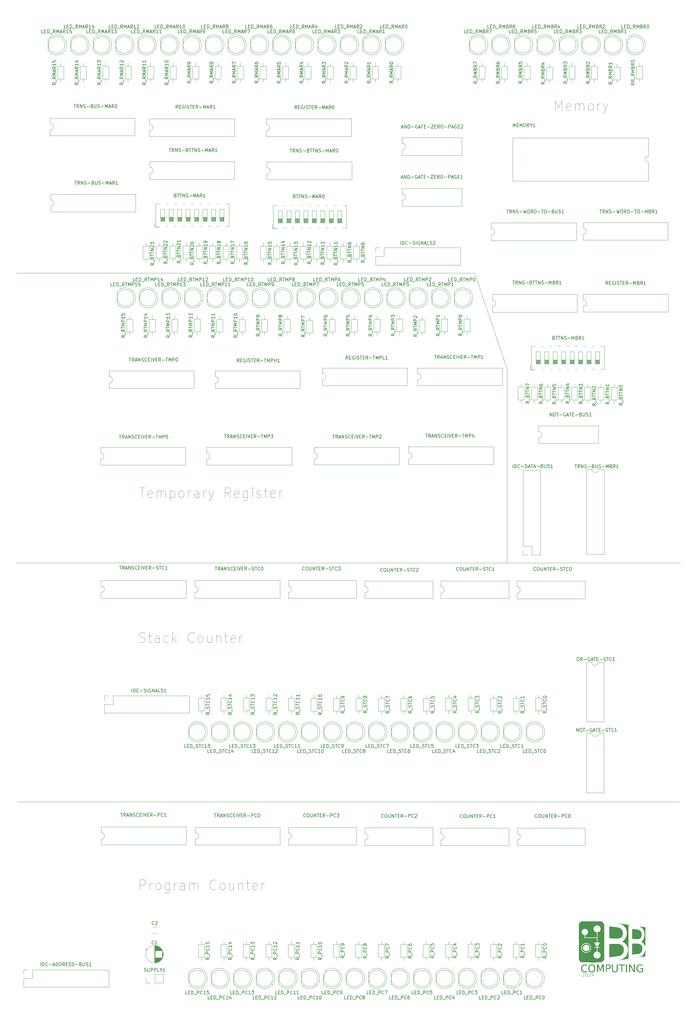
<source format=gbr>
G04 #@! TF.GenerationSoftware,KiCad,Pcbnew,8.0.2*
G04 #@! TF.CreationDate,2024-05-23T12:11:11+02:00*
G04 #@! TF.ProjectId,final-memory,66696e61-6c2d-46d6-956d-6f72792e6b69,rev?*
G04 #@! TF.SameCoordinates,Original*
G04 #@! TF.FileFunction,Legend,Top*
G04 #@! TF.FilePolarity,Positive*
%FSLAX46Y46*%
G04 Gerber Fmt 4.6, Leading zero omitted, Abs format (unit mm)*
G04 Created by KiCad (PCBNEW 8.0.2) date 2024-05-23 12:11:11*
%MOMM*%
%LPD*%
G01*
G04 APERTURE LIST*
%ADD10C,0.100000*%
%ADD11C,0.150000*%
%ADD12C,0.120000*%
%ADD13C,0.000000*%
%ADD14C,1.400000*%
%ADD15O,1.400000X1.400000*%
%ADD16R,1.800000X1.800000*%
%ADD17C,1.800000*%
%ADD18R,1.600000X1.600000*%
%ADD19O,1.600000X1.600000*%
%ADD20R,1.700000X1.700000*%
%ADD21O,1.700000X1.700000*%
%ADD22C,1.600000*%
G04 APERTURE END LIST*
D10*
X186921572Y-122500000D02*
X49500000Y-122500000D01*
X196671572Y-151250000D02*
X196671572Y-209500000D01*
X248500000Y-281250000D02*
X49750000Y-281250000D01*
X248750000Y-209500000D02*
X49500000Y-209500000D01*
X196671572Y-151250000D02*
X186921572Y-122500000D01*
X211201646Y-73627657D02*
X211201646Y-70627657D01*
X211201646Y-70627657D02*
X212201646Y-72770514D01*
X212201646Y-72770514D02*
X213201646Y-70627657D01*
X213201646Y-70627657D02*
X213201646Y-73627657D01*
X215773074Y-73484800D02*
X215487360Y-73627657D01*
X215487360Y-73627657D02*
X214915932Y-73627657D01*
X214915932Y-73627657D02*
X214630217Y-73484800D01*
X214630217Y-73484800D02*
X214487360Y-73199085D01*
X214487360Y-73199085D02*
X214487360Y-72056228D01*
X214487360Y-72056228D02*
X214630217Y-71770514D01*
X214630217Y-71770514D02*
X214915932Y-71627657D01*
X214915932Y-71627657D02*
X215487360Y-71627657D01*
X215487360Y-71627657D02*
X215773074Y-71770514D01*
X215773074Y-71770514D02*
X215915932Y-72056228D01*
X215915932Y-72056228D02*
X215915932Y-72341942D01*
X215915932Y-72341942D02*
X214487360Y-72627657D01*
X217201646Y-73627657D02*
X217201646Y-71627657D01*
X217201646Y-71913371D02*
X217344503Y-71770514D01*
X217344503Y-71770514D02*
X217630218Y-71627657D01*
X217630218Y-71627657D02*
X218058789Y-71627657D01*
X218058789Y-71627657D02*
X218344503Y-71770514D01*
X218344503Y-71770514D02*
X218487361Y-72056228D01*
X218487361Y-72056228D02*
X218487361Y-73627657D01*
X218487361Y-72056228D02*
X218630218Y-71770514D01*
X218630218Y-71770514D02*
X218915932Y-71627657D01*
X218915932Y-71627657D02*
X219344503Y-71627657D01*
X219344503Y-71627657D02*
X219630218Y-71770514D01*
X219630218Y-71770514D02*
X219773075Y-72056228D01*
X219773075Y-72056228D02*
X219773075Y-73627657D01*
X221630218Y-73627657D02*
X221344503Y-73484800D01*
X221344503Y-73484800D02*
X221201646Y-73341942D01*
X221201646Y-73341942D02*
X221058789Y-73056228D01*
X221058789Y-73056228D02*
X221058789Y-72199085D01*
X221058789Y-72199085D02*
X221201646Y-71913371D01*
X221201646Y-71913371D02*
X221344503Y-71770514D01*
X221344503Y-71770514D02*
X221630218Y-71627657D01*
X221630218Y-71627657D02*
X222058789Y-71627657D01*
X222058789Y-71627657D02*
X222344503Y-71770514D01*
X222344503Y-71770514D02*
X222487361Y-71913371D01*
X222487361Y-71913371D02*
X222630218Y-72199085D01*
X222630218Y-72199085D02*
X222630218Y-73056228D01*
X222630218Y-73056228D02*
X222487361Y-73341942D01*
X222487361Y-73341942D02*
X222344503Y-73484800D01*
X222344503Y-73484800D02*
X222058789Y-73627657D01*
X222058789Y-73627657D02*
X221630218Y-73627657D01*
X223915932Y-73627657D02*
X223915932Y-71627657D01*
X223915932Y-72199085D02*
X224058789Y-71913371D01*
X224058789Y-71913371D02*
X224201647Y-71770514D01*
X224201647Y-71770514D02*
X224487361Y-71627657D01*
X224487361Y-71627657D02*
X224773075Y-71627657D01*
X225487361Y-71627657D02*
X226201647Y-73627657D01*
X226915932Y-71627657D02*
X226201647Y-73627657D01*
X226201647Y-73627657D02*
X225915932Y-74341942D01*
X225915932Y-74341942D02*
X225773075Y-74484800D01*
X225773075Y-74484800D02*
X225487361Y-74627657D01*
X86308789Y-233234800D02*
X86737361Y-233377657D01*
X86737361Y-233377657D02*
X87451646Y-233377657D01*
X87451646Y-233377657D02*
X87737361Y-233234800D01*
X87737361Y-233234800D02*
X87880218Y-233091942D01*
X87880218Y-233091942D02*
X88023075Y-232806228D01*
X88023075Y-232806228D02*
X88023075Y-232520514D01*
X88023075Y-232520514D02*
X87880218Y-232234800D01*
X87880218Y-232234800D02*
X87737361Y-232091942D01*
X87737361Y-232091942D02*
X87451646Y-231949085D01*
X87451646Y-231949085D02*
X86880218Y-231806228D01*
X86880218Y-231806228D02*
X86594503Y-231663371D01*
X86594503Y-231663371D02*
X86451646Y-231520514D01*
X86451646Y-231520514D02*
X86308789Y-231234800D01*
X86308789Y-231234800D02*
X86308789Y-230949085D01*
X86308789Y-230949085D02*
X86451646Y-230663371D01*
X86451646Y-230663371D02*
X86594503Y-230520514D01*
X86594503Y-230520514D02*
X86880218Y-230377657D01*
X86880218Y-230377657D02*
X87594503Y-230377657D01*
X87594503Y-230377657D02*
X88023075Y-230520514D01*
X88880218Y-231377657D02*
X90023075Y-231377657D01*
X89308789Y-230377657D02*
X89308789Y-232949085D01*
X89308789Y-232949085D02*
X89451646Y-233234800D01*
X89451646Y-233234800D02*
X89737361Y-233377657D01*
X89737361Y-233377657D02*
X90023075Y-233377657D01*
X92308790Y-233377657D02*
X92308790Y-231806228D01*
X92308790Y-231806228D02*
X92165932Y-231520514D01*
X92165932Y-231520514D02*
X91880218Y-231377657D01*
X91880218Y-231377657D02*
X91308790Y-231377657D01*
X91308790Y-231377657D02*
X91023075Y-231520514D01*
X92308790Y-233234800D02*
X92023075Y-233377657D01*
X92023075Y-233377657D02*
X91308790Y-233377657D01*
X91308790Y-233377657D02*
X91023075Y-233234800D01*
X91023075Y-233234800D02*
X90880218Y-232949085D01*
X90880218Y-232949085D02*
X90880218Y-232663371D01*
X90880218Y-232663371D02*
X91023075Y-232377657D01*
X91023075Y-232377657D02*
X91308790Y-232234800D01*
X91308790Y-232234800D02*
X92023075Y-232234800D01*
X92023075Y-232234800D02*
X92308790Y-232091942D01*
X95023076Y-233234800D02*
X94737361Y-233377657D01*
X94737361Y-233377657D02*
X94165933Y-233377657D01*
X94165933Y-233377657D02*
X93880218Y-233234800D01*
X93880218Y-233234800D02*
X93737361Y-233091942D01*
X93737361Y-233091942D02*
X93594504Y-232806228D01*
X93594504Y-232806228D02*
X93594504Y-231949085D01*
X93594504Y-231949085D02*
X93737361Y-231663371D01*
X93737361Y-231663371D02*
X93880218Y-231520514D01*
X93880218Y-231520514D02*
X94165933Y-231377657D01*
X94165933Y-231377657D02*
X94737361Y-231377657D01*
X94737361Y-231377657D02*
X95023076Y-231520514D01*
X96308790Y-233377657D02*
X96308790Y-230377657D01*
X96594505Y-232234800D02*
X97451647Y-233377657D01*
X97451647Y-231377657D02*
X96308790Y-232520514D01*
X102737361Y-233091942D02*
X102594504Y-233234800D01*
X102594504Y-233234800D02*
X102165932Y-233377657D01*
X102165932Y-233377657D02*
X101880218Y-233377657D01*
X101880218Y-233377657D02*
X101451647Y-233234800D01*
X101451647Y-233234800D02*
X101165932Y-232949085D01*
X101165932Y-232949085D02*
X101023075Y-232663371D01*
X101023075Y-232663371D02*
X100880218Y-232091942D01*
X100880218Y-232091942D02*
X100880218Y-231663371D01*
X100880218Y-231663371D02*
X101023075Y-231091942D01*
X101023075Y-231091942D02*
X101165932Y-230806228D01*
X101165932Y-230806228D02*
X101451647Y-230520514D01*
X101451647Y-230520514D02*
X101880218Y-230377657D01*
X101880218Y-230377657D02*
X102165932Y-230377657D01*
X102165932Y-230377657D02*
X102594504Y-230520514D01*
X102594504Y-230520514D02*
X102737361Y-230663371D01*
X104451647Y-233377657D02*
X104165932Y-233234800D01*
X104165932Y-233234800D02*
X104023075Y-233091942D01*
X104023075Y-233091942D02*
X103880218Y-232806228D01*
X103880218Y-232806228D02*
X103880218Y-231949085D01*
X103880218Y-231949085D02*
X104023075Y-231663371D01*
X104023075Y-231663371D02*
X104165932Y-231520514D01*
X104165932Y-231520514D02*
X104451647Y-231377657D01*
X104451647Y-231377657D02*
X104880218Y-231377657D01*
X104880218Y-231377657D02*
X105165932Y-231520514D01*
X105165932Y-231520514D02*
X105308790Y-231663371D01*
X105308790Y-231663371D02*
X105451647Y-231949085D01*
X105451647Y-231949085D02*
X105451647Y-232806228D01*
X105451647Y-232806228D02*
X105308790Y-233091942D01*
X105308790Y-233091942D02*
X105165932Y-233234800D01*
X105165932Y-233234800D02*
X104880218Y-233377657D01*
X104880218Y-233377657D02*
X104451647Y-233377657D01*
X108023076Y-231377657D02*
X108023076Y-233377657D01*
X106737361Y-231377657D02*
X106737361Y-232949085D01*
X106737361Y-232949085D02*
X106880218Y-233234800D01*
X106880218Y-233234800D02*
X107165933Y-233377657D01*
X107165933Y-233377657D02*
X107594504Y-233377657D01*
X107594504Y-233377657D02*
X107880218Y-233234800D01*
X107880218Y-233234800D02*
X108023076Y-233091942D01*
X109451647Y-231377657D02*
X109451647Y-233377657D01*
X109451647Y-231663371D02*
X109594504Y-231520514D01*
X109594504Y-231520514D02*
X109880219Y-231377657D01*
X109880219Y-231377657D02*
X110308790Y-231377657D01*
X110308790Y-231377657D02*
X110594504Y-231520514D01*
X110594504Y-231520514D02*
X110737362Y-231806228D01*
X110737362Y-231806228D02*
X110737362Y-233377657D01*
X111737362Y-231377657D02*
X112880219Y-231377657D01*
X112165933Y-230377657D02*
X112165933Y-232949085D01*
X112165933Y-232949085D02*
X112308790Y-233234800D01*
X112308790Y-233234800D02*
X112594505Y-233377657D01*
X112594505Y-233377657D02*
X112880219Y-233377657D01*
X115023076Y-233234800D02*
X114737362Y-233377657D01*
X114737362Y-233377657D02*
X114165934Y-233377657D01*
X114165934Y-233377657D02*
X113880219Y-233234800D01*
X113880219Y-233234800D02*
X113737362Y-232949085D01*
X113737362Y-232949085D02*
X113737362Y-231806228D01*
X113737362Y-231806228D02*
X113880219Y-231520514D01*
X113880219Y-231520514D02*
X114165934Y-231377657D01*
X114165934Y-231377657D02*
X114737362Y-231377657D01*
X114737362Y-231377657D02*
X115023076Y-231520514D01*
X115023076Y-231520514D02*
X115165934Y-231806228D01*
X115165934Y-231806228D02*
X115165934Y-232091942D01*
X115165934Y-232091942D02*
X113737362Y-232377657D01*
X116451648Y-233377657D02*
X116451648Y-231377657D01*
X116451648Y-231949085D02*
X116594505Y-231663371D01*
X116594505Y-231663371D02*
X116737363Y-231520514D01*
X116737363Y-231520514D02*
X117023077Y-231377657D01*
X117023077Y-231377657D02*
X117308791Y-231377657D01*
X86273075Y-186877657D02*
X87987361Y-186877657D01*
X87130218Y-189877657D02*
X87130218Y-186877657D01*
X90130217Y-189734800D02*
X89844503Y-189877657D01*
X89844503Y-189877657D02*
X89273075Y-189877657D01*
X89273075Y-189877657D02*
X88987360Y-189734800D01*
X88987360Y-189734800D02*
X88844503Y-189449085D01*
X88844503Y-189449085D02*
X88844503Y-188306228D01*
X88844503Y-188306228D02*
X88987360Y-188020514D01*
X88987360Y-188020514D02*
X89273075Y-187877657D01*
X89273075Y-187877657D02*
X89844503Y-187877657D01*
X89844503Y-187877657D02*
X90130217Y-188020514D01*
X90130217Y-188020514D02*
X90273075Y-188306228D01*
X90273075Y-188306228D02*
X90273075Y-188591942D01*
X90273075Y-188591942D02*
X88844503Y-188877657D01*
X91558789Y-189877657D02*
X91558789Y-187877657D01*
X91558789Y-188163371D02*
X91701646Y-188020514D01*
X91701646Y-188020514D02*
X91987361Y-187877657D01*
X91987361Y-187877657D02*
X92415932Y-187877657D01*
X92415932Y-187877657D02*
X92701646Y-188020514D01*
X92701646Y-188020514D02*
X92844504Y-188306228D01*
X92844504Y-188306228D02*
X92844504Y-189877657D01*
X92844504Y-188306228D02*
X92987361Y-188020514D01*
X92987361Y-188020514D02*
X93273075Y-187877657D01*
X93273075Y-187877657D02*
X93701646Y-187877657D01*
X93701646Y-187877657D02*
X93987361Y-188020514D01*
X93987361Y-188020514D02*
X94130218Y-188306228D01*
X94130218Y-188306228D02*
X94130218Y-189877657D01*
X95558789Y-187877657D02*
X95558789Y-190877657D01*
X95558789Y-188020514D02*
X95844504Y-187877657D01*
X95844504Y-187877657D02*
X96415932Y-187877657D01*
X96415932Y-187877657D02*
X96701646Y-188020514D01*
X96701646Y-188020514D02*
X96844504Y-188163371D01*
X96844504Y-188163371D02*
X96987361Y-188449085D01*
X96987361Y-188449085D02*
X96987361Y-189306228D01*
X96987361Y-189306228D02*
X96844504Y-189591942D01*
X96844504Y-189591942D02*
X96701646Y-189734800D01*
X96701646Y-189734800D02*
X96415932Y-189877657D01*
X96415932Y-189877657D02*
X95844504Y-189877657D01*
X95844504Y-189877657D02*
X95558789Y-189734800D01*
X98701647Y-189877657D02*
X98415932Y-189734800D01*
X98415932Y-189734800D02*
X98273075Y-189591942D01*
X98273075Y-189591942D02*
X98130218Y-189306228D01*
X98130218Y-189306228D02*
X98130218Y-188449085D01*
X98130218Y-188449085D02*
X98273075Y-188163371D01*
X98273075Y-188163371D02*
X98415932Y-188020514D01*
X98415932Y-188020514D02*
X98701647Y-187877657D01*
X98701647Y-187877657D02*
X99130218Y-187877657D01*
X99130218Y-187877657D02*
X99415932Y-188020514D01*
X99415932Y-188020514D02*
X99558790Y-188163371D01*
X99558790Y-188163371D02*
X99701647Y-188449085D01*
X99701647Y-188449085D02*
X99701647Y-189306228D01*
X99701647Y-189306228D02*
X99558790Y-189591942D01*
X99558790Y-189591942D02*
X99415932Y-189734800D01*
X99415932Y-189734800D02*
X99130218Y-189877657D01*
X99130218Y-189877657D02*
X98701647Y-189877657D01*
X100987361Y-189877657D02*
X100987361Y-187877657D01*
X100987361Y-188449085D02*
X101130218Y-188163371D01*
X101130218Y-188163371D02*
X101273076Y-188020514D01*
X101273076Y-188020514D02*
X101558790Y-187877657D01*
X101558790Y-187877657D02*
X101844504Y-187877657D01*
X104130219Y-189877657D02*
X104130219Y-188306228D01*
X104130219Y-188306228D02*
X103987361Y-188020514D01*
X103987361Y-188020514D02*
X103701647Y-187877657D01*
X103701647Y-187877657D02*
X103130219Y-187877657D01*
X103130219Y-187877657D02*
X102844504Y-188020514D01*
X104130219Y-189734800D02*
X103844504Y-189877657D01*
X103844504Y-189877657D02*
X103130219Y-189877657D01*
X103130219Y-189877657D02*
X102844504Y-189734800D01*
X102844504Y-189734800D02*
X102701647Y-189449085D01*
X102701647Y-189449085D02*
X102701647Y-189163371D01*
X102701647Y-189163371D02*
X102844504Y-188877657D01*
X102844504Y-188877657D02*
X103130219Y-188734800D01*
X103130219Y-188734800D02*
X103844504Y-188734800D01*
X103844504Y-188734800D02*
X104130219Y-188591942D01*
X105558790Y-189877657D02*
X105558790Y-187877657D01*
X105558790Y-188449085D02*
X105701647Y-188163371D01*
X105701647Y-188163371D02*
X105844505Y-188020514D01*
X105844505Y-188020514D02*
X106130219Y-187877657D01*
X106130219Y-187877657D02*
X106415933Y-187877657D01*
X107130219Y-187877657D02*
X107844505Y-189877657D01*
X108558790Y-187877657D02*
X107844505Y-189877657D01*
X107844505Y-189877657D02*
X107558790Y-190591942D01*
X107558790Y-190591942D02*
X107415933Y-190734800D01*
X107415933Y-190734800D02*
X107130219Y-190877657D01*
X113701647Y-189877657D02*
X112701647Y-188449085D01*
X111987361Y-189877657D02*
X111987361Y-186877657D01*
X111987361Y-186877657D02*
X113130218Y-186877657D01*
X113130218Y-186877657D02*
X113415933Y-187020514D01*
X113415933Y-187020514D02*
X113558790Y-187163371D01*
X113558790Y-187163371D02*
X113701647Y-187449085D01*
X113701647Y-187449085D02*
X113701647Y-187877657D01*
X113701647Y-187877657D02*
X113558790Y-188163371D01*
X113558790Y-188163371D02*
X113415933Y-188306228D01*
X113415933Y-188306228D02*
X113130218Y-188449085D01*
X113130218Y-188449085D02*
X111987361Y-188449085D01*
X116130218Y-189734800D02*
X115844504Y-189877657D01*
X115844504Y-189877657D02*
X115273076Y-189877657D01*
X115273076Y-189877657D02*
X114987361Y-189734800D01*
X114987361Y-189734800D02*
X114844504Y-189449085D01*
X114844504Y-189449085D02*
X114844504Y-188306228D01*
X114844504Y-188306228D02*
X114987361Y-188020514D01*
X114987361Y-188020514D02*
X115273076Y-187877657D01*
X115273076Y-187877657D02*
X115844504Y-187877657D01*
X115844504Y-187877657D02*
X116130218Y-188020514D01*
X116130218Y-188020514D02*
X116273076Y-188306228D01*
X116273076Y-188306228D02*
X116273076Y-188591942D01*
X116273076Y-188591942D02*
X114844504Y-188877657D01*
X118844505Y-187877657D02*
X118844505Y-190306228D01*
X118844505Y-190306228D02*
X118701647Y-190591942D01*
X118701647Y-190591942D02*
X118558790Y-190734800D01*
X118558790Y-190734800D02*
X118273076Y-190877657D01*
X118273076Y-190877657D02*
X117844505Y-190877657D01*
X117844505Y-190877657D02*
X117558790Y-190734800D01*
X118844505Y-189734800D02*
X118558790Y-189877657D01*
X118558790Y-189877657D02*
X117987362Y-189877657D01*
X117987362Y-189877657D02*
X117701647Y-189734800D01*
X117701647Y-189734800D02*
X117558790Y-189591942D01*
X117558790Y-189591942D02*
X117415933Y-189306228D01*
X117415933Y-189306228D02*
X117415933Y-188449085D01*
X117415933Y-188449085D02*
X117558790Y-188163371D01*
X117558790Y-188163371D02*
X117701647Y-188020514D01*
X117701647Y-188020514D02*
X117987362Y-187877657D01*
X117987362Y-187877657D02*
X118558790Y-187877657D01*
X118558790Y-187877657D02*
X118844505Y-188020514D01*
X120273076Y-189877657D02*
X120273076Y-187877657D01*
X120273076Y-186877657D02*
X120130219Y-187020514D01*
X120130219Y-187020514D02*
X120273076Y-187163371D01*
X120273076Y-187163371D02*
X120415933Y-187020514D01*
X120415933Y-187020514D02*
X120273076Y-186877657D01*
X120273076Y-186877657D02*
X120273076Y-187163371D01*
X121558790Y-189734800D02*
X121844504Y-189877657D01*
X121844504Y-189877657D02*
X122415933Y-189877657D01*
X122415933Y-189877657D02*
X122701647Y-189734800D01*
X122701647Y-189734800D02*
X122844504Y-189449085D01*
X122844504Y-189449085D02*
X122844504Y-189306228D01*
X122844504Y-189306228D02*
X122701647Y-189020514D01*
X122701647Y-189020514D02*
X122415933Y-188877657D01*
X122415933Y-188877657D02*
X121987362Y-188877657D01*
X121987362Y-188877657D02*
X121701647Y-188734800D01*
X121701647Y-188734800D02*
X121558790Y-188449085D01*
X121558790Y-188449085D02*
X121558790Y-188306228D01*
X121558790Y-188306228D02*
X121701647Y-188020514D01*
X121701647Y-188020514D02*
X121987362Y-187877657D01*
X121987362Y-187877657D02*
X122415933Y-187877657D01*
X122415933Y-187877657D02*
X122701647Y-188020514D01*
X123701647Y-187877657D02*
X124844504Y-187877657D01*
X124130218Y-186877657D02*
X124130218Y-189449085D01*
X124130218Y-189449085D02*
X124273075Y-189734800D01*
X124273075Y-189734800D02*
X124558790Y-189877657D01*
X124558790Y-189877657D02*
X124844504Y-189877657D01*
X126987361Y-189734800D02*
X126701647Y-189877657D01*
X126701647Y-189877657D02*
X126130219Y-189877657D01*
X126130219Y-189877657D02*
X125844504Y-189734800D01*
X125844504Y-189734800D02*
X125701647Y-189449085D01*
X125701647Y-189449085D02*
X125701647Y-188306228D01*
X125701647Y-188306228D02*
X125844504Y-188020514D01*
X125844504Y-188020514D02*
X126130219Y-187877657D01*
X126130219Y-187877657D02*
X126701647Y-187877657D01*
X126701647Y-187877657D02*
X126987361Y-188020514D01*
X126987361Y-188020514D02*
X127130219Y-188306228D01*
X127130219Y-188306228D02*
X127130219Y-188591942D01*
X127130219Y-188591942D02*
X125701647Y-188877657D01*
X128415933Y-189877657D02*
X128415933Y-187877657D01*
X128415933Y-188449085D02*
X128558790Y-188163371D01*
X128558790Y-188163371D02*
X128701648Y-188020514D01*
X128701648Y-188020514D02*
X128987362Y-187877657D01*
X128987362Y-187877657D02*
X129273076Y-187877657D01*
X219256265Y-332717657D02*
X219303884Y-332670038D01*
X219303884Y-332670038D02*
X219399122Y-332622419D01*
X219399122Y-332622419D02*
X219637217Y-332622419D01*
X219637217Y-332622419D02*
X219732455Y-332670038D01*
X219732455Y-332670038D02*
X219780074Y-332717657D01*
X219780074Y-332717657D02*
X219827693Y-332812895D01*
X219827693Y-332812895D02*
X219827693Y-332908133D01*
X219827693Y-332908133D02*
X219780074Y-333050990D01*
X219780074Y-333050990D02*
X219208646Y-333622419D01*
X219208646Y-333622419D02*
X219827693Y-333622419D01*
X220446741Y-332622419D02*
X220541979Y-332622419D01*
X220541979Y-332622419D02*
X220637217Y-332670038D01*
X220637217Y-332670038D02*
X220684836Y-332717657D01*
X220684836Y-332717657D02*
X220732455Y-332812895D01*
X220732455Y-332812895D02*
X220780074Y-333003371D01*
X220780074Y-333003371D02*
X220780074Y-333241466D01*
X220780074Y-333241466D02*
X220732455Y-333431942D01*
X220732455Y-333431942D02*
X220684836Y-333527180D01*
X220684836Y-333527180D02*
X220637217Y-333574800D01*
X220637217Y-333574800D02*
X220541979Y-333622419D01*
X220541979Y-333622419D02*
X220446741Y-333622419D01*
X220446741Y-333622419D02*
X220351503Y-333574800D01*
X220351503Y-333574800D02*
X220303884Y-333527180D01*
X220303884Y-333527180D02*
X220256265Y-333431942D01*
X220256265Y-333431942D02*
X220208646Y-333241466D01*
X220208646Y-333241466D02*
X220208646Y-333003371D01*
X220208646Y-333003371D02*
X220256265Y-332812895D01*
X220256265Y-332812895D02*
X220303884Y-332717657D01*
X220303884Y-332717657D02*
X220351503Y-332670038D01*
X220351503Y-332670038D02*
X220446741Y-332622419D01*
X221161027Y-332717657D02*
X221208646Y-332670038D01*
X221208646Y-332670038D02*
X221303884Y-332622419D01*
X221303884Y-332622419D02*
X221541979Y-332622419D01*
X221541979Y-332622419D02*
X221637217Y-332670038D01*
X221637217Y-332670038D02*
X221684836Y-332717657D01*
X221684836Y-332717657D02*
X221732455Y-332812895D01*
X221732455Y-332812895D02*
X221732455Y-332908133D01*
X221732455Y-332908133D02*
X221684836Y-333050990D01*
X221684836Y-333050990D02*
X221113408Y-333622419D01*
X221113408Y-333622419D02*
X221732455Y-333622419D01*
X222589598Y-332955752D02*
X222589598Y-333622419D01*
X222351503Y-332574800D02*
X222113408Y-333289085D01*
X222113408Y-333289085D02*
X222732455Y-333289085D01*
X86451646Y-307627657D02*
X86451646Y-304627657D01*
X86451646Y-304627657D02*
X87594503Y-304627657D01*
X87594503Y-304627657D02*
X87880218Y-304770514D01*
X87880218Y-304770514D02*
X88023075Y-304913371D01*
X88023075Y-304913371D02*
X88165932Y-305199085D01*
X88165932Y-305199085D02*
X88165932Y-305627657D01*
X88165932Y-305627657D02*
X88023075Y-305913371D01*
X88023075Y-305913371D02*
X87880218Y-306056228D01*
X87880218Y-306056228D02*
X87594503Y-306199085D01*
X87594503Y-306199085D02*
X86451646Y-306199085D01*
X89451646Y-307627657D02*
X89451646Y-305627657D01*
X89451646Y-306199085D02*
X89594503Y-305913371D01*
X89594503Y-305913371D02*
X89737361Y-305770514D01*
X89737361Y-305770514D02*
X90023075Y-305627657D01*
X90023075Y-305627657D02*
X90308789Y-305627657D01*
X91737361Y-307627657D02*
X91451646Y-307484800D01*
X91451646Y-307484800D02*
X91308789Y-307341942D01*
X91308789Y-307341942D02*
X91165932Y-307056228D01*
X91165932Y-307056228D02*
X91165932Y-306199085D01*
X91165932Y-306199085D02*
X91308789Y-305913371D01*
X91308789Y-305913371D02*
X91451646Y-305770514D01*
X91451646Y-305770514D02*
X91737361Y-305627657D01*
X91737361Y-305627657D02*
X92165932Y-305627657D01*
X92165932Y-305627657D02*
X92451646Y-305770514D01*
X92451646Y-305770514D02*
X92594504Y-305913371D01*
X92594504Y-305913371D02*
X92737361Y-306199085D01*
X92737361Y-306199085D02*
X92737361Y-307056228D01*
X92737361Y-307056228D02*
X92594504Y-307341942D01*
X92594504Y-307341942D02*
X92451646Y-307484800D01*
X92451646Y-307484800D02*
X92165932Y-307627657D01*
X92165932Y-307627657D02*
X91737361Y-307627657D01*
X95308790Y-305627657D02*
X95308790Y-308056228D01*
X95308790Y-308056228D02*
X95165932Y-308341942D01*
X95165932Y-308341942D02*
X95023075Y-308484800D01*
X95023075Y-308484800D02*
X94737361Y-308627657D01*
X94737361Y-308627657D02*
X94308790Y-308627657D01*
X94308790Y-308627657D02*
X94023075Y-308484800D01*
X95308790Y-307484800D02*
X95023075Y-307627657D01*
X95023075Y-307627657D02*
X94451647Y-307627657D01*
X94451647Y-307627657D02*
X94165932Y-307484800D01*
X94165932Y-307484800D02*
X94023075Y-307341942D01*
X94023075Y-307341942D02*
X93880218Y-307056228D01*
X93880218Y-307056228D02*
X93880218Y-306199085D01*
X93880218Y-306199085D02*
X94023075Y-305913371D01*
X94023075Y-305913371D02*
X94165932Y-305770514D01*
X94165932Y-305770514D02*
X94451647Y-305627657D01*
X94451647Y-305627657D02*
X95023075Y-305627657D01*
X95023075Y-305627657D02*
X95308790Y-305770514D01*
X96737361Y-307627657D02*
X96737361Y-305627657D01*
X96737361Y-306199085D02*
X96880218Y-305913371D01*
X96880218Y-305913371D02*
X97023076Y-305770514D01*
X97023076Y-305770514D02*
X97308790Y-305627657D01*
X97308790Y-305627657D02*
X97594504Y-305627657D01*
X99880219Y-307627657D02*
X99880219Y-306056228D01*
X99880219Y-306056228D02*
X99737361Y-305770514D01*
X99737361Y-305770514D02*
X99451647Y-305627657D01*
X99451647Y-305627657D02*
X98880219Y-305627657D01*
X98880219Y-305627657D02*
X98594504Y-305770514D01*
X99880219Y-307484800D02*
X99594504Y-307627657D01*
X99594504Y-307627657D02*
X98880219Y-307627657D01*
X98880219Y-307627657D02*
X98594504Y-307484800D01*
X98594504Y-307484800D02*
X98451647Y-307199085D01*
X98451647Y-307199085D02*
X98451647Y-306913371D01*
X98451647Y-306913371D02*
X98594504Y-306627657D01*
X98594504Y-306627657D02*
X98880219Y-306484800D01*
X98880219Y-306484800D02*
X99594504Y-306484800D01*
X99594504Y-306484800D02*
X99880219Y-306341942D01*
X101308790Y-307627657D02*
X101308790Y-305627657D01*
X101308790Y-305913371D02*
X101451647Y-305770514D01*
X101451647Y-305770514D02*
X101737362Y-305627657D01*
X101737362Y-305627657D02*
X102165933Y-305627657D01*
X102165933Y-305627657D02*
X102451647Y-305770514D01*
X102451647Y-305770514D02*
X102594505Y-306056228D01*
X102594505Y-306056228D02*
X102594505Y-307627657D01*
X102594505Y-306056228D02*
X102737362Y-305770514D01*
X102737362Y-305770514D02*
X103023076Y-305627657D01*
X103023076Y-305627657D02*
X103451647Y-305627657D01*
X103451647Y-305627657D02*
X103737362Y-305770514D01*
X103737362Y-305770514D02*
X103880219Y-306056228D01*
X103880219Y-306056228D02*
X103880219Y-307627657D01*
X109308790Y-307341942D02*
X109165933Y-307484800D01*
X109165933Y-307484800D02*
X108737361Y-307627657D01*
X108737361Y-307627657D02*
X108451647Y-307627657D01*
X108451647Y-307627657D02*
X108023076Y-307484800D01*
X108023076Y-307484800D02*
X107737361Y-307199085D01*
X107737361Y-307199085D02*
X107594504Y-306913371D01*
X107594504Y-306913371D02*
X107451647Y-306341942D01*
X107451647Y-306341942D02*
X107451647Y-305913371D01*
X107451647Y-305913371D02*
X107594504Y-305341942D01*
X107594504Y-305341942D02*
X107737361Y-305056228D01*
X107737361Y-305056228D02*
X108023076Y-304770514D01*
X108023076Y-304770514D02*
X108451647Y-304627657D01*
X108451647Y-304627657D02*
X108737361Y-304627657D01*
X108737361Y-304627657D02*
X109165933Y-304770514D01*
X109165933Y-304770514D02*
X109308790Y-304913371D01*
X111023076Y-307627657D02*
X110737361Y-307484800D01*
X110737361Y-307484800D02*
X110594504Y-307341942D01*
X110594504Y-307341942D02*
X110451647Y-307056228D01*
X110451647Y-307056228D02*
X110451647Y-306199085D01*
X110451647Y-306199085D02*
X110594504Y-305913371D01*
X110594504Y-305913371D02*
X110737361Y-305770514D01*
X110737361Y-305770514D02*
X111023076Y-305627657D01*
X111023076Y-305627657D02*
X111451647Y-305627657D01*
X111451647Y-305627657D02*
X111737361Y-305770514D01*
X111737361Y-305770514D02*
X111880219Y-305913371D01*
X111880219Y-305913371D02*
X112023076Y-306199085D01*
X112023076Y-306199085D02*
X112023076Y-307056228D01*
X112023076Y-307056228D02*
X111880219Y-307341942D01*
X111880219Y-307341942D02*
X111737361Y-307484800D01*
X111737361Y-307484800D02*
X111451647Y-307627657D01*
X111451647Y-307627657D02*
X111023076Y-307627657D01*
X114594505Y-305627657D02*
X114594505Y-307627657D01*
X113308790Y-305627657D02*
X113308790Y-307199085D01*
X113308790Y-307199085D02*
X113451647Y-307484800D01*
X113451647Y-307484800D02*
X113737362Y-307627657D01*
X113737362Y-307627657D02*
X114165933Y-307627657D01*
X114165933Y-307627657D02*
X114451647Y-307484800D01*
X114451647Y-307484800D02*
X114594505Y-307341942D01*
X116023076Y-305627657D02*
X116023076Y-307627657D01*
X116023076Y-305913371D02*
X116165933Y-305770514D01*
X116165933Y-305770514D02*
X116451648Y-305627657D01*
X116451648Y-305627657D02*
X116880219Y-305627657D01*
X116880219Y-305627657D02*
X117165933Y-305770514D01*
X117165933Y-305770514D02*
X117308791Y-306056228D01*
X117308791Y-306056228D02*
X117308791Y-307627657D01*
X118308791Y-305627657D02*
X119451648Y-305627657D01*
X118737362Y-304627657D02*
X118737362Y-307199085D01*
X118737362Y-307199085D02*
X118880219Y-307484800D01*
X118880219Y-307484800D02*
X119165934Y-307627657D01*
X119165934Y-307627657D02*
X119451648Y-307627657D01*
X121594505Y-307484800D02*
X121308791Y-307627657D01*
X121308791Y-307627657D02*
X120737363Y-307627657D01*
X120737363Y-307627657D02*
X120451648Y-307484800D01*
X120451648Y-307484800D02*
X120308791Y-307199085D01*
X120308791Y-307199085D02*
X120308791Y-306056228D01*
X120308791Y-306056228D02*
X120451648Y-305770514D01*
X120451648Y-305770514D02*
X120737363Y-305627657D01*
X120737363Y-305627657D02*
X121308791Y-305627657D01*
X121308791Y-305627657D02*
X121594505Y-305770514D01*
X121594505Y-305770514D02*
X121737363Y-306056228D01*
X121737363Y-306056228D02*
X121737363Y-306341942D01*
X121737363Y-306341942D02*
X120308791Y-306627657D01*
X123023077Y-307627657D02*
X123023077Y-305627657D01*
X123023077Y-306199085D02*
X123165934Y-305913371D01*
X123165934Y-305913371D02*
X123308792Y-305770514D01*
X123308792Y-305770514D02*
X123594506Y-305627657D01*
X123594506Y-305627657D02*
X123880220Y-305627657D01*
D11*
X118786391Y-119309524D02*
X118310200Y-119642857D01*
X118786391Y-119880952D02*
X117786391Y-119880952D01*
X117786391Y-119880952D02*
X117786391Y-119500000D01*
X117786391Y-119500000D02*
X117834010Y-119404762D01*
X117834010Y-119404762D02*
X117881629Y-119357143D01*
X117881629Y-119357143D02*
X117976867Y-119309524D01*
X117976867Y-119309524D02*
X118119724Y-119309524D01*
X118119724Y-119309524D02*
X118214962Y-119357143D01*
X118214962Y-119357143D02*
X118262581Y-119404762D01*
X118262581Y-119404762D02*
X118310200Y-119500000D01*
X118310200Y-119500000D02*
X118310200Y-119880952D01*
X118881629Y-119119048D02*
X118881629Y-118357143D01*
X118262581Y-117785714D02*
X118310200Y-117642857D01*
X118310200Y-117642857D02*
X118357819Y-117595238D01*
X118357819Y-117595238D02*
X118453057Y-117547619D01*
X118453057Y-117547619D02*
X118595914Y-117547619D01*
X118595914Y-117547619D02*
X118691152Y-117595238D01*
X118691152Y-117595238D02*
X118738772Y-117642857D01*
X118738772Y-117642857D02*
X118786391Y-117738095D01*
X118786391Y-117738095D02*
X118786391Y-118119047D01*
X118786391Y-118119047D02*
X117786391Y-118119047D01*
X117786391Y-118119047D02*
X117786391Y-117785714D01*
X117786391Y-117785714D02*
X117834010Y-117690476D01*
X117834010Y-117690476D02*
X117881629Y-117642857D01*
X117881629Y-117642857D02*
X117976867Y-117595238D01*
X117976867Y-117595238D02*
X118072105Y-117595238D01*
X118072105Y-117595238D02*
X118167343Y-117642857D01*
X118167343Y-117642857D02*
X118214962Y-117690476D01*
X118214962Y-117690476D02*
X118262581Y-117785714D01*
X118262581Y-117785714D02*
X118262581Y-118119047D01*
X117786391Y-117261904D02*
X117786391Y-116690476D01*
X118786391Y-116976190D02*
X117786391Y-116976190D01*
X117786391Y-116499999D02*
X117786391Y-115928571D01*
X118786391Y-116214285D02*
X117786391Y-116214285D01*
X118786391Y-115595237D02*
X117786391Y-115595237D01*
X117786391Y-115595237D02*
X118786391Y-115023809D01*
X118786391Y-115023809D02*
X117786391Y-115023809D01*
X118786391Y-114023809D02*
X118786391Y-114595237D01*
X118786391Y-114309523D02*
X117786391Y-114309523D01*
X117786391Y-114309523D02*
X117929248Y-114404761D01*
X117929248Y-114404761D02*
X118024486Y-114499999D01*
X118024486Y-114499999D02*
X118072105Y-114595237D01*
X117786391Y-113166666D02*
X117786391Y-113357142D01*
X117786391Y-113357142D02*
X117834010Y-113452380D01*
X117834010Y-113452380D02*
X117881629Y-113499999D01*
X117881629Y-113499999D02*
X118024486Y-113595237D01*
X118024486Y-113595237D02*
X118214962Y-113642856D01*
X118214962Y-113642856D02*
X118595914Y-113642856D01*
X118595914Y-113642856D02*
X118691152Y-113595237D01*
X118691152Y-113595237D02*
X118738772Y-113547618D01*
X118738772Y-113547618D02*
X118786391Y-113452380D01*
X118786391Y-113452380D02*
X118786391Y-113261904D01*
X118786391Y-113261904D02*
X118738772Y-113166666D01*
X118738772Y-113166666D02*
X118691152Y-113119047D01*
X118691152Y-113119047D02*
X118595914Y-113071428D01*
X118595914Y-113071428D02*
X118357819Y-113071428D01*
X118357819Y-113071428D02*
X118262581Y-113119047D01*
X118262581Y-113119047D02*
X118214962Y-113166666D01*
X118214962Y-113166666D02*
X118167343Y-113261904D01*
X118167343Y-113261904D02*
X118167343Y-113452380D01*
X118167343Y-113452380D02*
X118214962Y-113547618D01*
X118214962Y-113547618D02*
X118262581Y-113595237D01*
X118262581Y-113595237D02*
X118357819Y-113642856D01*
X173214190Y-126384819D02*
X172738000Y-126384819D01*
X172738000Y-126384819D02*
X172738000Y-125384819D01*
X173547524Y-125861009D02*
X173880857Y-125861009D01*
X174023714Y-126384819D02*
X173547524Y-126384819D01*
X173547524Y-126384819D02*
X173547524Y-125384819D01*
X173547524Y-125384819D02*
X174023714Y-125384819D01*
X174452286Y-126384819D02*
X174452286Y-125384819D01*
X174452286Y-125384819D02*
X174690381Y-125384819D01*
X174690381Y-125384819D02*
X174833238Y-125432438D01*
X174833238Y-125432438D02*
X174928476Y-125527676D01*
X174928476Y-125527676D02*
X174976095Y-125622914D01*
X174976095Y-125622914D02*
X175023714Y-125813390D01*
X175023714Y-125813390D02*
X175023714Y-125956247D01*
X175023714Y-125956247D02*
X174976095Y-126146723D01*
X174976095Y-126146723D02*
X174928476Y-126241961D01*
X174928476Y-126241961D02*
X174833238Y-126337200D01*
X174833238Y-126337200D02*
X174690381Y-126384819D01*
X174690381Y-126384819D02*
X174452286Y-126384819D01*
X175214191Y-126480057D02*
X175976095Y-126480057D01*
X176785619Y-126384819D02*
X176452286Y-125908628D01*
X176214191Y-126384819D02*
X176214191Y-125384819D01*
X176214191Y-125384819D02*
X176595143Y-125384819D01*
X176595143Y-125384819D02*
X176690381Y-125432438D01*
X176690381Y-125432438D02*
X176738000Y-125480057D01*
X176738000Y-125480057D02*
X176785619Y-125575295D01*
X176785619Y-125575295D02*
X176785619Y-125718152D01*
X176785619Y-125718152D02*
X176738000Y-125813390D01*
X176738000Y-125813390D02*
X176690381Y-125861009D01*
X176690381Y-125861009D02*
X176595143Y-125908628D01*
X176595143Y-125908628D02*
X176214191Y-125908628D01*
X177071334Y-125384819D02*
X177642762Y-125384819D01*
X177357048Y-126384819D02*
X177357048Y-125384819D01*
X177976096Y-126384819D02*
X177976096Y-125384819D01*
X177976096Y-125384819D02*
X178309429Y-126099104D01*
X178309429Y-126099104D02*
X178642762Y-125384819D01*
X178642762Y-125384819D02*
X178642762Y-126384819D01*
X179118953Y-126384819D02*
X179118953Y-125384819D01*
X179118953Y-125384819D02*
X179499905Y-125384819D01*
X179499905Y-125384819D02*
X179595143Y-125432438D01*
X179595143Y-125432438D02*
X179642762Y-125480057D01*
X179642762Y-125480057D02*
X179690381Y-125575295D01*
X179690381Y-125575295D02*
X179690381Y-125718152D01*
X179690381Y-125718152D02*
X179642762Y-125813390D01*
X179642762Y-125813390D02*
X179595143Y-125861009D01*
X179595143Y-125861009D02*
X179499905Y-125908628D01*
X179499905Y-125908628D02*
X179118953Y-125908628D01*
X180642762Y-126384819D02*
X180071334Y-126384819D01*
X180357048Y-126384819D02*
X180357048Y-125384819D01*
X180357048Y-125384819D02*
X180261810Y-125527676D01*
X180261810Y-125527676D02*
X180166572Y-125622914D01*
X180166572Y-125622914D02*
X180071334Y-125670533D01*
X184370143Y-50444819D02*
X183893953Y-50444819D01*
X183893953Y-50444819D02*
X183893953Y-49444819D01*
X184703477Y-49921009D02*
X185036810Y-49921009D01*
X185179667Y-50444819D02*
X184703477Y-50444819D01*
X184703477Y-50444819D02*
X184703477Y-49444819D01*
X184703477Y-49444819D02*
X185179667Y-49444819D01*
X185608239Y-50444819D02*
X185608239Y-49444819D01*
X185608239Y-49444819D02*
X185846334Y-49444819D01*
X185846334Y-49444819D02*
X185989191Y-49492438D01*
X185989191Y-49492438D02*
X186084429Y-49587676D01*
X186084429Y-49587676D02*
X186132048Y-49682914D01*
X186132048Y-49682914D02*
X186179667Y-49873390D01*
X186179667Y-49873390D02*
X186179667Y-50016247D01*
X186179667Y-50016247D02*
X186132048Y-50206723D01*
X186132048Y-50206723D02*
X186084429Y-50301961D01*
X186084429Y-50301961D02*
X185989191Y-50397200D01*
X185989191Y-50397200D02*
X185846334Y-50444819D01*
X185846334Y-50444819D02*
X185608239Y-50444819D01*
X186370144Y-50540057D02*
X187132048Y-50540057D01*
X187941572Y-50444819D02*
X187608239Y-49968628D01*
X187370144Y-50444819D02*
X187370144Y-49444819D01*
X187370144Y-49444819D02*
X187751096Y-49444819D01*
X187751096Y-49444819D02*
X187846334Y-49492438D01*
X187846334Y-49492438D02*
X187893953Y-49540057D01*
X187893953Y-49540057D02*
X187941572Y-49635295D01*
X187941572Y-49635295D02*
X187941572Y-49778152D01*
X187941572Y-49778152D02*
X187893953Y-49873390D01*
X187893953Y-49873390D02*
X187846334Y-49921009D01*
X187846334Y-49921009D02*
X187751096Y-49968628D01*
X187751096Y-49968628D02*
X187370144Y-49968628D01*
X188370144Y-50444819D02*
X188370144Y-49444819D01*
X188370144Y-49444819D02*
X188703477Y-50159104D01*
X188703477Y-50159104D02*
X189036810Y-49444819D01*
X189036810Y-49444819D02*
X189036810Y-50444819D01*
X189846334Y-49921009D02*
X189989191Y-49968628D01*
X189989191Y-49968628D02*
X190036810Y-50016247D01*
X190036810Y-50016247D02*
X190084429Y-50111485D01*
X190084429Y-50111485D02*
X190084429Y-50254342D01*
X190084429Y-50254342D02*
X190036810Y-50349580D01*
X190036810Y-50349580D02*
X189989191Y-50397200D01*
X189989191Y-50397200D02*
X189893953Y-50444819D01*
X189893953Y-50444819D02*
X189513001Y-50444819D01*
X189513001Y-50444819D02*
X189513001Y-49444819D01*
X189513001Y-49444819D02*
X189846334Y-49444819D01*
X189846334Y-49444819D02*
X189941572Y-49492438D01*
X189941572Y-49492438D02*
X189989191Y-49540057D01*
X189989191Y-49540057D02*
X190036810Y-49635295D01*
X190036810Y-49635295D02*
X190036810Y-49730533D01*
X190036810Y-49730533D02*
X189989191Y-49825771D01*
X189989191Y-49825771D02*
X189941572Y-49873390D01*
X189941572Y-49873390D02*
X189846334Y-49921009D01*
X189846334Y-49921009D02*
X189513001Y-49921009D01*
X191084429Y-50444819D02*
X190751096Y-49968628D01*
X190513001Y-50444819D02*
X190513001Y-49444819D01*
X190513001Y-49444819D02*
X190893953Y-49444819D01*
X190893953Y-49444819D02*
X190989191Y-49492438D01*
X190989191Y-49492438D02*
X191036810Y-49540057D01*
X191036810Y-49540057D02*
X191084429Y-49635295D01*
X191084429Y-49635295D02*
X191084429Y-49778152D01*
X191084429Y-49778152D02*
X191036810Y-49873390D01*
X191036810Y-49873390D02*
X190989191Y-49921009D01*
X190989191Y-49921009D02*
X190893953Y-49968628D01*
X190893953Y-49968628D02*
X190513001Y-49968628D01*
X191417763Y-49444819D02*
X192084429Y-49444819D01*
X192084429Y-49444819D02*
X191655858Y-50444819D01*
X162956391Y-140690000D02*
X162480200Y-141023333D01*
X162956391Y-141261428D02*
X161956391Y-141261428D01*
X161956391Y-141261428D02*
X161956391Y-140880476D01*
X161956391Y-140880476D02*
X162004010Y-140785238D01*
X162004010Y-140785238D02*
X162051629Y-140737619D01*
X162051629Y-140737619D02*
X162146867Y-140690000D01*
X162146867Y-140690000D02*
X162289724Y-140690000D01*
X162289724Y-140690000D02*
X162384962Y-140737619D01*
X162384962Y-140737619D02*
X162432581Y-140785238D01*
X162432581Y-140785238D02*
X162480200Y-140880476D01*
X162480200Y-140880476D02*
X162480200Y-141261428D01*
X163051629Y-140499524D02*
X163051629Y-139737619D01*
X162956391Y-138928095D02*
X162480200Y-139261428D01*
X162956391Y-139499523D02*
X161956391Y-139499523D01*
X161956391Y-139499523D02*
X161956391Y-139118571D01*
X161956391Y-139118571D02*
X162004010Y-139023333D01*
X162004010Y-139023333D02*
X162051629Y-138975714D01*
X162051629Y-138975714D02*
X162146867Y-138928095D01*
X162146867Y-138928095D02*
X162289724Y-138928095D01*
X162289724Y-138928095D02*
X162384962Y-138975714D01*
X162384962Y-138975714D02*
X162432581Y-139023333D01*
X162432581Y-139023333D02*
X162480200Y-139118571D01*
X162480200Y-139118571D02*
X162480200Y-139499523D01*
X161956391Y-138642380D02*
X161956391Y-138070952D01*
X162956391Y-138356666D02*
X161956391Y-138356666D01*
X162956391Y-137737618D02*
X161956391Y-137737618D01*
X161956391Y-137737618D02*
X162670676Y-137404285D01*
X162670676Y-137404285D02*
X161956391Y-137070952D01*
X161956391Y-137070952D02*
X162956391Y-137070952D01*
X162956391Y-136594761D02*
X161956391Y-136594761D01*
X161956391Y-136594761D02*
X161956391Y-136213809D01*
X161956391Y-136213809D02*
X162004010Y-136118571D01*
X162004010Y-136118571D02*
X162051629Y-136070952D01*
X162051629Y-136070952D02*
X162146867Y-136023333D01*
X162146867Y-136023333D02*
X162289724Y-136023333D01*
X162289724Y-136023333D02*
X162384962Y-136070952D01*
X162384962Y-136070952D02*
X162432581Y-136118571D01*
X162432581Y-136118571D02*
X162480200Y-136213809D01*
X162480200Y-136213809D02*
X162480200Y-136594761D01*
X161956391Y-135689999D02*
X161956391Y-135070952D01*
X161956391Y-135070952D02*
X162337343Y-135404285D01*
X162337343Y-135404285D02*
X162337343Y-135261428D01*
X162337343Y-135261428D02*
X162384962Y-135166190D01*
X162384962Y-135166190D02*
X162432581Y-135118571D01*
X162432581Y-135118571D02*
X162527819Y-135070952D01*
X162527819Y-135070952D02*
X162765914Y-135070952D01*
X162765914Y-135070952D02*
X162861152Y-135118571D01*
X162861152Y-135118571D02*
X162908772Y-135166190D01*
X162908772Y-135166190D02*
X162956391Y-135261428D01*
X162956391Y-135261428D02*
X162956391Y-135547142D01*
X162956391Y-135547142D02*
X162908772Y-135642380D01*
X162908772Y-135642380D02*
X162861152Y-135689999D01*
X67981391Y-65333809D02*
X67505200Y-65667142D01*
X67981391Y-65905237D02*
X66981391Y-65905237D01*
X66981391Y-65905237D02*
X66981391Y-65524285D01*
X66981391Y-65524285D02*
X67029010Y-65429047D01*
X67029010Y-65429047D02*
X67076629Y-65381428D01*
X67076629Y-65381428D02*
X67171867Y-65333809D01*
X67171867Y-65333809D02*
X67314724Y-65333809D01*
X67314724Y-65333809D02*
X67409962Y-65381428D01*
X67409962Y-65381428D02*
X67457581Y-65429047D01*
X67457581Y-65429047D02*
X67505200Y-65524285D01*
X67505200Y-65524285D02*
X67505200Y-65905237D01*
X68076629Y-65143333D02*
X68076629Y-64381428D01*
X67981391Y-63571904D02*
X67505200Y-63905237D01*
X67981391Y-64143332D02*
X66981391Y-64143332D01*
X66981391Y-64143332D02*
X66981391Y-63762380D01*
X66981391Y-63762380D02*
X67029010Y-63667142D01*
X67029010Y-63667142D02*
X67076629Y-63619523D01*
X67076629Y-63619523D02*
X67171867Y-63571904D01*
X67171867Y-63571904D02*
X67314724Y-63571904D01*
X67314724Y-63571904D02*
X67409962Y-63619523D01*
X67409962Y-63619523D02*
X67457581Y-63667142D01*
X67457581Y-63667142D02*
X67505200Y-63762380D01*
X67505200Y-63762380D02*
X67505200Y-64143332D01*
X67981391Y-63143332D02*
X66981391Y-63143332D01*
X66981391Y-63143332D02*
X67695676Y-62809999D01*
X67695676Y-62809999D02*
X66981391Y-62476666D01*
X66981391Y-62476666D02*
X67981391Y-62476666D01*
X67695676Y-62048094D02*
X67695676Y-61571904D01*
X67981391Y-62143332D02*
X66981391Y-61809999D01*
X66981391Y-61809999D02*
X67981391Y-61476666D01*
X67981391Y-60571904D02*
X67505200Y-60905237D01*
X67981391Y-61143332D02*
X66981391Y-61143332D01*
X66981391Y-61143332D02*
X66981391Y-60762380D01*
X66981391Y-60762380D02*
X67029010Y-60667142D01*
X67029010Y-60667142D02*
X67076629Y-60619523D01*
X67076629Y-60619523D02*
X67171867Y-60571904D01*
X67171867Y-60571904D02*
X67314724Y-60571904D01*
X67314724Y-60571904D02*
X67409962Y-60619523D01*
X67409962Y-60619523D02*
X67457581Y-60667142D01*
X67457581Y-60667142D02*
X67505200Y-60762380D01*
X67505200Y-60762380D02*
X67505200Y-61143332D01*
X67981391Y-59619523D02*
X67981391Y-60190951D01*
X67981391Y-59905237D02*
X66981391Y-59905237D01*
X66981391Y-59905237D02*
X67124248Y-60000475D01*
X67124248Y-60000475D02*
X67219486Y-60095713D01*
X67219486Y-60095713D02*
X67267105Y-60190951D01*
X67314724Y-58762380D02*
X67981391Y-58762380D01*
X66933772Y-59000475D02*
X67648057Y-59238570D01*
X67648057Y-59238570D02*
X67648057Y-58619523D01*
X141661571Y-338954819D02*
X141185381Y-338954819D01*
X141185381Y-338954819D02*
X141185381Y-337954819D01*
X141994905Y-338431009D02*
X142328238Y-338431009D01*
X142471095Y-338954819D02*
X141994905Y-338954819D01*
X141994905Y-338954819D02*
X141994905Y-337954819D01*
X141994905Y-337954819D02*
X142471095Y-337954819D01*
X142899667Y-338954819D02*
X142899667Y-337954819D01*
X142899667Y-337954819D02*
X143137762Y-337954819D01*
X143137762Y-337954819D02*
X143280619Y-338002438D01*
X143280619Y-338002438D02*
X143375857Y-338097676D01*
X143375857Y-338097676D02*
X143423476Y-338192914D01*
X143423476Y-338192914D02*
X143471095Y-338383390D01*
X143471095Y-338383390D02*
X143471095Y-338526247D01*
X143471095Y-338526247D02*
X143423476Y-338716723D01*
X143423476Y-338716723D02*
X143375857Y-338811961D01*
X143375857Y-338811961D02*
X143280619Y-338907200D01*
X143280619Y-338907200D02*
X143137762Y-338954819D01*
X143137762Y-338954819D02*
X142899667Y-338954819D01*
X143661572Y-339050057D02*
X144423476Y-339050057D01*
X144661572Y-338954819D02*
X144661572Y-337954819D01*
X144661572Y-337954819D02*
X145042524Y-337954819D01*
X145042524Y-337954819D02*
X145137762Y-338002438D01*
X145137762Y-338002438D02*
X145185381Y-338050057D01*
X145185381Y-338050057D02*
X145233000Y-338145295D01*
X145233000Y-338145295D02*
X145233000Y-338288152D01*
X145233000Y-338288152D02*
X145185381Y-338383390D01*
X145185381Y-338383390D02*
X145137762Y-338431009D01*
X145137762Y-338431009D02*
X145042524Y-338478628D01*
X145042524Y-338478628D02*
X144661572Y-338478628D01*
X146233000Y-338859580D02*
X146185381Y-338907200D01*
X146185381Y-338907200D02*
X146042524Y-338954819D01*
X146042524Y-338954819D02*
X145947286Y-338954819D01*
X145947286Y-338954819D02*
X145804429Y-338907200D01*
X145804429Y-338907200D02*
X145709191Y-338811961D01*
X145709191Y-338811961D02*
X145661572Y-338716723D01*
X145661572Y-338716723D02*
X145613953Y-338526247D01*
X145613953Y-338526247D02*
X145613953Y-338383390D01*
X145613953Y-338383390D02*
X145661572Y-338192914D01*
X145661572Y-338192914D02*
X145709191Y-338097676D01*
X145709191Y-338097676D02*
X145804429Y-338002438D01*
X145804429Y-338002438D02*
X145947286Y-337954819D01*
X145947286Y-337954819D02*
X146042524Y-337954819D01*
X146042524Y-337954819D02*
X146185381Y-338002438D01*
X146185381Y-338002438D02*
X146233000Y-338050057D01*
X146709191Y-338954819D02*
X146899667Y-338954819D01*
X146899667Y-338954819D02*
X146994905Y-338907200D01*
X146994905Y-338907200D02*
X147042524Y-338859580D01*
X147042524Y-338859580D02*
X147137762Y-338716723D01*
X147137762Y-338716723D02*
X147185381Y-338526247D01*
X147185381Y-338526247D02*
X147185381Y-338145295D01*
X147185381Y-338145295D02*
X147137762Y-338050057D01*
X147137762Y-338050057D02*
X147090143Y-338002438D01*
X147090143Y-338002438D02*
X146994905Y-337954819D01*
X146994905Y-337954819D02*
X146804429Y-337954819D01*
X146804429Y-337954819D02*
X146709191Y-338002438D01*
X146709191Y-338002438D02*
X146661572Y-338050057D01*
X146661572Y-338050057D02*
X146613953Y-338145295D01*
X146613953Y-338145295D02*
X146613953Y-338383390D01*
X146613953Y-338383390D02*
X146661572Y-338478628D01*
X146661572Y-338478628D02*
X146709191Y-338526247D01*
X146709191Y-338526247D02*
X146804429Y-338573866D01*
X146804429Y-338573866D02*
X146994905Y-338573866D01*
X146994905Y-338573866D02*
X147090143Y-338526247D01*
X147090143Y-338526247D02*
X147137762Y-338478628D01*
X147137762Y-338478628D02*
X147185381Y-338383390D01*
X144378239Y-171084819D02*
X144949667Y-171084819D01*
X144663953Y-172084819D02*
X144663953Y-171084819D01*
X145854429Y-172084819D02*
X145521096Y-171608628D01*
X145283001Y-172084819D02*
X145283001Y-171084819D01*
X145283001Y-171084819D02*
X145663953Y-171084819D01*
X145663953Y-171084819D02*
X145759191Y-171132438D01*
X145759191Y-171132438D02*
X145806810Y-171180057D01*
X145806810Y-171180057D02*
X145854429Y-171275295D01*
X145854429Y-171275295D02*
X145854429Y-171418152D01*
X145854429Y-171418152D02*
X145806810Y-171513390D01*
X145806810Y-171513390D02*
X145759191Y-171561009D01*
X145759191Y-171561009D02*
X145663953Y-171608628D01*
X145663953Y-171608628D02*
X145283001Y-171608628D01*
X146235382Y-171799104D02*
X146711572Y-171799104D01*
X146140144Y-172084819D02*
X146473477Y-171084819D01*
X146473477Y-171084819D02*
X146806810Y-172084819D01*
X147140144Y-172084819D02*
X147140144Y-171084819D01*
X147140144Y-171084819D02*
X147711572Y-172084819D01*
X147711572Y-172084819D02*
X147711572Y-171084819D01*
X148140144Y-172037200D02*
X148283001Y-172084819D01*
X148283001Y-172084819D02*
X148521096Y-172084819D01*
X148521096Y-172084819D02*
X148616334Y-172037200D01*
X148616334Y-172037200D02*
X148663953Y-171989580D01*
X148663953Y-171989580D02*
X148711572Y-171894342D01*
X148711572Y-171894342D02*
X148711572Y-171799104D01*
X148711572Y-171799104D02*
X148663953Y-171703866D01*
X148663953Y-171703866D02*
X148616334Y-171656247D01*
X148616334Y-171656247D02*
X148521096Y-171608628D01*
X148521096Y-171608628D02*
X148330620Y-171561009D01*
X148330620Y-171561009D02*
X148235382Y-171513390D01*
X148235382Y-171513390D02*
X148187763Y-171465771D01*
X148187763Y-171465771D02*
X148140144Y-171370533D01*
X148140144Y-171370533D02*
X148140144Y-171275295D01*
X148140144Y-171275295D02*
X148187763Y-171180057D01*
X148187763Y-171180057D02*
X148235382Y-171132438D01*
X148235382Y-171132438D02*
X148330620Y-171084819D01*
X148330620Y-171084819D02*
X148568715Y-171084819D01*
X148568715Y-171084819D02*
X148711572Y-171132438D01*
X149711572Y-171989580D02*
X149663953Y-172037200D01*
X149663953Y-172037200D02*
X149521096Y-172084819D01*
X149521096Y-172084819D02*
X149425858Y-172084819D01*
X149425858Y-172084819D02*
X149283001Y-172037200D01*
X149283001Y-172037200D02*
X149187763Y-171941961D01*
X149187763Y-171941961D02*
X149140144Y-171846723D01*
X149140144Y-171846723D02*
X149092525Y-171656247D01*
X149092525Y-171656247D02*
X149092525Y-171513390D01*
X149092525Y-171513390D02*
X149140144Y-171322914D01*
X149140144Y-171322914D02*
X149187763Y-171227676D01*
X149187763Y-171227676D02*
X149283001Y-171132438D01*
X149283001Y-171132438D02*
X149425858Y-171084819D01*
X149425858Y-171084819D02*
X149521096Y-171084819D01*
X149521096Y-171084819D02*
X149663953Y-171132438D01*
X149663953Y-171132438D02*
X149711572Y-171180057D01*
X150140144Y-171561009D02*
X150473477Y-171561009D01*
X150616334Y-172084819D02*
X150140144Y-172084819D01*
X150140144Y-172084819D02*
X150140144Y-171084819D01*
X150140144Y-171084819D02*
X150616334Y-171084819D01*
X151044906Y-172084819D02*
X151044906Y-171084819D01*
X151378239Y-171084819D02*
X151711572Y-172084819D01*
X151711572Y-172084819D02*
X152044905Y-171084819D01*
X152378239Y-171561009D02*
X152711572Y-171561009D01*
X152854429Y-172084819D02*
X152378239Y-172084819D01*
X152378239Y-172084819D02*
X152378239Y-171084819D01*
X152378239Y-171084819D02*
X152854429Y-171084819D01*
X153854429Y-172084819D02*
X153521096Y-171608628D01*
X153283001Y-172084819D02*
X153283001Y-171084819D01*
X153283001Y-171084819D02*
X153663953Y-171084819D01*
X153663953Y-171084819D02*
X153759191Y-171132438D01*
X153759191Y-171132438D02*
X153806810Y-171180057D01*
X153806810Y-171180057D02*
X153854429Y-171275295D01*
X153854429Y-171275295D02*
X153854429Y-171418152D01*
X153854429Y-171418152D02*
X153806810Y-171513390D01*
X153806810Y-171513390D02*
X153759191Y-171561009D01*
X153759191Y-171561009D02*
X153663953Y-171608628D01*
X153663953Y-171608628D02*
X153283001Y-171608628D01*
X154283001Y-171703866D02*
X155044906Y-171703866D01*
X155378239Y-171084819D02*
X155949667Y-171084819D01*
X155663953Y-172084819D02*
X155663953Y-171084819D01*
X156283001Y-172084819D02*
X156283001Y-171084819D01*
X156283001Y-171084819D02*
X156616334Y-171799104D01*
X156616334Y-171799104D02*
X156949667Y-171084819D01*
X156949667Y-171084819D02*
X156949667Y-172084819D01*
X157425858Y-172084819D02*
X157425858Y-171084819D01*
X157425858Y-171084819D02*
X157806810Y-171084819D01*
X157806810Y-171084819D02*
X157902048Y-171132438D01*
X157902048Y-171132438D02*
X157949667Y-171180057D01*
X157949667Y-171180057D02*
X157997286Y-171275295D01*
X157997286Y-171275295D02*
X157997286Y-171418152D01*
X157997286Y-171418152D02*
X157949667Y-171513390D01*
X157949667Y-171513390D02*
X157902048Y-171561009D01*
X157902048Y-171561009D02*
X157806810Y-171608628D01*
X157806810Y-171608628D02*
X157425858Y-171608628D01*
X158378239Y-171180057D02*
X158425858Y-171132438D01*
X158425858Y-171132438D02*
X158521096Y-171084819D01*
X158521096Y-171084819D02*
X158759191Y-171084819D01*
X158759191Y-171084819D02*
X158854429Y-171132438D01*
X158854429Y-171132438D02*
X158902048Y-171180057D01*
X158902048Y-171180057D02*
X158949667Y-171275295D01*
X158949667Y-171275295D02*
X158949667Y-171370533D01*
X158949667Y-171370533D02*
X158902048Y-171513390D01*
X158902048Y-171513390D02*
X158330620Y-172084819D01*
X158330620Y-172084819D02*
X158949667Y-172084819D01*
X217100144Y-179994819D02*
X217671572Y-179994819D01*
X217385858Y-180994819D02*
X217385858Y-179994819D01*
X218576334Y-180994819D02*
X218243001Y-180518628D01*
X218004906Y-180994819D02*
X218004906Y-179994819D01*
X218004906Y-179994819D02*
X218385858Y-179994819D01*
X218385858Y-179994819D02*
X218481096Y-180042438D01*
X218481096Y-180042438D02*
X218528715Y-180090057D01*
X218528715Y-180090057D02*
X218576334Y-180185295D01*
X218576334Y-180185295D02*
X218576334Y-180328152D01*
X218576334Y-180328152D02*
X218528715Y-180423390D01*
X218528715Y-180423390D02*
X218481096Y-180471009D01*
X218481096Y-180471009D02*
X218385858Y-180518628D01*
X218385858Y-180518628D02*
X218004906Y-180518628D01*
X219004906Y-180994819D02*
X219004906Y-179994819D01*
X219004906Y-179994819D02*
X219576334Y-180994819D01*
X219576334Y-180994819D02*
X219576334Y-179994819D01*
X220004906Y-180947200D02*
X220147763Y-180994819D01*
X220147763Y-180994819D02*
X220385858Y-180994819D01*
X220385858Y-180994819D02*
X220481096Y-180947200D01*
X220481096Y-180947200D02*
X220528715Y-180899580D01*
X220528715Y-180899580D02*
X220576334Y-180804342D01*
X220576334Y-180804342D02*
X220576334Y-180709104D01*
X220576334Y-180709104D02*
X220528715Y-180613866D01*
X220528715Y-180613866D02*
X220481096Y-180566247D01*
X220481096Y-180566247D02*
X220385858Y-180518628D01*
X220385858Y-180518628D02*
X220195382Y-180471009D01*
X220195382Y-180471009D02*
X220100144Y-180423390D01*
X220100144Y-180423390D02*
X220052525Y-180375771D01*
X220052525Y-180375771D02*
X220004906Y-180280533D01*
X220004906Y-180280533D02*
X220004906Y-180185295D01*
X220004906Y-180185295D02*
X220052525Y-180090057D01*
X220052525Y-180090057D02*
X220100144Y-180042438D01*
X220100144Y-180042438D02*
X220195382Y-179994819D01*
X220195382Y-179994819D02*
X220433477Y-179994819D01*
X220433477Y-179994819D02*
X220576334Y-180042438D01*
X221004906Y-180613866D02*
X221766811Y-180613866D01*
X222576334Y-180471009D02*
X222719191Y-180518628D01*
X222719191Y-180518628D02*
X222766810Y-180566247D01*
X222766810Y-180566247D02*
X222814429Y-180661485D01*
X222814429Y-180661485D02*
X222814429Y-180804342D01*
X222814429Y-180804342D02*
X222766810Y-180899580D01*
X222766810Y-180899580D02*
X222719191Y-180947200D01*
X222719191Y-180947200D02*
X222623953Y-180994819D01*
X222623953Y-180994819D02*
X222243001Y-180994819D01*
X222243001Y-180994819D02*
X222243001Y-179994819D01*
X222243001Y-179994819D02*
X222576334Y-179994819D01*
X222576334Y-179994819D02*
X222671572Y-180042438D01*
X222671572Y-180042438D02*
X222719191Y-180090057D01*
X222719191Y-180090057D02*
X222766810Y-180185295D01*
X222766810Y-180185295D02*
X222766810Y-180280533D01*
X222766810Y-180280533D02*
X222719191Y-180375771D01*
X222719191Y-180375771D02*
X222671572Y-180423390D01*
X222671572Y-180423390D02*
X222576334Y-180471009D01*
X222576334Y-180471009D02*
X222243001Y-180471009D01*
X223243001Y-179994819D02*
X223243001Y-180804342D01*
X223243001Y-180804342D02*
X223290620Y-180899580D01*
X223290620Y-180899580D02*
X223338239Y-180947200D01*
X223338239Y-180947200D02*
X223433477Y-180994819D01*
X223433477Y-180994819D02*
X223623953Y-180994819D01*
X223623953Y-180994819D02*
X223719191Y-180947200D01*
X223719191Y-180947200D02*
X223766810Y-180899580D01*
X223766810Y-180899580D02*
X223814429Y-180804342D01*
X223814429Y-180804342D02*
X223814429Y-179994819D01*
X224243001Y-180947200D02*
X224385858Y-180994819D01*
X224385858Y-180994819D02*
X224623953Y-180994819D01*
X224623953Y-180994819D02*
X224719191Y-180947200D01*
X224719191Y-180947200D02*
X224766810Y-180899580D01*
X224766810Y-180899580D02*
X224814429Y-180804342D01*
X224814429Y-180804342D02*
X224814429Y-180709104D01*
X224814429Y-180709104D02*
X224766810Y-180613866D01*
X224766810Y-180613866D02*
X224719191Y-180566247D01*
X224719191Y-180566247D02*
X224623953Y-180518628D01*
X224623953Y-180518628D02*
X224433477Y-180471009D01*
X224433477Y-180471009D02*
X224338239Y-180423390D01*
X224338239Y-180423390D02*
X224290620Y-180375771D01*
X224290620Y-180375771D02*
X224243001Y-180280533D01*
X224243001Y-180280533D02*
X224243001Y-180185295D01*
X224243001Y-180185295D02*
X224290620Y-180090057D01*
X224290620Y-180090057D02*
X224338239Y-180042438D01*
X224338239Y-180042438D02*
X224433477Y-179994819D01*
X224433477Y-179994819D02*
X224671572Y-179994819D01*
X224671572Y-179994819D02*
X224814429Y-180042438D01*
X225243001Y-180613866D02*
X226004906Y-180613866D01*
X226481096Y-180994819D02*
X226481096Y-179994819D01*
X226481096Y-179994819D02*
X226814429Y-180709104D01*
X226814429Y-180709104D02*
X227147762Y-179994819D01*
X227147762Y-179994819D02*
X227147762Y-180994819D01*
X227957286Y-180471009D02*
X228100143Y-180518628D01*
X228100143Y-180518628D02*
X228147762Y-180566247D01*
X228147762Y-180566247D02*
X228195381Y-180661485D01*
X228195381Y-180661485D02*
X228195381Y-180804342D01*
X228195381Y-180804342D02*
X228147762Y-180899580D01*
X228147762Y-180899580D02*
X228100143Y-180947200D01*
X228100143Y-180947200D02*
X228004905Y-180994819D01*
X228004905Y-180994819D02*
X227623953Y-180994819D01*
X227623953Y-180994819D02*
X227623953Y-179994819D01*
X227623953Y-179994819D02*
X227957286Y-179994819D01*
X227957286Y-179994819D02*
X228052524Y-180042438D01*
X228052524Y-180042438D02*
X228100143Y-180090057D01*
X228100143Y-180090057D02*
X228147762Y-180185295D01*
X228147762Y-180185295D02*
X228147762Y-180280533D01*
X228147762Y-180280533D02*
X228100143Y-180375771D01*
X228100143Y-180375771D02*
X228052524Y-180423390D01*
X228052524Y-180423390D02*
X227957286Y-180471009D01*
X227957286Y-180471009D02*
X227623953Y-180471009D01*
X229195381Y-180994819D02*
X228862048Y-180518628D01*
X228623953Y-180994819D02*
X228623953Y-179994819D01*
X228623953Y-179994819D02*
X229004905Y-179994819D01*
X229004905Y-179994819D02*
X229100143Y-180042438D01*
X229100143Y-180042438D02*
X229147762Y-180090057D01*
X229147762Y-180090057D02*
X229195381Y-180185295D01*
X229195381Y-180185295D02*
X229195381Y-180328152D01*
X229195381Y-180328152D02*
X229147762Y-180423390D01*
X229147762Y-180423390D02*
X229100143Y-180471009D01*
X229100143Y-180471009D02*
X229004905Y-180518628D01*
X229004905Y-180518628D02*
X228623953Y-180518628D01*
X230147762Y-180994819D02*
X229576334Y-180994819D01*
X229862048Y-180994819D02*
X229862048Y-179994819D01*
X229862048Y-179994819D02*
X229766810Y-180137676D01*
X229766810Y-180137676D02*
X229671572Y-180232914D01*
X229671572Y-180232914D02*
X229576334Y-180280533D01*
X135956391Y-141000000D02*
X135480200Y-141333333D01*
X135956391Y-141571428D02*
X134956391Y-141571428D01*
X134956391Y-141571428D02*
X134956391Y-141190476D01*
X134956391Y-141190476D02*
X135004010Y-141095238D01*
X135004010Y-141095238D02*
X135051629Y-141047619D01*
X135051629Y-141047619D02*
X135146867Y-141000000D01*
X135146867Y-141000000D02*
X135289724Y-141000000D01*
X135289724Y-141000000D02*
X135384962Y-141047619D01*
X135384962Y-141047619D02*
X135432581Y-141095238D01*
X135432581Y-141095238D02*
X135480200Y-141190476D01*
X135480200Y-141190476D02*
X135480200Y-141571428D01*
X136051629Y-140809524D02*
X136051629Y-140047619D01*
X135956391Y-139238095D02*
X135480200Y-139571428D01*
X135956391Y-139809523D02*
X134956391Y-139809523D01*
X134956391Y-139809523D02*
X134956391Y-139428571D01*
X134956391Y-139428571D02*
X135004010Y-139333333D01*
X135004010Y-139333333D02*
X135051629Y-139285714D01*
X135051629Y-139285714D02*
X135146867Y-139238095D01*
X135146867Y-139238095D02*
X135289724Y-139238095D01*
X135289724Y-139238095D02*
X135384962Y-139285714D01*
X135384962Y-139285714D02*
X135432581Y-139333333D01*
X135432581Y-139333333D02*
X135480200Y-139428571D01*
X135480200Y-139428571D02*
X135480200Y-139809523D01*
X134956391Y-138952380D02*
X134956391Y-138380952D01*
X135956391Y-138666666D02*
X134956391Y-138666666D01*
X135956391Y-138047618D02*
X134956391Y-138047618D01*
X134956391Y-138047618D02*
X135670676Y-137714285D01*
X135670676Y-137714285D02*
X134956391Y-137380952D01*
X134956391Y-137380952D02*
X135956391Y-137380952D01*
X135956391Y-136904761D02*
X134956391Y-136904761D01*
X134956391Y-136904761D02*
X134956391Y-136523809D01*
X134956391Y-136523809D02*
X135004010Y-136428571D01*
X135004010Y-136428571D02*
X135051629Y-136380952D01*
X135051629Y-136380952D02*
X135146867Y-136333333D01*
X135146867Y-136333333D02*
X135289724Y-136333333D01*
X135289724Y-136333333D02*
X135384962Y-136380952D01*
X135384962Y-136380952D02*
X135432581Y-136428571D01*
X135432581Y-136428571D02*
X135480200Y-136523809D01*
X135480200Y-136523809D02*
X135480200Y-136904761D01*
X134956391Y-135999999D02*
X134956391Y-135333333D01*
X134956391Y-135333333D02*
X135956391Y-135761904D01*
X88231391Y-65333809D02*
X87755200Y-65667142D01*
X88231391Y-65905237D02*
X87231391Y-65905237D01*
X87231391Y-65905237D02*
X87231391Y-65524285D01*
X87231391Y-65524285D02*
X87279010Y-65429047D01*
X87279010Y-65429047D02*
X87326629Y-65381428D01*
X87326629Y-65381428D02*
X87421867Y-65333809D01*
X87421867Y-65333809D02*
X87564724Y-65333809D01*
X87564724Y-65333809D02*
X87659962Y-65381428D01*
X87659962Y-65381428D02*
X87707581Y-65429047D01*
X87707581Y-65429047D02*
X87755200Y-65524285D01*
X87755200Y-65524285D02*
X87755200Y-65905237D01*
X88326629Y-65143333D02*
X88326629Y-64381428D01*
X88231391Y-63571904D02*
X87755200Y-63905237D01*
X88231391Y-64143332D02*
X87231391Y-64143332D01*
X87231391Y-64143332D02*
X87231391Y-63762380D01*
X87231391Y-63762380D02*
X87279010Y-63667142D01*
X87279010Y-63667142D02*
X87326629Y-63619523D01*
X87326629Y-63619523D02*
X87421867Y-63571904D01*
X87421867Y-63571904D02*
X87564724Y-63571904D01*
X87564724Y-63571904D02*
X87659962Y-63619523D01*
X87659962Y-63619523D02*
X87707581Y-63667142D01*
X87707581Y-63667142D02*
X87755200Y-63762380D01*
X87755200Y-63762380D02*
X87755200Y-64143332D01*
X88231391Y-63143332D02*
X87231391Y-63143332D01*
X87231391Y-63143332D02*
X87945676Y-62809999D01*
X87945676Y-62809999D02*
X87231391Y-62476666D01*
X87231391Y-62476666D02*
X88231391Y-62476666D01*
X87945676Y-62048094D02*
X87945676Y-61571904D01*
X88231391Y-62143332D02*
X87231391Y-61809999D01*
X87231391Y-61809999D02*
X88231391Y-61476666D01*
X88231391Y-60571904D02*
X87755200Y-60905237D01*
X88231391Y-61143332D02*
X87231391Y-61143332D01*
X87231391Y-61143332D02*
X87231391Y-60762380D01*
X87231391Y-60762380D02*
X87279010Y-60667142D01*
X87279010Y-60667142D02*
X87326629Y-60619523D01*
X87326629Y-60619523D02*
X87421867Y-60571904D01*
X87421867Y-60571904D02*
X87564724Y-60571904D01*
X87564724Y-60571904D02*
X87659962Y-60619523D01*
X87659962Y-60619523D02*
X87707581Y-60667142D01*
X87707581Y-60667142D02*
X87755200Y-60762380D01*
X87755200Y-60762380D02*
X87755200Y-61143332D01*
X88231391Y-59619523D02*
X88231391Y-60190951D01*
X88231391Y-59905237D02*
X87231391Y-59905237D01*
X87231391Y-59905237D02*
X87374248Y-60000475D01*
X87374248Y-60000475D02*
X87469486Y-60095713D01*
X87469486Y-60095713D02*
X87517105Y-60190951D01*
X88231391Y-58667142D02*
X88231391Y-59238570D01*
X88231391Y-58952856D02*
X87231391Y-58952856D01*
X87231391Y-58952856D02*
X87374248Y-59048094D01*
X87374248Y-59048094D02*
X87469486Y-59143332D01*
X87469486Y-59143332D02*
X87517105Y-59238570D01*
X145826391Y-119439524D02*
X145350200Y-119772857D01*
X145826391Y-120010952D02*
X144826391Y-120010952D01*
X144826391Y-120010952D02*
X144826391Y-119630000D01*
X144826391Y-119630000D02*
X144874010Y-119534762D01*
X144874010Y-119534762D02*
X144921629Y-119487143D01*
X144921629Y-119487143D02*
X145016867Y-119439524D01*
X145016867Y-119439524D02*
X145159724Y-119439524D01*
X145159724Y-119439524D02*
X145254962Y-119487143D01*
X145254962Y-119487143D02*
X145302581Y-119534762D01*
X145302581Y-119534762D02*
X145350200Y-119630000D01*
X145350200Y-119630000D02*
X145350200Y-120010952D01*
X145921629Y-119249048D02*
X145921629Y-118487143D01*
X145302581Y-117915714D02*
X145350200Y-117772857D01*
X145350200Y-117772857D02*
X145397819Y-117725238D01*
X145397819Y-117725238D02*
X145493057Y-117677619D01*
X145493057Y-117677619D02*
X145635914Y-117677619D01*
X145635914Y-117677619D02*
X145731152Y-117725238D01*
X145731152Y-117725238D02*
X145778772Y-117772857D01*
X145778772Y-117772857D02*
X145826391Y-117868095D01*
X145826391Y-117868095D02*
X145826391Y-118249047D01*
X145826391Y-118249047D02*
X144826391Y-118249047D01*
X144826391Y-118249047D02*
X144826391Y-117915714D01*
X144826391Y-117915714D02*
X144874010Y-117820476D01*
X144874010Y-117820476D02*
X144921629Y-117772857D01*
X144921629Y-117772857D02*
X145016867Y-117725238D01*
X145016867Y-117725238D02*
X145112105Y-117725238D01*
X145112105Y-117725238D02*
X145207343Y-117772857D01*
X145207343Y-117772857D02*
X145254962Y-117820476D01*
X145254962Y-117820476D02*
X145302581Y-117915714D01*
X145302581Y-117915714D02*
X145302581Y-118249047D01*
X144826391Y-117391904D02*
X144826391Y-116820476D01*
X145826391Y-117106190D02*
X144826391Y-117106190D01*
X144826391Y-116629999D02*
X144826391Y-116058571D01*
X145826391Y-116344285D02*
X144826391Y-116344285D01*
X145826391Y-115725237D02*
X144826391Y-115725237D01*
X144826391Y-115725237D02*
X145826391Y-115153809D01*
X145826391Y-115153809D02*
X144826391Y-115153809D01*
X145826391Y-114153809D02*
X145826391Y-114725237D01*
X145826391Y-114439523D02*
X144826391Y-114439523D01*
X144826391Y-114439523D02*
X144969248Y-114534761D01*
X144969248Y-114534761D02*
X145064486Y-114629999D01*
X145064486Y-114629999D02*
X145112105Y-114725237D01*
X144826391Y-113534761D02*
X144826391Y-113439523D01*
X144826391Y-113439523D02*
X144874010Y-113344285D01*
X144874010Y-113344285D02*
X144921629Y-113296666D01*
X144921629Y-113296666D02*
X145016867Y-113249047D01*
X145016867Y-113249047D02*
X145207343Y-113201428D01*
X145207343Y-113201428D02*
X145445438Y-113201428D01*
X145445438Y-113201428D02*
X145635914Y-113249047D01*
X145635914Y-113249047D02*
X145731152Y-113296666D01*
X145731152Y-113296666D02*
X145778772Y-113344285D01*
X145778772Y-113344285D02*
X145826391Y-113439523D01*
X145826391Y-113439523D02*
X145826391Y-113534761D01*
X145826391Y-113534761D02*
X145778772Y-113629999D01*
X145778772Y-113629999D02*
X145731152Y-113677618D01*
X145731152Y-113677618D02*
X145635914Y-113725237D01*
X145635914Y-113725237D02*
X145445438Y-113772856D01*
X145445438Y-113772856D02*
X145207343Y-113772856D01*
X145207343Y-113772856D02*
X145016867Y-113725237D01*
X145016867Y-113725237D02*
X144921629Y-113677618D01*
X144921629Y-113677618D02*
X144874010Y-113629999D01*
X144874010Y-113629999D02*
X144826391Y-113534761D01*
X119229190Y-126384819D02*
X118753000Y-126384819D01*
X118753000Y-126384819D02*
X118753000Y-125384819D01*
X119562524Y-125861009D02*
X119895857Y-125861009D01*
X120038714Y-126384819D02*
X119562524Y-126384819D01*
X119562524Y-126384819D02*
X119562524Y-125384819D01*
X119562524Y-125384819D02*
X120038714Y-125384819D01*
X120467286Y-126384819D02*
X120467286Y-125384819D01*
X120467286Y-125384819D02*
X120705381Y-125384819D01*
X120705381Y-125384819D02*
X120848238Y-125432438D01*
X120848238Y-125432438D02*
X120943476Y-125527676D01*
X120943476Y-125527676D02*
X120991095Y-125622914D01*
X120991095Y-125622914D02*
X121038714Y-125813390D01*
X121038714Y-125813390D02*
X121038714Y-125956247D01*
X121038714Y-125956247D02*
X120991095Y-126146723D01*
X120991095Y-126146723D02*
X120943476Y-126241961D01*
X120943476Y-126241961D02*
X120848238Y-126337200D01*
X120848238Y-126337200D02*
X120705381Y-126384819D01*
X120705381Y-126384819D02*
X120467286Y-126384819D01*
X121229191Y-126480057D02*
X121991095Y-126480057D01*
X122800619Y-126384819D02*
X122467286Y-125908628D01*
X122229191Y-126384819D02*
X122229191Y-125384819D01*
X122229191Y-125384819D02*
X122610143Y-125384819D01*
X122610143Y-125384819D02*
X122705381Y-125432438D01*
X122705381Y-125432438D02*
X122753000Y-125480057D01*
X122753000Y-125480057D02*
X122800619Y-125575295D01*
X122800619Y-125575295D02*
X122800619Y-125718152D01*
X122800619Y-125718152D02*
X122753000Y-125813390D01*
X122753000Y-125813390D02*
X122705381Y-125861009D01*
X122705381Y-125861009D02*
X122610143Y-125908628D01*
X122610143Y-125908628D02*
X122229191Y-125908628D01*
X123086334Y-125384819D02*
X123657762Y-125384819D01*
X123372048Y-126384819D02*
X123372048Y-125384819D01*
X123991096Y-126384819D02*
X123991096Y-125384819D01*
X123991096Y-125384819D02*
X124324429Y-126099104D01*
X124324429Y-126099104D02*
X124657762Y-125384819D01*
X124657762Y-125384819D02*
X124657762Y-126384819D01*
X125133953Y-126384819D02*
X125133953Y-125384819D01*
X125133953Y-125384819D02*
X125514905Y-125384819D01*
X125514905Y-125384819D02*
X125610143Y-125432438D01*
X125610143Y-125432438D02*
X125657762Y-125480057D01*
X125657762Y-125480057D02*
X125705381Y-125575295D01*
X125705381Y-125575295D02*
X125705381Y-125718152D01*
X125705381Y-125718152D02*
X125657762Y-125813390D01*
X125657762Y-125813390D02*
X125610143Y-125861009D01*
X125610143Y-125861009D02*
X125514905Y-125908628D01*
X125514905Y-125908628D02*
X125133953Y-125908628D01*
X126181572Y-126384819D02*
X126372048Y-126384819D01*
X126372048Y-126384819D02*
X126467286Y-126337200D01*
X126467286Y-126337200D02*
X126514905Y-126289580D01*
X126514905Y-126289580D02*
X126610143Y-126146723D01*
X126610143Y-126146723D02*
X126657762Y-125956247D01*
X126657762Y-125956247D02*
X126657762Y-125575295D01*
X126657762Y-125575295D02*
X126610143Y-125480057D01*
X126610143Y-125480057D02*
X126562524Y-125432438D01*
X126562524Y-125432438D02*
X126467286Y-125384819D01*
X126467286Y-125384819D02*
X126276810Y-125384819D01*
X126276810Y-125384819D02*
X126181572Y-125432438D01*
X126181572Y-125432438D02*
X126133953Y-125480057D01*
X126133953Y-125480057D02*
X126086334Y-125575295D01*
X126086334Y-125575295D02*
X126086334Y-125813390D01*
X126086334Y-125813390D02*
X126133953Y-125908628D01*
X126133953Y-125908628D02*
X126181572Y-125956247D01*
X126181572Y-125956247D02*
X126276810Y-126003866D01*
X126276810Y-126003866D02*
X126467286Y-126003866D01*
X126467286Y-126003866D02*
X126562524Y-125956247D01*
X126562524Y-125956247D02*
X126610143Y-125908628D01*
X126610143Y-125908628D02*
X126657762Y-125813390D01*
X114190381Y-338954819D02*
X113714191Y-338954819D01*
X113714191Y-338954819D02*
X113714191Y-337954819D01*
X114523715Y-338431009D02*
X114857048Y-338431009D01*
X114999905Y-338954819D02*
X114523715Y-338954819D01*
X114523715Y-338954819D02*
X114523715Y-337954819D01*
X114523715Y-337954819D02*
X114999905Y-337954819D01*
X115428477Y-338954819D02*
X115428477Y-337954819D01*
X115428477Y-337954819D02*
X115666572Y-337954819D01*
X115666572Y-337954819D02*
X115809429Y-338002438D01*
X115809429Y-338002438D02*
X115904667Y-338097676D01*
X115904667Y-338097676D02*
X115952286Y-338192914D01*
X115952286Y-338192914D02*
X115999905Y-338383390D01*
X115999905Y-338383390D02*
X115999905Y-338526247D01*
X115999905Y-338526247D02*
X115952286Y-338716723D01*
X115952286Y-338716723D02*
X115904667Y-338811961D01*
X115904667Y-338811961D02*
X115809429Y-338907200D01*
X115809429Y-338907200D02*
X115666572Y-338954819D01*
X115666572Y-338954819D02*
X115428477Y-338954819D01*
X116190382Y-339050057D02*
X116952286Y-339050057D01*
X117190382Y-338954819D02*
X117190382Y-337954819D01*
X117190382Y-337954819D02*
X117571334Y-337954819D01*
X117571334Y-337954819D02*
X117666572Y-338002438D01*
X117666572Y-338002438D02*
X117714191Y-338050057D01*
X117714191Y-338050057D02*
X117761810Y-338145295D01*
X117761810Y-338145295D02*
X117761810Y-338288152D01*
X117761810Y-338288152D02*
X117714191Y-338383390D01*
X117714191Y-338383390D02*
X117666572Y-338431009D01*
X117666572Y-338431009D02*
X117571334Y-338478628D01*
X117571334Y-338478628D02*
X117190382Y-338478628D01*
X118761810Y-338859580D02*
X118714191Y-338907200D01*
X118714191Y-338907200D02*
X118571334Y-338954819D01*
X118571334Y-338954819D02*
X118476096Y-338954819D01*
X118476096Y-338954819D02*
X118333239Y-338907200D01*
X118333239Y-338907200D02*
X118238001Y-338811961D01*
X118238001Y-338811961D02*
X118190382Y-338716723D01*
X118190382Y-338716723D02*
X118142763Y-338526247D01*
X118142763Y-338526247D02*
X118142763Y-338383390D01*
X118142763Y-338383390D02*
X118190382Y-338192914D01*
X118190382Y-338192914D02*
X118238001Y-338097676D01*
X118238001Y-338097676D02*
X118333239Y-338002438D01*
X118333239Y-338002438D02*
X118476096Y-337954819D01*
X118476096Y-337954819D02*
X118571334Y-337954819D01*
X118571334Y-337954819D02*
X118714191Y-338002438D01*
X118714191Y-338002438D02*
X118761810Y-338050057D01*
X119714191Y-338954819D02*
X119142763Y-338954819D01*
X119428477Y-338954819D02*
X119428477Y-337954819D01*
X119428477Y-337954819D02*
X119333239Y-338097676D01*
X119333239Y-338097676D02*
X119238001Y-338192914D01*
X119238001Y-338192914D02*
X119142763Y-338240533D01*
X120047525Y-337954819D02*
X120666572Y-337954819D01*
X120666572Y-337954819D02*
X120333239Y-338335771D01*
X120333239Y-338335771D02*
X120476096Y-338335771D01*
X120476096Y-338335771D02*
X120571334Y-338383390D01*
X120571334Y-338383390D02*
X120618953Y-338431009D01*
X120618953Y-338431009D02*
X120666572Y-338526247D01*
X120666572Y-338526247D02*
X120666572Y-338764342D01*
X120666572Y-338764342D02*
X120618953Y-338859580D01*
X120618953Y-338859580D02*
X120571334Y-338907200D01*
X120571334Y-338907200D02*
X120476096Y-338954819D01*
X120476096Y-338954819D02*
X120190382Y-338954819D01*
X120190382Y-338954819D02*
X120095144Y-338907200D01*
X120095144Y-338907200D02*
X120047525Y-338859580D01*
X208571391Y-327547619D02*
X208095200Y-327880952D01*
X208571391Y-328119047D02*
X207571391Y-328119047D01*
X207571391Y-328119047D02*
X207571391Y-327738095D01*
X207571391Y-327738095D02*
X207619010Y-327642857D01*
X207619010Y-327642857D02*
X207666629Y-327595238D01*
X207666629Y-327595238D02*
X207761867Y-327547619D01*
X207761867Y-327547619D02*
X207904724Y-327547619D01*
X207904724Y-327547619D02*
X207999962Y-327595238D01*
X207999962Y-327595238D02*
X208047581Y-327642857D01*
X208047581Y-327642857D02*
X208095200Y-327738095D01*
X208095200Y-327738095D02*
X208095200Y-328119047D01*
X208666629Y-327357143D02*
X208666629Y-326595238D01*
X208571391Y-326357142D02*
X207571391Y-326357142D01*
X207571391Y-326357142D02*
X207571391Y-325976190D01*
X207571391Y-325976190D02*
X207619010Y-325880952D01*
X207619010Y-325880952D02*
X207666629Y-325833333D01*
X207666629Y-325833333D02*
X207761867Y-325785714D01*
X207761867Y-325785714D02*
X207904724Y-325785714D01*
X207904724Y-325785714D02*
X207999962Y-325833333D01*
X207999962Y-325833333D02*
X208047581Y-325880952D01*
X208047581Y-325880952D02*
X208095200Y-325976190D01*
X208095200Y-325976190D02*
X208095200Y-326357142D01*
X208476152Y-324785714D02*
X208523772Y-324833333D01*
X208523772Y-324833333D02*
X208571391Y-324976190D01*
X208571391Y-324976190D02*
X208571391Y-325071428D01*
X208571391Y-325071428D02*
X208523772Y-325214285D01*
X208523772Y-325214285D02*
X208428533Y-325309523D01*
X208428533Y-325309523D02*
X208333295Y-325357142D01*
X208333295Y-325357142D02*
X208142819Y-325404761D01*
X208142819Y-325404761D02*
X207999962Y-325404761D01*
X207999962Y-325404761D02*
X207809486Y-325357142D01*
X207809486Y-325357142D02*
X207714248Y-325309523D01*
X207714248Y-325309523D02*
X207619010Y-325214285D01*
X207619010Y-325214285D02*
X207571391Y-325071428D01*
X207571391Y-325071428D02*
X207571391Y-324976190D01*
X207571391Y-324976190D02*
X207619010Y-324833333D01*
X207619010Y-324833333D02*
X207666629Y-324785714D01*
X207571391Y-324166666D02*
X207571391Y-324071428D01*
X207571391Y-324071428D02*
X207619010Y-323976190D01*
X207619010Y-323976190D02*
X207666629Y-323928571D01*
X207666629Y-323928571D02*
X207761867Y-323880952D01*
X207761867Y-323880952D02*
X207952343Y-323833333D01*
X207952343Y-323833333D02*
X208190438Y-323833333D01*
X208190438Y-323833333D02*
X208380914Y-323880952D01*
X208380914Y-323880952D02*
X208476152Y-323928571D01*
X208476152Y-323928571D02*
X208523772Y-323976190D01*
X208523772Y-323976190D02*
X208571391Y-324071428D01*
X208571391Y-324071428D02*
X208571391Y-324166666D01*
X208571391Y-324166666D02*
X208523772Y-324261904D01*
X208523772Y-324261904D02*
X208476152Y-324309523D01*
X208476152Y-324309523D02*
X208380914Y-324357142D01*
X208380914Y-324357142D02*
X208190438Y-324404761D01*
X208190438Y-324404761D02*
X207952343Y-324404761D01*
X207952343Y-324404761D02*
X207761867Y-324357142D01*
X207761867Y-324357142D02*
X207666629Y-324309523D01*
X207666629Y-324309523D02*
X207619010Y-324261904D01*
X207619010Y-324261904D02*
X207571391Y-324166666D01*
X183271095Y-285909580D02*
X183223476Y-285957200D01*
X183223476Y-285957200D02*
X183080619Y-286004819D01*
X183080619Y-286004819D02*
X182985381Y-286004819D01*
X182985381Y-286004819D02*
X182842524Y-285957200D01*
X182842524Y-285957200D02*
X182747286Y-285861961D01*
X182747286Y-285861961D02*
X182699667Y-285766723D01*
X182699667Y-285766723D02*
X182652048Y-285576247D01*
X182652048Y-285576247D02*
X182652048Y-285433390D01*
X182652048Y-285433390D02*
X182699667Y-285242914D01*
X182699667Y-285242914D02*
X182747286Y-285147676D01*
X182747286Y-285147676D02*
X182842524Y-285052438D01*
X182842524Y-285052438D02*
X182985381Y-285004819D01*
X182985381Y-285004819D02*
X183080619Y-285004819D01*
X183080619Y-285004819D02*
X183223476Y-285052438D01*
X183223476Y-285052438D02*
X183271095Y-285100057D01*
X183890143Y-285004819D02*
X184080619Y-285004819D01*
X184080619Y-285004819D02*
X184175857Y-285052438D01*
X184175857Y-285052438D02*
X184271095Y-285147676D01*
X184271095Y-285147676D02*
X184318714Y-285338152D01*
X184318714Y-285338152D02*
X184318714Y-285671485D01*
X184318714Y-285671485D02*
X184271095Y-285861961D01*
X184271095Y-285861961D02*
X184175857Y-285957200D01*
X184175857Y-285957200D02*
X184080619Y-286004819D01*
X184080619Y-286004819D02*
X183890143Y-286004819D01*
X183890143Y-286004819D02*
X183794905Y-285957200D01*
X183794905Y-285957200D02*
X183699667Y-285861961D01*
X183699667Y-285861961D02*
X183652048Y-285671485D01*
X183652048Y-285671485D02*
X183652048Y-285338152D01*
X183652048Y-285338152D02*
X183699667Y-285147676D01*
X183699667Y-285147676D02*
X183794905Y-285052438D01*
X183794905Y-285052438D02*
X183890143Y-285004819D01*
X184747286Y-285004819D02*
X184747286Y-285814342D01*
X184747286Y-285814342D02*
X184794905Y-285909580D01*
X184794905Y-285909580D02*
X184842524Y-285957200D01*
X184842524Y-285957200D02*
X184937762Y-286004819D01*
X184937762Y-286004819D02*
X185128238Y-286004819D01*
X185128238Y-286004819D02*
X185223476Y-285957200D01*
X185223476Y-285957200D02*
X185271095Y-285909580D01*
X185271095Y-285909580D02*
X185318714Y-285814342D01*
X185318714Y-285814342D02*
X185318714Y-285004819D01*
X185794905Y-286004819D02*
X185794905Y-285004819D01*
X185794905Y-285004819D02*
X186366333Y-286004819D01*
X186366333Y-286004819D02*
X186366333Y-285004819D01*
X186699667Y-285004819D02*
X187271095Y-285004819D01*
X186985381Y-286004819D02*
X186985381Y-285004819D01*
X187604429Y-285481009D02*
X187937762Y-285481009D01*
X188080619Y-286004819D02*
X187604429Y-286004819D01*
X187604429Y-286004819D02*
X187604429Y-285004819D01*
X187604429Y-285004819D02*
X188080619Y-285004819D01*
X189080619Y-286004819D02*
X188747286Y-285528628D01*
X188509191Y-286004819D02*
X188509191Y-285004819D01*
X188509191Y-285004819D02*
X188890143Y-285004819D01*
X188890143Y-285004819D02*
X188985381Y-285052438D01*
X188985381Y-285052438D02*
X189033000Y-285100057D01*
X189033000Y-285100057D02*
X189080619Y-285195295D01*
X189080619Y-285195295D02*
X189080619Y-285338152D01*
X189080619Y-285338152D02*
X189033000Y-285433390D01*
X189033000Y-285433390D02*
X188985381Y-285481009D01*
X188985381Y-285481009D02*
X188890143Y-285528628D01*
X188890143Y-285528628D02*
X188509191Y-285528628D01*
X189509191Y-285623866D02*
X190271096Y-285623866D01*
X190747286Y-286004819D02*
X190747286Y-285004819D01*
X190747286Y-285004819D02*
X191128238Y-285004819D01*
X191128238Y-285004819D02*
X191223476Y-285052438D01*
X191223476Y-285052438D02*
X191271095Y-285100057D01*
X191271095Y-285100057D02*
X191318714Y-285195295D01*
X191318714Y-285195295D02*
X191318714Y-285338152D01*
X191318714Y-285338152D02*
X191271095Y-285433390D01*
X191271095Y-285433390D02*
X191223476Y-285481009D01*
X191223476Y-285481009D02*
X191128238Y-285528628D01*
X191128238Y-285528628D02*
X190747286Y-285528628D01*
X192318714Y-285909580D02*
X192271095Y-285957200D01*
X192271095Y-285957200D02*
X192128238Y-286004819D01*
X192128238Y-286004819D02*
X192033000Y-286004819D01*
X192033000Y-286004819D02*
X191890143Y-285957200D01*
X191890143Y-285957200D02*
X191794905Y-285861961D01*
X191794905Y-285861961D02*
X191747286Y-285766723D01*
X191747286Y-285766723D02*
X191699667Y-285576247D01*
X191699667Y-285576247D02*
X191699667Y-285433390D01*
X191699667Y-285433390D02*
X191747286Y-285242914D01*
X191747286Y-285242914D02*
X191794905Y-285147676D01*
X191794905Y-285147676D02*
X191890143Y-285052438D01*
X191890143Y-285052438D02*
X192033000Y-285004819D01*
X192033000Y-285004819D02*
X192128238Y-285004819D01*
X192128238Y-285004819D02*
X192271095Y-285052438D01*
X192271095Y-285052438D02*
X192318714Y-285100057D01*
X193271095Y-286004819D02*
X192699667Y-286004819D01*
X192985381Y-286004819D02*
X192985381Y-285004819D01*
X192985381Y-285004819D02*
X192890143Y-285147676D01*
X192890143Y-285147676D02*
X192794905Y-285242914D01*
X192794905Y-285242914D02*
X192699667Y-285290533D01*
X127715381Y-338954819D02*
X127239191Y-338954819D01*
X127239191Y-338954819D02*
X127239191Y-337954819D01*
X128048715Y-338431009D02*
X128382048Y-338431009D01*
X128524905Y-338954819D02*
X128048715Y-338954819D01*
X128048715Y-338954819D02*
X128048715Y-337954819D01*
X128048715Y-337954819D02*
X128524905Y-337954819D01*
X128953477Y-338954819D02*
X128953477Y-337954819D01*
X128953477Y-337954819D02*
X129191572Y-337954819D01*
X129191572Y-337954819D02*
X129334429Y-338002438D01*
X129334429Y-338002438D02*
X129429667Y-338097676D01*
X129429667Y-338097676D02*
X129477286Y-338192914D01*
X129477286Y-338192914D02*
X129524905Y-338383390D01*
X129524905Y-338383390D02*
X129524905Y-338526247D01*
X129524905Y-338526247D02*
X129477286Y-338716723D01*
X129477286Y-338716723D02*
X129429667Y-338811961D01*
X129429667Y-338811961D02*
X129334429Y-338907200D01*
X129334429Y-338907200D02*
X129191572Y-338954819D01*
X129191572Y-338954819D02*
X128953477Y-338954819D01*
X129715382Y-339050057D02*
X130477286Y-339050057D01*
X130715382Y-338954819D02*
X130715382Y-337954819D01*
X130715382Y-337954819D02*
X131096334Y-337954819D01*
X131096334Y-337954819D02*
X131191572Y-338002438D01*
X131191572Y-338002438D02*
X131239191Y-338050057D01*
X131239191Y-338050057D02*
X131286810Y-338145295D01*
X131286810Y-338145295D02*
X131286810Y-338288152D01*
X131286810Y-338288152D02*
X131239191Y-338383390D01*
X131239191Y-338383390D02*
X131191572Y-338431009D01*
X131191572Y-338431009D02*
X131096334Y-338478628D01*
X131096334Y-338478628D02*
X130715382Y-338478628D01*
X132286810Y-338859580D02*
X132239191Y-338907200D01*
X132239191Y-338907200D02*
X132096334Y-338954819D01*
X132096334Y-338954819D02*
X132001096Y-338954819D01*
X132001096Y-338954819D02*
X131858239Y-338907200D01*
X131858239Y-338907200D02*
X131763001Y-338811961D01*
X131763001Y-338811961D02*
X131715382Y-338716723D01*
X131715382Y-338716723D02*
X131667763Y-338526247D01*
X131667763Y-338526247D02*
X131667763Y-338383390D01*
X131667763Y-338383390D02*
X131715382Y-338192914D01*
X131715382Y-338192914D02*
X131763001Y-338097676D01*
X131763001Y-338097676D02*
X131858239Y-338002438D01*
X131858239Y-338002438D02*
X132001096Y-337954819D01*
X132001096Y-337954819D02*
X132096334Y-337954819D01*
X132096334Y-337954819D02*
X132239191Y-338002438D01*
X132239191Y-338002438D02*
X132286810Y-338050057D01*
X133239191Y-338954819D02*
X132667763Y-338954819D01*
X132953477Y-338954819D02*
X132953477Y-337954819D01*
X132953477Y-337954819D02*
X132858239Y-338097676D01*
X132858239Y-338097676D02*
X132763001Y-338192914D01*
X132763001Y-338192914D02*
X132667763Y-338240533D01*
X134191572Y-338954819D02*
X133620144Y-338954819D01*
X133905858Y-338954819D02*
X133905858Y-337954819D01*
X133905858Y-337954819D02*
X133810620Y-338097676D01*
X133810620Y-338097676D02*
X133715382Y-338192914D01*
X133715382Y-338192914D02*
X133620144Y-338240533D01*
X228246391Y-65179047D02*
X227770200Y-65512380D01*
X228246391Y-65750475D02*
X227246391Y-65750475D01*
X227246391Y-65750475D02*
X227246391Y-65369523D01*
X227246391Y-65369523D02*
X227294010Y-65274285D01*
X227294010Y-65274285D02*
X227341629Y-65226666D01*
X227341629Y-65226666D02*
X227436867Y-65179047D01*
X227436867Y-65179047D02*
X227579724Y-65179047D01*
X227579724Y-65179047D02*
X227674962Y-65226666D01*
X227674962Y-65226666D02*
X227722581Y-65274285D01*
X227722581Y-65274285D02*
X227770200Y-65369523D01*
X227770200Y-65369523D02*
X227770200Y-65750475D01*
X228341629Y-64988571D02*
X228341629Y-64226666D01*
X228246391Y-63417142D02*
X227770200Y-63750475D01*
X228246391Y-63988570D02*
X227246391Y-63988570D01*
X227246391Y-63988570D02*
X227246391Y-63607618D01*
X227246391Y-63607618D02*
X227294010Y-63512380D01*
X227294010Y-63512380D02*
X227341629Y-63464761D01*
X227341629Y-63464761D02*
X227436867Y-63417142D01*
X227436867Y-63417142D02*
X227579724Y-63417142D01*
X227579724Y-63417142D02*
X227674962Y-63464761D01*
X227674962Y-63464761D02*
X227722581Y-63512380D01*
X227722581Y-63512380D02*
X227770200Y-63607618D01*
X227770200Y-63607618D02*
X227770200Y-63988570D01*
X228246391Y-62988570D02*
X227246391Y-62988570D01*
X227246391Y-62988570D02*
X227960676Y-62655237D01*
X227960676Y-62655237D02*
X227246391Y-62321904D01*
X227246391Y-62321904D02*
X228246391Y-62321904D01*
X227722581Y-61512380D02*
X227770200Y-61369523D01*
X227770200Y-61369523D02*
X227817819Y-61321904D01*
X227817819Y-61321904D02*
X227913057Y-61274285D01*
X227913057Y-61274285D02*
X228055914Y-61274285D01*
X228055914Y-61274285D02*
X228151152Y-61321904D01*
X228151152Y-61321904D02*
X228198772Y-61369523D01*
X228198772Y-61369523D02*
X228246391Y-61464761D01*
X228246391Y-61464761D02*
X228246391Y-61845713D01*
X228246391Y-61845713D02*
X227246391Y-61845713D01*
X227246391Y-61845713D02*
X227246391Y-61512380D01*
X227246391Y-61512380D02*
X227294010Y-61417142D01*
X227294010Y-61417142D02*
X227341629Y-61369523D01*
X227341629Y-61369523D02*
X227436867Y-61321904D01*
X227436867Y-61321904D02*
X227532105Y-61321904D01*
X227532105Y-61321904D02*
X227627343Y-61369523D01*
X227627343Y-61369523D02*
X227674962Y-61417142D01*
X227674962Y-61417142D02*
X227722581Y-61512380D01*
X227722581Y-61512380D02*
X227722581Y-61845713D01*
X228246391Y-60274285D02*
X227770200Y-60607618D01*
X228246391Y-60845713D02*
X227246391Y-60845713D01*
X227246391Y-60845713D02*
X227246391Y-60464761D01*
X227246391Y-60464761D02*
X227294010Y-60369523D01*
X227294010Y-60369523D02*
X227341629Y-60321904D01*
X227341629Y-60321904D02*
X227436867Y-60274285D01*
X227436867Y-60274285D02*
X227579724Y-60274285D01*
X227579724Y-60274285D02*
X227674962Y-60321904D01*
X227674962Y-60321904D02*
X227722581Y-60369523D01*
X227722581Y-60369523D02*
X227770200Y-60464761D01*
X227770200Y-60464761D02*
X227770200Y-60845713D01*
X228246391Y-59321904D02*
X228246391Y-59893332D01*
X228246391Y-59607618D02*
X227246391Y-59607618D01*
X227246391Y-59607618D02*
X227389248Y-59702856D01*
X227389248Y-59702856D02*
X227484486Y-59798094D01*
X227484486Y-59798094D02*
X227532105Y-59893332D01*
X164778715Y-113914819D02*
X164778715Y-112914819D01*
X165254905Y-113914819D02*
X165254905Y-112914819D01*
X165254905Y-112914819D02*
X165493000Y-112914819D01*
X165493000Y-112914819D02*
X165635857Y-112962438D01*
X165635857Y-112962438D02*
X165731095Y-113057676D01*
X165731095Y-113057676D02*
X165778714Y-113152914D01*
X165778714Y-113152914D02*
X165826333Y-113343390D01*
X165826333Y-113343390D02*
X165826333Y-113486247D01*
X165826333Y-113486247D02*
X165778714Y-113676723D01*
X165778714Y-113676723D02*
X165731095Y-113771961D01*
X165731095Y-113771961D02*
X165635857Y-113867200D01*
X165635857Y-113867200D02*
X165493000Y-113914819D01*
X165493000Y-113914819D02*
X165254905Y-113914819D01*
X166826333Y-113819580D02*
X166778714Y-113867200D01*
X166778714Y-113867200D02*
X166635857Y-113914819D01*
X166635857Y-113914819D02*
X166540619Y-113914819D01*
X166540619Y-113914819D02*
X166397762Y-113867200D01*
X166397762Y-113867200D02*
X166302524Y-113771961D01*
X166302524Y-113771961D02*
X166254905Y-113676723D01*
X166254905Y-113676723D02*
X166207286Y-113486247D01*
X166207286Y-113486247D02*
X166207286Y-113343390D01*
X166207286Y-113343390D02*
X166254905Y-113152914D01*
X166254905Y-113152914D02*
X166302524Y-113057676D01*
X166302524Y-113057676D02*
X166397762Y-112962438D01*
X166397762Y-112962438D02*
X166540619Y-112914819D01*
X166540619Y-112914819D02*
X166635857Y-112914819D01*
X166635857Y-112914819D02*
X166778714Y-112962438D01*
X166778714Y-112962438D02*
X166826333Y-113010057D01*
X167254905Y-113533866D02*
X168016810Y-113533866D01*
X168445381Y-113867200D02*
X168588238Y-113914819D01*
X168588238Y-113914819D02*
X168826333Y-113914819D01*
X168826333Y-113914819D02*
X168921571Y-113867200D01*
X168921571Y-113867200D02*
X168969190Y-113819580D01*
X168969190Y-113819580D02*
X169016809Y-113724342D01*
X169016809Y-113724342D02*
X169016809Y-113629104D01*
X169016809Y-113629104D02*
X168969190Y-113533866D01*
X168969190Y-113533866D02*
X168921571Y-113486247D01*
X168921571Y-113486247D02*
X168826333Y-113438628D01*
X168826333Y-113438628D02*
X168635857Y-113391009D01*
X168635857Y-113391009D02*
X168540619Y-113343390D01*
X168540619Y-113343390D02*
X168493000Y-113295771D01*
X168493000Y-113295771D02*
X168445381Y-113200533D01*
X168445381Y-113200533D02*
X168445381Y-113105295D01*
X168445381Y-113105295D02*
X168493000Y-113010057D01*
X168493000Y-113010057D02*
X168540619Y-112962438D01*
X168540619Y-112962438D02*
X168635857Y-112914819D01*
X168635857Y-112914819D02*
X168873952Y-112914819D01*
X168873952Y-112914819D02*
X169016809Y-112962438D01*
X169445381Y-113914819D02*
X169445381Y-112914819D01*
X170445380Y-112962438D02*
X170350142Y-112914819D01*
X170350142Y-112914819D02*
X170207285Y-112914819D01*
X170207285Y-112914819D02*
X170064428Y-112962438D01*
X170064428Y-112962438D02*
X169969190Y-113057676D01*
X169969190Y-113057676D02*
X169921571Y-113152914D01*
X169921571Y-113152914D02*
X169873952Y-113343390D01*
X169873952Y-113343390D02*
X169873952Y-113486247D01*
X169873952Y-113486247D02*
X169921571Y-113676723D01*
X169921571Y-113676723D02*
X169969190Y-113771961D01*
X169969190Y-113771961D02*
X170064428Y-113867200D01*
X170064428Y-113867200D02*
X170207285Y-113914819D01*
X170207285Y-113914819D02*
X170302523Y-113914819D01*
X170302523Y-113914819D02*
X170445380Y-113867200D01*
X170445380Y-113867200D02*
X170492999Y-113819580D01*
X170492999Y-113819580D02*
X170492999Y-113486247D01*
X170492999Y-113486247D02*
X170302523Y-113486247D01*
X170921571Y-113914819D02*
X170921571Y-112914819D01*
X170921571Y-112914819D02*
X171492999Y-113914819D01*
X171492999Y-113914819D02*
X171492999Y-112914819D01*
X171921571Y-113629104D02*
X172397761Y-113629104D01*
X171826333Y-113914819D02*
X172159666Y-112914819D01*
X172159666Y-112914819D02*
X172492999Y-113914819D01*
X173302523Y-113914819D02*
X172826333Y-113914819D01*
X172826333Y-113914819D02*
X172826333Y-112914819D01*
X173588238Y-113867200D02*
X173731095Y-113914819D01*
X173731095Y-113914819D02*
X173969190Y-113914819D01*
X173969190Y-113914819D02*
X174064428Y-113867200D01*
X174064428Y-113867200D02*
X174112047Y-113819580D01*
X174112047Y-113819580D02*
X174159666Y-113724342D01*
X174159666Y-113724342D02*
X174159666Y-113629104D01*
X174159666Y-113629104D02*
X174112047Y-113533866D01*
X174112047Y-113533866D02*
X174064428Y-113486247D01*
X174064428Y-113486247D02*
X173969190Y-113438628D01*
X173969190Y-113438628D02*
X173778714Y-113391009D01*
X173778714Y-113391009D02*
X173683476Y-113343390D01*
X173683476Y-113343390D02*
X173635857Y-113295771D01*
X173635857Y-113295771D02*
X173588238Y-113200533D01*
X173588238Y-113200533D02*
X173588238Y-113105295D01*
X173588238Y-113105295D02*
X173635857Y-113010057D01*
X173635857Y-113010057D02*
X173683476Y-112962438D01*
X173683476Y-112962438D02*
X173778714Y-112914819D01*
X173778714Y-112914819D02*
X174016809Y-112914819D01*
X174016809Y-112914819D02*
X174159666Y-112962438D01*
X174540619Y-113010057D02*
X174588238Y-112962438D01*
X174588238Y-112962438D02*
X174683476Y-112914819D01*
X174683476Y-112914819D02*
X174921571Y-112914819D01*
X174921571Y-112914819D02*
X175016809Y-112962438D01*
X175016809Y-112962438D02*
X175064428Y-113010057D01*
X175064428Y-113010057D02*
X175112047Y-113105295D01*
X175112047Y-113105295D02*
X175112047Y-113200533D01*
X175112047Y-113200533D02*
X175064428Y-113343390D01*
X175064428Y-113343390D02*
X174493000Y-113914819D01*
X174493000Y-113914819D02*
X175112047Y-113914819D01*
X207996391Y-65179047D02*
X207520200Y-65512380D01*
X207996391Y-65750475D02*
X206996391Y-65750475D01*
X206996391Y-65750475D02*
X206996391Y-65369523D01*
X206996391Y-65369523D02*
X207044010Y-65274285D01*
X207044010Y-65274285D02*
X207091629Y-65226666D01*
X207091629Y-65226666D02*
X207186867Y-65179047D01*
X207186867Y-65179047D02*
X207329724Y-65179047D01*
X207329724Y-65179047D02*
X207424962Y-65226666D01*
X207424962Y-65226666D02*
X207472581Y-65274285D01*
X207472581Y-65274285D02*
X207520200Y-65369523D01*
X207520200Y-65369523D02*
X207520200Y-65750475D01*
X208091629Y-64988571D02*
X208091629Y-64226666D01*
X207996391Y-63417142D02*
X207520200Y-63750475D01*
X207996391Y-63988570D02*
X206996391Y-63988570D01*
X206996391Y-63988570D02*
X206996391Y-63607618D01*
X206996391Y-63607618D02*
X207044010Y-63512380D01*
X207044010Y-63512380D02*
X207091629Y-63464761D01*
X207091629Y-63464761D02*
X207186867Y-63417142D01*
X207186867Y-63417142D02*
X207329724Y-63417142D01*
X207329724Y-63417142D02*
X207424962Y-63464761D01*
X207424962Y-63464761D02*
X207472581Y-63512380D01*
X207472581Y-63512380D02*
X207520200Y-63607618D01*
X207520200Y-63607618D02*
X207520200Y-63988570D01*
X207996391Y-62988570D02*
X206996391Y-62988570D01*
X206996391Y-62988570D02*
X207710676Y-62655237D01*
X207710676Y-62655237D02*
X206996391Y-62321904D01*
X206996391Y-62321904D02*
X207996391Y-62321904D01*
X207472581Y-61512380D02*
X207520200Y-61369523D01*
X207520200Y-61369523D02*
X207567819Y-61321904D01*
X207567819Y-61321904D02*
X207663057Y-61274285D01*
X207663057Y-61274285D02*
X207805914Y-61274285D01*
X207805914Y-61274285D02*
X207901152Y-61321904D01*
X207901152Y-61321904D02*
X207948772Y-61369523D01*
X207948772Y-61369523D02*
X207996391Y-61464761D01*
X207996391Y-61464761D02*
X207996391Y-61845713D01*
X207996391Y-61845713D02*
X206996391Y-61845713D01*
X206996391Y-61845713D02*
X206996391Y-61512380D01*
X206996391Y-61512380D02*
X207044010Y-61417142D01*
X207044010Y-61417142D02*
X207091629Y-61369523D01*
X207091629Y-61369523D02*
X207186867Y-61321904D01*
X207186867Y-61321904D02*
X207282105Y-61321904D01*
X207282105Y-61321904D02*
X207377343Y-61369523D01*
X207377343Y-61369523D02*
X207424962Y-61417142D01*
X207424962Y-61417142D02*
X207472581Y-61512380D01*
X207472581Y-61512380D02*
X207472581Y-61845713D01*
X207996391Y-60274285D02*
X207520200Y-60607618D01*
X207996391Y-60845713D02*
X206996391Y-60845713D01*
X206996391Y-60845713D02*
X206996391Y-60464761D01*
X206996391Y-60464761D02*
X207044010Y-60369523D01*
X207044010Y-60369523D02*
X207091629Y-60321904D01*
X207091629Y-60321904D02*
X207186867Y-60274285D01*
X207186867Y-60274285D02*
X207329724Y-60274285D01*
X207329724Y-60274285D02*
X207424962Y-60321904D01*
X207424962Y-60321904D02*
X207472581Y-60369523D01*
X207472581Y-60369523D02*
X207520200Y-60464761D01*
X207520200Y-60464761D02*
X207520200Y-60845713D01*
X207329724Y-59417142D02*
X207996391Y-59417142D01*
X206948772Y-59655237D02*
X207663057Y-59893332D01*
X207663057Y-59893332D02*
X207663057Y-59274285D01*
X195681571Y-338954819D02*
X195205381Y-338954819D01*
X195205381Y-338954819D02*
X195205381Y-337954819D01*
X196014905Y-338431009D02*
X196348238Y-338431009D01*
X196491095Y-338954819D02*
X196014905Y-338954819D01*
X196014905Y-338954819D02*
X196014905Y-337954819D01*
X196014905Y-337954819D02*
X196491095Y-337954819D01*
X196919667Y-338954819D02*
X196919667Y-337954819D01*
X196919667Y-337954819D02*
X197157762Y-337954819D01*
X197157762Y-337954819D02*
X197300619Y-338002438D01*
X197300619Y-338002438D02*
X197395857Y-338097676D01*
X197395857Y-338097676D02*
X197443476Y-338192914D01*
X197443476Y-338192914D02*
X197491095Y-338383390D01*
X197491095Y-338383390D02*
X197491095Y-338526247D01*
X197491095Y-338526247D02*
X197443476Y-338716723D01*
X197443476Y-338716723D02*
X197395857Y-338811961D01*
X197395857Y-338811961D02*
X197300619Y-338907200D01*
X197300619Y-338907200D02*
X197157762Y-338954819D01*
X197157762Y-338954819D02*
X196919667Y-338954819D01*
X197681572Y-339050057D02*
X198443476Y-339050057D01*
X198681572Y-338954819D02*
X198681572Y-337954819D01*
X198681572Y-337954819D02*
X199062524Y-337954819D01*
X199062524Y-337954819D02*
X199157762Y-338002438D01*
X199157762Y-338002438D02*
X199205381Y-338050057D01*
X199205381Y-338050057D02*
X199253000Y-338145295D01*
X199253000Y-338145295D02*
X199253000Y-338288152D01*
X199253000Y-338288152D02*
X199205381Y-338383390D01*
X199205381Y-338383390D02*
X199157762Y-338431009D01*
X199157762Y-338431009D02*
X199062524Y-338478628D01*
X199062524Y-338478628D02*
X198681572Y-338478628D01*
X200253000Y-338859580D02*
X200205381Y-338907200D01*
X200205381Y-338907200D02*
X200062524Y-338954819D01*
X200062524Y-338954819D02*
X199967286Y-338954819D01*
X199967286Y-338954819D02*
X199824429Y-338907200D01*
X199824429Y-338907200D02*
X199729191Y-338811961D01*
X199729191Y-338811961D02*
X199681572Y-338716723D01*
X199681572Y-338716723D02*
X199633953Y-338526247D01*
X199633953Y-338526247D02*
X199633953Y-338383390D01*
X199633953Y-338383390D02*
X199681572Y-338192914D01*
X199681572Y-338192914D02*
X199729191Y-338097676D01*
X199729191Y-338097676D02*
X199824429Y-338002438D01*
X199824429Y-338002438D02*
X199967286Y-337954819D01*
X199967286Y-337954819D02*
X200062524Y-337954819D01*
X200062524Y-337954819D02*
X200205381Y-338002438D01*
X200205381Y-338002438D02*
X200253000Y-338050057D01*
X201205381Y-338954819D02*
X200633953Y-338954819D01*
X200919667Y-338954819D02*
X200919667Y-337954819D01*
X200919667Y-337954819D02*
X200824429Y-338097676D01*
X200824429Y-338097676D02*
X200729191Y-338192914D01*
X200729191Y-338192914D02*
X200633953Y-338240533D01*
X145661571Y-48954819D02*
X145185381Y-48954819D01*
X145185381Y-48954819D02*
X145185381Y-47954819D01*
X145994905Y-48431009D02*
X146328238Y-48431009D01*
X146471095Y-48954819D02*
X145994905Y-48954819D01*
X145994905Y-48954819D02*
X145994905Y-47954819D01*
X145994905Y-47954819D02*
X146471095Y-47954819D01*
X146899667Y-48954819D02*
X146899667Y-47954819D01*
X146899667Y-47954819D02*
X147137762Y-47954819D01*
X147137762Y-47954819D02*
X147280619Y-48002438D01*
X147280619Y-48002438D02*
X147375857Y-48097676D01*
X147375857Y-48097676D02*
X147423476Y-48192914D01*
X147423476Y-48192914D02*
X147471095Y-48383390D01*
X147471095Y-48383390D02*
X147471095Y-48526247D01*
X147471095Y-48526247D02*
X147423476Y-48716723D01*
X147423476Y-48716723D02*
X147375857Y-48811961D01*
X147375857Y-48811961D02*
X147280619Y-48907200D01*
X147280619Y-48907200D02*
X147137762Y-48954819D01*
X147137762Y-48954819D02*
X146899667Y-48954819D01*
X147661572Y-49050057D02*
X148423476Y-49050057D01*
X149233000Y-48954819D02*
X148899667Y-48478628D01*
X148661572Y-48954819D02*
X148661572Y-47954819D01*
X148661572Y-47954819D02*
X149042524Y-47954819D01*
X149042524Y-47954819D02*
X149137762Y-48002438D01*
X149137762Y-48002438D02*
X149185381Y-48050057D01*
X149185381Y-48050057D02*
X149233000Y-48145295D01*
X149233000Y-48145295D02*
X149233000Y-48288152D01*
X149233000Y-48288152D02*
X149185381Y-48383390D01*
X149185381Y-48383390D02*
X149137762Y-48431009D01*
X149137762Y-48431009D02*
X149042524Y-48478628D01*
X149042524Y-48478628D02*
X148661572Y-48478628D01*
X149661572Y-48954819D02*
X149661572Y-47954819D01*
X149661572Y-47954819D02*
X149994905Y-48669104D01*
X149994905Y-48669104D02*
X150328238Y-47954819D01*
X150328238Y-47954819D02*
X150328238Y-48954819D01*
X150756810Y-48669104D02*
X151233000Y-48669104D01*
X150661572Y-48954819D02*
X150994905Y-47954819D01*
X150994905Y-47954819D02*
X151328238Y-48954819D01*
X152233000Y-48954819D02*
X151899667Y-48478628D01*
X151661572Y-48954819D02*
X151661572Y-47954819D01*
X151661572Y-47954819D02*
X152042524Y-47954819D01*
X152042524Y-47954819D02*
X152137762Y-48002438D01*
X152137762Y-48002438D02*
X152185381Y-48050057D01*
X152185381Y-48050057D02*
X152233000Y-48145295D01*
X152233000Y-48145295D02*
X152233000Y-48288152D01*
X152233000Y-48288152D02*
X152185381Y-48383390D01*
X152185381Y-48383390D02*
X152137762Y-48431009D01*
X152137762Y-48431009D02*
X152042524Y-48478628D01*
X152042524Y-48478628D02*
X151661572Y-48478628D01*
X152613953Y-48050057D02*
X152661572Y-48002438D01*
X152661572Y-48002438D02*
X152756810Y-47954819D01*
X152756810Y-47954819D02*
X152994905Y-47954819D01*
X152994905Y-47954819D02*
X153090143Y-48002438D01*
X153090143Y-48002438D02*
X153137762Y-48050057D01*
X153137762Y-48050057D02*
X153185381Y-48145295D01*
X153185381Y-48145295D02*
X153185381Y-48240533D01*
X153185381Y-48240533D02*
X153137762Y-48383390D01*
X153137762Y-48383390D02*
X152566334Y-48954819D01*
X152566334Y-48954819D02*
X153185381Y-48954819D01*
X137826391Y-119129524D02*
X137350200Y-119462857D01*
X137826391Y-119700952D02*
X136826391Y-119700952D01*
X136826391Y-119700952D02*
X136826391Y-119320000D01*
X136826391Y-119320000D02*
X136874010Y-119224762D01*
X136874010Y-119224762D02*
X136921629Y-119177143D01*
X136921629Y-119177143D02*
X137016867Y-119129524D01*
X137016867Y-119129524D02*
X137159724Y-119129524D01*
X137159724Y-119129524D02*
X137254962Y-119177143D01*
X137254962Y-119177143D02*
X137302581Y-119224762D01*
X137302581Y-119224762D02*
X137350200Y-119320000D01*
X137350200Y-119320000D02*
X137350200Y-119700952D01*
X137921629Y-118939048D02*
X137921629Y-118177143D01*
X137302581Y-117605714D02*
X137350200Y-117462857D01*
X137350200Y-117462857D02*
X137397819Y-117415238D01*
X137397819Y-117415238D02*
X137493057Y-117367619D01*
X137493057Y-117367619D02*
X137635914Y-117367619D01*
X137635914Y-117367619D02*
X137731152Y-117415238D01*
X137731152Y-117415238D02*
X137778772Y-117462857D01*
X137778772Y-117462857D02*
X137826391Y-117558095D01*
X137826391Y-117558095D02*
X137826391Y-117939047D01*
X137826391Y-117939047D02*
X136826391Y-117939047D01*
X136826391Y-117939047D02*
X136826391Y-117605714D01*
X136826391Y-117605714D02*
X136874010Y-117510476D01*
X136874010Y-117510476D02*
X136921629Y-117462857D01*
X136921629Y-117462857D02*
X137016867Y-117415238D01*
X137016867Y-117415238D02*
X137112105Y-117415238D01*
X137112105Y-117415238D02*
X137207343Y-117462857D01*
X137207343Y-117462857D02*
X137254962Y-117510476D01*
X137254962Y-117510476D02*
X137302581Y-117605714D01*
X137302581Y-117605714D02*
X137302581Y-117939047D01*
X136826391Y-117081904D02*
X136826391Y-116510476D01*
X137826391Y-116796190D02*
X136826391Y-116796190D01*
X136826391Y-116319999D02*
X136826391Y-115748571D01*
X137826391Y-116034285D02*
X136826391Y-116034285D01*
X137826391Y-115415237D02*
X136826391Y-115415237D01*
X136826391Y-115415237D02*
X137826391Y-114843809D01*
X137826391Y-114843809D02*
X136826391Y-114843809D01*
X137826391Y-113843809D02*
X137826391Y-114415237D01*
X137826391Y-114129523D02*
X136826391Y-114129523D01*
X136826391Y-114129523D02*
X136969248Y-114224761D01*
X136969248Y-114224761D02*
X137064486Y-114319999D01*
X137064486Y-114319999D02*
X137112105Y-114415237D01*
X136921629Y-113462856D02*
X136874010Y-113415237D01*
X136874010Y-113415237D02*
X136826391Y-113319999D01*
X136826391Y-113319999D02*
X136826391Y-113081904D01*
X136826391Y-113081904D02*
X136874010Y-112986666D01*
X136874010Y-112986666D02*
X136921629Y-112939047D01*
X136921629Y-112939047D02*
X137016867Y-112891428D01*
X137016867Y-112891428D02*
X137112105Y-112891428D01*
X137112105Y-112891428D02*
X137254962Y-112939047D01*
X137254962Y-112939047D02*
X137826391Y-113510475D01*
X137826391Y-113510475D02*
X137826391Y-112891428D01*
X108946391Y-141226190D02*
X108470200Y-141559523D01*
X108946391Y-141797618D02*
X107946391Y-141797618D01*
X107946391Y-141797618D02*
X107946391Y-141416666D01*
X107946391Y-141416666D02*
X107994010Y-141321428D01*
X107994010Y-141321428D02*
X108041629Y-141273809D01*
X108041629Y-141273809D02*
X108136867Y-141226190D01*
X108136867Y-141226190D02*
X108279724Y-141226190D01*
X108279724Y-141226190D02*
X108374962Y-141273809D01*
X108374962Y-141273809D02*
X108422581Y-141321428D01*
X108422581Y-141321428D02*
X108470200Y-141416666D01*
X108470200Y-141416666D02*
X108470200Y-141797618D01*
X109041629Y-141035714D02*
X109041629Y-140273809D01*
X108946391Y-139464285D02*
X108470200Y-139797618D01*
X108946391Y-140035713D02*
X107946391Y-140035713D01*
X107946391Y-140035713D02*
X107946391Y-139654761D01*
X107946391Y-139654761D02*
X107994010Y-139559523D01*
X107994010Y-139559523D02*
X108041629Y-139511904D01*
X108041629Y-139511904D02*
X108136867Y-139464285D01*
X108136867Y-139464285D02*
X108279724Y-139464285D01*
X108279724Y-139464285D02*
X108374962Y-139511904D01*
X108374962Y-139511904D02*
X108422581Y-139559523D01*
X108422581Y-139559523D02*
X108470200Y-139654761D01*
X108470200Y-139654761D02*
X108470200Y-140035713D01*
X107946391Y-139178570D02*
X107946391Y-138607142D01*
X108946391Y-138892856D02*
X107946391Y-138892856D01*
X108946391Y-138273808D02*
X107946391Y-138273808D01*
X107946391Y-138273808D02*
X108660676Y-137940475D01*
X108660676Y-137940475D02*
X107946391Y-137607142D01*
X107946391Y-137607142D02*
X108946391Y-137607142D01*
X108946391Y-137130951D02*
X107946391Y-137130951D01*
X107946391Y-137130951D02*
X107946391Y-136749999D01*
X107946391Y-136749999D02*
X107994010Y-136654761D01*
X107994010Y-136654761D02*
X108041629Y-136607142D01*
X108041629Y-136607142D02*
X108136867Y-136559523D01*
X108136867Y-136559523D02*
X108279724Y-136559523D01*
X108279724Y-136559523D02*
X108374962Y-136607142D01*
X108374962Y-136607142D02*
X108422581Y-136654761D01*
X108422581Y-136654761D02*
X108470200Y-136749999D01*
X108470200Y-136749999D02*
X108470200Y-137130951D01*
X108946391Y-135607142D02*
X108946391Y-136178570D01*
X108946391Y-135892856D02*
X107946391Y-135892856D01*
X107946391Y-135892856D02*
X108089248Y-135988094D01*
X108089248Y-135988094D02*
X108184486Y-136083332D01*
X108184486Y-136083332D02*
X108232105Y-136178570D01*
X108946391Y-134654761D02*
X108946391Y-135226189D01*
X108946391Y-134940475D02*
X107946391Y-134940475D01*
X107946391Y-134940475D02*
X108089248Y-135035713D01*
X108089248Y-135035713D02*
X108184486Y-135130951D01*
X108184486Y-135130951D02*
X108232105Y-135226189D01*
X106656391Y-119119524D02*
X106180200Y-119452857D01*
X106656391Y-119690952D02*
X105656391Y-119690952D01*
X105656391Y-119690952D02*
X105656391Y-119310000D01*
X105656391Y-119310000D02*
X105704010Y-119214762D01*
X105704010Y-119214762D02*
X105751629Y-119167143D01*
X105751629Y-119167143D02*
X105846867Y-119119524D01*
X105846867Y-119119524D02*
X105989724Y-119119524D01*
X105989724Y-119119524D02*
X106084962Y-119167143D01*
X106084962Y-119167143D02*
X106132581Y-119214762D01*
X106132581Y-119214762D02*
X106180200Y-119310000D01*
X106180200Y-119310000D02*
X106180200Y-119690952D01*
X106751629Y-118929048D02*
X106751629Y-118167143D01*
X106132581Y-117595714D02*
X106180200Y-117452857D01*
X106180200Y-117452857D02*
X106227819Y-117405238D01*
X106227819Y-117405238D02*
X106323057Y-117357619D01*
X106323057Y-117357619D02*
X106465914Y-117357619D01*
X106465914Y-117357619D02*
X106561152Y-117405238D01*
X106561152Y-117405238D02*
X106608772Y-117452857D01*
X106608772Y-117452857D02*
X106656391Y-117548095D01*
X106656391Y-117548095D02*
X106656391Y-117929047D01*
X106656391Y-117929047D02*
X105656391Y-117929047D01*
X105656391Y-117929047D02*
X105656391Y-117595714D01*
X105656391Y-117595714D02*
X105704010Y-117500476D01*
X105704010Y-117500476D02*
X105751629Y-117452857D01*
X105751629Y-117452857D02*
X105846867Y-117405238D01*
X105846867Y-117405238D02*
X105942105Y-117405238D01*
X105942105Y-117405238D02*
X106037343Y-117452857D01*
X106037343Y-117452857D02*
X106084962Y-117500476D01*
X106084962Y-117500476D02*
X106132581Y-117595714D01*
X106132581Y-117595714D02*
X106132581Y-117929047D01*
X105656391Y-117071904D02*
X105656391Y-116500476D01*
X106656391Y-116786190D02*
X105656391Y-116786190D01*
X105656391Y-116309999D02*
X105656391Y-115738571D01*
X106656391Y-116024285D02*
X105656391Y-116024285D01*
X106656391Y-115405237D02*
X105656391Y-115405237D01*
X105656391Y-115405237D02*
X106656391Y-114833809D01*
X106656391Y-114833809D02*
X105656391Y-114833809D01*
X106656391Y-113833809D02*
X106656391Y-114405237D01*
X106656391Y-114119523D02*
X105656391Y-114119523D01*
X105656391Y-114119523D02*
X105799248Y-114214761D01*
X105799248Y-114214761D02*
X105894486Y-114309999D01*
X105894486Y-114309999D02*
X105942105Y-114405237D01*
X106656391Y-113357618D02*
X106656391Y-113167142D01*
X106656391Y-113167142D02*
X106608772Y-113071904D01*
X106608772Y-113071904D02*
X106561152Y-113024285D01*
X106561152Y-113024285D02*
X106418295Y-112929047D01*
X106418295Y-112929047D02*
X106227819Y-112881428D01*
X106227819Y-112881428D02*
X105846867Y-112881428D01*
X105846867Y-112881428D02*
X105751629Y-112929047D01*
X105751629Y-112929047D02*
X105704010Y-112976666D01*
X105704010Y-112976666D02*
X105656391Y-113071904D01*
X105656391Y-113071904D02*
X105656391Y-113262380D01*
X105656391Y-113262380D02*
X105704010Y-113357618D01*
X105704010Y-113357618D02*
X105751629Y-113405237D01*
X105751629Y-113405237D02*
X105846867Y-113452856D01*
X105846867Y-113452856D02*
X106084962Y-113452856D01*
X106084962Y-113452856D02*
X106180200Y-113405237D01*
X106180200Y-113405237D02*
X106227819Y-113357618D01*
X106227819Y-113357618D02*
X106275438Y-113262380D01*
X106275438Y-113262380D02*
X106275438Y-113071904D01*
X106275438Y-113071904D02*
X106227819Y-112976666D01*
X106227819Y-112976666D02*
X106180200Y-112929047D01*
X106180200Y-112929047D02*
X106084962Y-112881428D01*
X149956391Y-118653333D02*
X149480200Y-118986666D01*
X149956391Y-119224761D02*
X148956391Y-119224761D01*
X148956391Y-119224761D02*
X148956391Y-118843809D01*
X148956391Y-118843809D02*
X149004010Y-118748571D01*
X149004010Y-118748571D02*
X149051629Y-118700952D01*
X149051629Y-118700952D02*
X149146867Y-118653333D01*
X149146867Y-118653333D02*
X149289724Y-118653333D01*
X149289724Y-118653333D02*
X149384962Y-118700952D01*
X149384962Y-118700952D02*
X149432581Y-118748571D01*
X149432581Y-118748571D02*
X149480200Y-118843809D01*
X149480200Y-118843809D02*
X149480200Y-119224761D01*
X150051629Y-118462857D02*
X150051629Y-117700952D01*
X149432581Y-117129523D02*
X149480200Y-116986666D01*
X149480200Y-116986666D02*
X149527819Y-116939047D01*
X149527819Y-116939047D02*
X149623057Y-116891428D01*
X149623057Y-116891428D02*
X149765914Y-116891428D01*
X149765914Y-116891428D02*
X149861152Y-116939047D01*
X149861152Y-116939047D02*
X149908772Y-116986666D01*
X149908772Y-116986666D02*
X149956391Y-117081904D01*
X149956391Y-117081904D02*
X149956391Y-117462856D01*
X149956391Y-117462856D02*
X148956391Y-117462856D01*
X148956391Y-117462856D02*
X148956391Y-117129523D01*
X148956391Y-117129523D02*
X149004010Y-117034285D01*
X149004010Y-117034285D02*
X149051629Y-116986666D01*
X149051629Y-116986666D02*
X149146867Y-116939047D01*
X149146867Y-116939047D02*
X149242105Y-116939047D01*
X149242105Y-116939047D02*
X149337343Y-116986666D01*
X149337343Y-116986666D02*
X149384962Y-117034285D01*
X149384962Y-117034285D02*
X149432581Y-117129523D01*
X149432581Y-117129523D02*
X149432581Y-117462856D01*
X148956391Y-116605713D02*
X148956391Y-116034285D01*
X149956391Y-116319999D02*
X148956391Y-116319999D01*
X148956391Y-115843808D02*
X148956391Y-115272380D01*
X149956391Y-115558094D02*
X148956391Y-115558094D01*
X149956391Y-114939046D02*
X148956391Y-114939046D01*
X148956391Y-114939046D02*
X149956391Y-114367618D01*
X149956391Y-114367618D02*
X148956391Y-114367618D01*
X149956391Y-113843808D02*
X149956391Y-113653332D01*
X149956391Y-113653332D02*
X149908772Y-113558094D01*
X149908772Y-113558094D02*
X149861152Y-113510475D01*
X149861152Y-113510475D02*
X149718295Y-113415237D01*
X149718295Y-113415237D02*
X149527819Y-113367618D01*
X149527819Y-113367618D02*
X149146867Y-113367618D01*
X149146867Y-113367618D02*
X149051629Y-113415237D01*
X149051629Y-113415237D02*
X149004010Y-113462856D01*
X149004010Y-113462856D02*
X148956391Y-113558094D01*
X148956391Y-113558094D02*
X148956391Y-113748570D01*
X148956391Y-113748570D02*
X149004010Y-113843808D01*
X149004010Y-113843808D02*
X149051629Y-113891427D01*
X149051629Y-113891427D02*
X149146867Y-113939046D01*
X149146867Y-113939046D02*
X149384962Y-113939046D01*
X149384962Y-113939046D02*
X149480200Y-113891427D01*
X149480200Y-113891427D02*
X149527819Y-113843808D01*
X149527819Y-113843808D02*
X149575438Y-113748570D01*
X149575438Y-113748570D02*
X149575438Y-113558094D01*
X149575438Y-113558094D02*
X149527819Y-113462856D01*
X149527819Y-113462856D02*
X149480200Y-113415237D01*
X149480200Y-113415237D02*
X149384962Y-113367618D01*
X205731095Y-285859580D02*
X205683476Y-285907200D01*
X205683476Y-285907200D02*
X205540619Y-285954819D01*
X205540619Y-285954819D02*
X205445381Y-285954819D01*
X205445381Y-285954819D02*
X205302524Y-285907200D01*
X205302524Y-285907200D02*
X205207286Y-285811961D01*
X205207286Y-285811961D02*
X205159667Y-285716723D01*
X205159667Y-285716723D02*
X205112048Y-285526247D01*
X205112048Y-285526247D02*
X205112048Y-285383390D01*
X205112048Y-285383390D02*
X205159667Y-285192914D01*
X205159667Y-285192914D02*
X205207286Y-285097676D01*
X205207286Y-285097676D02*
X205302524Y-285002438D01*
X205302524Y-285002438D02*
X205445381Y-284954819D01*
X205445381Y-284954819D02*
X205540619Y-284954819D01*
X205540619Y-284954819D02*
X205683476Y-285002438D01*
X205683476Y-285002438D02*
X205731095Y-285050057D01*
X206350143Y-284954819D02*
X206540619Y-284954819D01*
X206540619Y-284954819D02*
X206635857Y-285002438D01*
X206635857Y-285002438D02*
X206731095Y-285097676D01*
X206731095Y-285097676D02*
X206778714Y-285288152D01*
X206778714Y-285288152D02*
X206778714Y-285621485D01*
X206778714Y-285621485D02*
X206731095Y-285811961D01*
X206731095Y-285811961D02*
X206635857Y-285907200D01*
X206635857Y-285907200D02*
X206540619Y-285954819D01*
X206540619Y-285954819D02*
X206350143Y-285954819D01*
X206350143Y-285954819D02*
X206254905Y-285907200D01*
X206254905Y-285907200D02*
X206159667Y-285811961D01*
X206159667Y-285811961D02*
X206112048Y-285621485D01*
X206112048Y-285621485D02*
X206112048Y-285288152D01*
X206112048Y-285288152D02*
X206159667Y-285097676D01*
X206159667Y-285097676D02*
X206254905Y-285002438D01*
X206254905Y-285002438D02*
X206350143Y-284954819D01*
X207207286Y-284954819D02*
X207207286Y-285764342D01*
X207207286Y-285764342D02*
X207254905Y-285859580D01*
X207254905Y-285859580D02*
X207302524Y-285907200D01*
X207302524Y-285907200D02*
X207397762Y-285954819D01*
X207397762Y-285954819D02*
X207588238Y-285954819D01*
X207588238Y-285954819D02*
X207683476Y-285907200D01*
X207683476Y-285907200D02*
X207731095Y-285859580D01*
X207731095Y-285859580D02*
X207778714Y-285764342D01*
X207778714Y-285764342D02*
X207778714Y-284954819D01*
X208254905Y-285954819D02*
X208254905Y-284954819D01*
X208254905Y-284954819D02*
X208826333Y-285954819D01*
X208826333Y-285954819D02*
X208826333Y-284954819D01*
X209159667Y-284954819D02*
X209731095Y-284954819D01*
X209445381Y-285954819D02*
X209445381Y-284954819D01*
X210064429Y-285431009D02*
X210397762Y-285431009D01*
X210540619Y-285954819D02*
X210064429Y-285954819D01*
X210064429Y-285954819D02*
X210064429Y-284954819D01*
X210064429Y-284954819D02*
X210540619Y-284954819D01*
X211540619Y-285954819D02*
X211207286Y-285478628D01*
X210969191Y-285954819D02*
X210969191Y-284954819D01*
X210969191Y-284954819D02*
X211350143Y-284954819D01*
X211350143Y-284954819D02*
X211445381Y-285002438D01*
X211445381Y-285002438D02*
X211493000Y-285050057D01*
X211493000Y-285050057D02*
X211540619Y-285145295D01*
X211540619Y-285145295D02*
X211540619Y-285288152D01*
X211540619Y-285288152D02*
X211493000Y-285383390D01*
X211493000Y-285383390D02*
X211445381Y-285431009D01*
X211445381Y-285431009D02*
X211350143Y-285478628D01*
X211350143Y-285478628D02*
X210969191Y-285478628D01*
X211969191Y-285573866D02*
X212731096Y-285573866D01*
X213207286Y-285954819D02*
X213207286Y-284954819D01*
X213207286Y-284954819D02*
X213588238Y-284954819D01*
X213588238Y-284954819D02*
X213683476Y-285002438D01*
X213683476Y-285002438D02*
X213731095Y-285050057D01*
X213731095Y-285050057D02*
X213778714Y-285145295D01*
X213778714Y-285145295D02*
X213778714Y-285288152D01*
X213778714Y-285288152D02*
X213731095Y-285383390D01*
X213731095Y-285383390D02*
X213683476Y-285431009D01*
X213683476Y-285431009D02*
X213588238Y-285478628D01*
X213588238Y-285478628D02*
X213207286Y-285478628D01*
X214778714Y-285859580D02*
X214731095Y-285907200D01*
X214731095Y-285907200D02*
X214588238Y-285954819D01*
X214588238Y-285954819D02*
X214493000Y-285954819D01*
X214493000Y-285954819D02*
X214350143Y-285907200D01*
X214350143Y-285907200D02*
X214254905Y-285811961D01*
X214254905Y-285811961D02*
X214207286Y-285716723D01*
X214207286Y-285716723D02*
X214159667Y-285526247D01*
X214159667Y-285526247D02*
X214159667Y-285383390D01*
X214159667Y-285383390D02*
X214207286Y-285192914D01*
X214207286Y-285192914D02*
X214254905Y-285097676D01*
X214254905Y-285097676D02*
X214350143Y-285002438D01*
X214350143Y-285002438D02*
X214493000Y-284954819D01*
X214493000Y-284954819D02*
X214588238Y-284954819D01*
X214588238Y-284954819D02*
X214731095Y-285002438D01*
X214731095Y-285002438D02*
X214778714Y-285050057D01*
X215397762Y-284954819D02*
X215493000Y-284954819D01*
X215493000Y-284954819D02*
X215588238Y-285002438D01*
X215588238Y-285002438D02*
X215635857Y-285050057D01*
X215635857Y-285050057D02*
X215683476Y-285145295D01*
X215683476Y-285145295D02*
X215731095Y-285335771D01*
X215731095Y-285335771D02*
X215731095Y-285573866D01*
X215731095Y-285573866D02*
X215683476Y-285764342D01*
X215683476Y-285764342D02*
X215635857Y-285859580D01*
X215635857Y-285859580D02*
X215588238Y-285907200D01*
X215588238Y-285907200D02*
X215493000Y-285954819D01*
X215493000Y-285954819D02*
X215397762Y-285954819D01*
X215397762Y-285954819D02*
X215302524Y-285907200D01*
X215302524Y-285907200D02*
X215254905Y-285859580D01*
X215254905Y-285859580D02*
X215207286Y-285764342D01*
X215207286Y-285764342D02*
X215159667Y-285573866D01*
X215159667Y-285573866D02*
X215159667Y-285335771D01*
X215159667Y-285335771D02*
X215207286Y-285145295D01*
X215207286Y-285145295D02*
X215254905Y-285050057D01*
X215254905Y-285050057D02*
X215302524Y-285002438D01*
X215302524Y-285002438D02*
X215397762Y-284954819D01*
X142706391Y-140750000D02*
X142230200Y-141083333D01*
X142706391Y-141321428D02*
X141706391Y-141321428D01*
X141706391Y-141321428D02*
X141706391Y-140940476D01*
X141706391Y-140940476D02*
X141754010Y-140845238D01*
X141754010Y-140845238D02*
X141801629Y-140797619D01*
X141801629Y-140797619D02*
X141896867Y-140750000D01*
X141896867Y-140750000D02*
X142039724Y-140750000D01*
X142039724Y-140750000D02*
X142134962Y-140797619D01*
X142134962Y-140797619D02*
X142182581Y-140845238D01*
X142182581Y-140845238D02*
X142230200Y-140940476D01*
X142230200Y-140940476D02*
X142230200Y-141321428D01*
X142801629Y-140559524D02*
X142801629Y-139797619D01*
X142706391Y-138988095D02*
X142230200Y-139321428D01*
X142706391Y-139559523D02*
X141706391Y-139559523D01*
X141706391Y-139559523D02*
X141706391Y-139178571D01*
X141706391Y-139178571D02*
X141754010Y-139083333D01*
X141754010Y-139083333D02*
X141801629Y-139035714D01*
X141801629Y-139035714D02*
X141896867Y-138988095D01*
X141896867Y-138988095D02*
X142039724Y-138988095D01*
X142039724Y-138988095D02*
X142134962Y-139035714D01*
X142134962Y-139035714D02*
X142182581Y-139083333D01*
X142182581Y-139083333D02*
X142230200Y-139178571D01*
X142230200Y-139178571D02*
X142230200Y-139559523D01*
X141706391Y-138702380D02*
X141706391Y-138130952D01*
X142706391Y-138416666D02*
X141706391Y-138416666D01*
X142706391Y-137797618D02*
X141706391Y-137797618D01*
X141706391Y-137797618D02*
X142420676Y-137464285D01*
X142420676Y-137464285D02*
X141706391Y-137130952D01*
X141706391Y-137130952D02*
X142706391Y-137130952D01*
X142706391Y-136654761D02*
X141706391Y-136654761D01*
X141706391Y-136654761D02*
X141706391Y-136273809D01*
X141706391Y-136273809D02*
X141754010Y-136178571D01*
X141754010Y-136178571D02*
X141801629Y-136130952D01*
X141801629Y-136130952D02*
X141896867Y-136083333D01*
X141896867Y-136083333D02*
X142039724Y-136083333D01*
X142039724Y-136083333D02*
X142134962Y-136130952D01*
X142134962Y-136130952D02*
X142182581Y-136178571D01*
X142182581Y-136178571D02*
X142230200Y-136273809D01*
X142230200Y-136273809D02*
X142230200Y-136654761D01*
X141706391Y-135226190D02*
X141706391Y-135416666D01*
X141706391Y-135416666D02*
X141754010Y-135511904D01*
X141754010Y-135511904D02*
X141801629Y-135559523D01*
X141801629Y-135559523D02*
X141944486Y-135654761D01*
X141944486Y-135654761D02*
X142134962Y-135702380D01*
X142134962Y-135702380D02*
X142515914Y-135702380D01*
X142515914Y-135702380D02*
X142611152Y-135654761D01*
X142611152Y-135654761D02*
X142658772Y-135607142D01*
X142658772Y-135607142D02*
X142706391Y-135511904D01*
X142706391Y-135511904D02*
X142706391Y-135321428D01*
X142706391Y-135321428D02*
X142658772Y-135226190D01*
X142658772Y-135226190D02*
X142611152Y-135178571D01*
X142611152Y-135178571D02*
X142515914Y-135130952D01*
X142515914Y-135130952D02*
X142277819Y-135130952D01*
X142277819Y-135130952D02*
X142182581Y-135178571D01*
X142182581Y-135178571D02*
X142134962Y-135226190D01*
X142134962Y-135226190D02*
X142087343Y-135321428D01*
X142087343Y-135321428D02*
X142087343Y-135511904D01*
X142087343Y-135511904D02*
X142134962Y-135607142D01*
X142134962Y-135607142D02*
X142182581Y-135654761D01*
X142182581Y-135654761D02*
X142277819Y-135702380D01*
X174861391Y-253964762D02*
X174385200Y-254298095D01*
X174861391Y-254536190D02*
X173861391Y-254536190D01*
X173861391Y-254536190D02*
X173861391Y-254155238D01*
X173861391Y-254155238D02*
X173909010Y-254060000D01*
X173909010Y-254060000D02*
X173956629Y-254012381D01*
X173956629Y-254012381D02*
X174051867Y-253964762D01*
X174051867Y-253964762D02*
X174194724Y-253964762D01*
X174194724Y-253964762D02*
X174289962Y-254012381D01*
X174289962Y-254012381D02*
X174337581Y-254060000D01*
X174337581Y-254060000D02*
X174385200Y-254155238D01*
X174385200Y-254155238D02*
X174385200Y-254536190D01*
X174956629Y-253774286D02*
X174956629Y-253012381D01*
X174813772Y-252821904D02*
X174861391Y-252679047D01*
X174861391Y-252679047D02*
X174861391Y-252440952D01*
X174861391Y-252440952D02*
X174813772Y-252345714D01*
X174813772Y-252345714D02*
X174766152Y-252298095D01*
X174766152Y-252298095D02*
X174670914Y-252250476D01*
X174670914Y-252250476D02*
X174575676Y-252250476D01*
X174575676Y-252250476D02*
X174480438Y-252298095D01*
X174480438Y-252298095D02*
X174432819Y-252345714D01*
X174432819Y-252345714D02*
X174385200Y-252440952D01*
X174385200Y-252440952D02*
X174337581Y-252631428D01*
X174337581Y-252631428D02*
X174289962Y-252726666D01*
X174289962Y-252726666D02*
X174242343Y-252774285D01*
X174242343Y-252774285D02*
X174147105Y-252821904D01*
X174147105Y-252821904D02*
X174051867Y-252821904D01*
X174051867Y-252821904D02*
X173956629Y-252774285D01*
X173956629Y-252774285D02*
X173909010Y-252726666D01*
X173909010Y-252726666D02*
X173861391Y-252631428D01*
X173861391Y-252631428D02*
X173861391Y-252393333D01*
X173861391Y-252393333D02*
X173909010Y-252250476D01*
X173861391Y-251964761D02*
X173861391Y-251393333D01*
X174861391Y-251679047D02*
X173861391Y-251679047D01*
X174766152Y-250488571D02*
X174813772Y-250536190D01*
X174813772Y-250536190D02*
X174861391Y-250679047D01*
X174861391Y-250679047D02*
X174861391Y-250774285D01*
X174861391Y-250774285D02*
X174813772Y-250917142D01*
X174813772Y-250917142D02*
X174718533Y-251012380D01*
X174718533Y-251012380D02*
X174623295Y-251059999D01*
X174623295Y-251059999D02*
X174432819Y-251107618D01*
X174432819Y-251107618D02*
X174289962Y-251107618D01*
X174289962Y-251107618D02*
X174099486Y-251059999D01*
X174099486Y-251059999D02*
X174004248Y-251012380D01*
X174004248Y-251012380D02*
X173909010Y-250917142D01*
X173909010Y-250917142D02*
X173861391Y-250774285D01*
X173861391Y-250774285D02*
X173861391Y-250679047D01*
X173861391Y-250679047D02*
X173909010Y-250536190D01*
X173909010Y-250536190D02*
X173956629Y-250488571D01*
X173861391Y-249583809D02*
X173861391Y-250059999D01*
X173861391Y-250059999D02*
X174337581Y-250107618D01*
X174337581Y-250107618D02*
X174289962Y-250059999D01*
X174289962Y-250059999D02*
X174242343Y-249964761D01*
X174242343Y-249964761D02*
X174242343Y-249726666D01*
X174242343Y-249726666D02*
X174289962Y-249631428D01*
X174289962Y-249631428D02*
X174337581Y-249583809D01*
X174337581Y-249583809D02*
X174432819Y-249536190D01*
X174432819Y-249536190D02*
X174670914Y-249536190D01*
X174670914Y-249536190D02*
X174766152Y-249583809D01*
X174766152Y-249583809D02*
X174813772Y-249631428D01*
X174813772Y-249631428D02*
X174861391Y-249726666D01*
X174861391Y-249726666D02*
X174861391Y-249964761D01*
X174861391Y-249964761D02*
X174813772Y-250059999D01*
X174813772Y-250059999D02*
X174766152Y-250107618D01*
X133826391Y-119439524D02*
X133350200Y-119772857D01*
X133826391Y-120010952D02*
X132826391Y-120010952D01*
X132826391Y-120010952D02*
X132826391Y-119630000D01*
X132826391Y-119630000D02*
X132874010Y-119534762D01*
X132874010Y-119534762D02*
X132921629Y-119487143D01*
X132921629Y-119487143D02*
X133016867Y-119439524D01*
X133016867Y-119439524D02*
X133159724Y-119439524D01*
X133159724Y-119439524D02*
X133254962Y-119487143D01*
X133254962Y-119487143D02*
X133302581Y-119534762D01*
X133302581Y-119534762D02*
X133350200Y-119630000D01*
X133350200Y-119630000D02*
X133350200Y-120010952D01*
X133921629Y-119249048D02*
X133921629Y-118487143D01*
X133302581Y-117915714D02*
X133350200Y-117772857D01*
X133350200Y-117772857D02*
X133397819Y-117725238D01*
X133397819Y-117725238D02*
X133493057Y-117677619D01*
X133493057Y-117677619D02*
X133635914Y-117677619D01*
X133635914Y-117677619D02*
X133731152Y-117725238D01*
X133731152Y-117725238D02*
X133778772Y-117772857D01*
X133778772Y-117772857D02*
X133826391Y-117868095D01*
X133826391Y-117868095D02*
X133826391Y-118249047D01*
X133826391Y-118249047D02*
X132826391Y-118249047D01*
X132826391Y-118249047D02*
X132826391Y-117915714D01*
X132826391Y-117915714D02*
X132874010Y-117820476D01*
X132874010Y-117820476D02*
X132921629Y-117772857D01*
X132921629Y-117772857D02*
X133016867Y-117725238D01*
X133016867Y-117725238D02*
X133112105Y-117725238D01*
X133112105Y-117725238D02*
X133207343Y-117772857D01*
X133207343Y-117772857D02*
X133254962Y-117820476D01*
X133254962Y-117820476D02*
X133302581Y-117915714D01*
X133302581Y-117915714D02*
X133302581Y-118249047D01*
X132826391Y-117391904D02*
X132826391Y-116820476D01*
X133826391Y-117106190D02*
X132826391Y-117106190D01*
X132826391Y-116629999D02*
X132826391Y-116058571D01*
X133826391Y-116344285D02*
X132826391Y-116344285D01*
X133826391Y-115725237D02*
X132826391Y-115725237D01*
X132826391Y-115725237D02*
X133826391Y-115153809D01*
X133826391Y-115153809D02*
X132826391Y-115153809D01*
X133826391Y-114153809D02*
X133826391Y-114725237D01*
X133826391Y-114439523D02*
X132826391Y-114439523D01*
X132826391Y-114439523D02*
X132969248Y-114534761D01*
X132969248Y-114534761D02*
X133064486Y-114629999D01*
X133064486Y-114629999D02*
X133112105Y-114725237D01*
X132826391Y-113820475D02*
X132826391Y-113201428D01*
X132826391Y-113201428D02*
X133207343Y-113534761D01*
X133207343Y-113534761D02*
X133207343Y-113391904D01*
X133207343Y-113391904D02*
X133254962Y-113296666D01*
X133254962Y-113296666D02*
X133302581Y-113249047D01*
X133302581Y-113249047D02*
X133397819Y-113201428D01*
X133397819Y-113201428D02*
X133635914Y-113201428D01*
X133635914Y-113201428D02*
X133731152Y-113249047D01*
X133731152Y-113249047D02*
X133778772Y-113296666D01*
X133778772Y-113296666D02*
X133826391Y-113391904D01*
X133826391Y-113391904D02*
X133826391Y-113677618D01*
X133826391Y-113677618D02*
X133778772Y-113772856D01*
X133778772Y-113772856D02*
X133731152Y-113820475D01*
X110656391Y-119119524D02*
X110180200Y-119452857D01*
X110656391Y-119690952D02*
X109656391Y-119690952D01*
X109656391Y-119690952D02*
X109656391Y-119310000D01*
X109656391Y-119310000D02*
X109704010Y-119214762D01*
X109704010Y-119214762D02*
X109751629Y-119167143D01*
X109751629Y-119167143D02*
X109846867Y-119119524D01*
X109846867Y-119119524D02*
X109989724Y-119119524D01*
X109989724Y-119119524D02*
X110084962Y-119167143D01*
X110084962Y-119167143D02*
X110132581Y-119214762D01*
X110132581Y-119214762D02*
X110180200Y-119310000D01*
X110180200Y-119310000D02*
X110180200Y-119690952D01*
X110751629Y-118929048D02*
X110751629Y-118167143D01*
X110132581Y-117595714D02*
X110180200Y-117452857D01*
X110180200Y-117452857D02*
X110227819Y-117405238D01*
X110227819Y-117405238D02*
X110323057Y-117357619D01*
X110323057Y-117357619D02*
X110465914Y-117357619D01*
X110465914Y-117357619D02*
X110561152Y-117405238D01*
X110561152Y-117405238D02*
X110608772Y-117452857D01*
X110608772Y-117452857D02*
X110656391Y-117548095D01*
X110656391Y-117548095D02*
X110656391Y-117929047D01*
X110656391Y-117929047D02*
X109656391Y-117929047D01*
X109656391Y-117929047D02*
X109656391Y-117595714D01*
X109656391Y-117595714D02*
X109704010Y-117500476D01*
X109704010Y-117500476D02*
X109751629Y-117452857D01*
X109751629Y-117452857D02*
X109846867Y-117405238D01*
X109846867Y-117405238D02*
X109942105Y-117405238D01*
X109942105Y-117405238D02*
X110037343Y-117452857D01*
X110037343Y-117452857D02*
X110084962Y-117500476D01*
X110084962Y-117500476D02*
X110132581Y-117595714D01*
X110132581Y-117595714D02*
X110132581Y-117929047D01*
X109656391Y-117071904D02*
X109656391Y-116500476D01*
X110656391Y-116786190D02*
X109656391Y-116786190D01*
X109656391Y-116309999D02*
X109656391Y-115738571D01*
X110656391Y-116024285D02*
X109656391Y-116024285D01*
X110656391Y-115405237D02*
X109656391Y-115405237D01*
X109656391Y-115405237D02*
X110656391Y-114833809D01*
X110656391Y-114833809D02*
X109656391Y-114833809D01*
X110656391Y-113833809D02*
X110656391Y-114405237D01*
X110656391Y-114119523D02*
X109656391Y-114119523D01*
X109656391Y-114119523D02*
X109799248Y-114214761D01*
X109799248Y-114214761D02*
X109894486Y-114309999D01*
X109894486Y-114309999D02*
X109942105Y-114405237D01*
X110084962Y-113262380D02*
X110037343Y-113357618D01*
X110037343Y-113357618D02*
X109989724Y-113405237D01*
X109989724Y-113405237D02*
X109894486Y-113452856D01*
X109894486Y-113452856D02*
X109846867Y-113452856D01*
X109846867Y-113452856D02*
X109751629Y-113405237D01*
X109751629Y-113405237D02*
X109704010Y-113357618D01*
X109704010Y-113357618D02*
X109656391Y-113262380D01*
X109656391Y-113262380D02*
X109656391Y-113071904D01*
X109656391Y-113071904D02*
X109704010Y-112976666D01*
X109704010Y-112976666D02*
X109751629Y-112929047D01*
X109751629Y-112929047D02*
X109846867Y-112881428D01*
X109846867Y-112881428D02*
X109894486Y-112881428D01*
X109894486Y-112881428D02*
X109989724Y-112929047D01*
X109989724Y-112929047D02*
X110037343Y-112976666D01*
X110037343Y-112976666D02*
X110084962Y-113071904D01*
X110084962Y-113071904D02*
X110084962Y-113262380D01*
X110084962Y-113262380D02*
X110132581Y-113357618D01*
X110132581Y-113357618D02*
X110180200Y-113405237D01*
X110180200Y-113405237D02*
X110275438Y-113452856D01*
X110275438Y-113452856D02*
X110465914Y-113452856D01*
X110465914Y-113452856D02*
X110561152Y-113405237D01*
X110561152Y-113405237D02*
X110608772Y-113357618D01*
X110608772Y-113357618D02*
X110656391Y-113262380D01*
X110656391Y-113262380D02*
X110656391Y-113071904D01*
X110656391Y-113071904D02*
X110608772Y-112976666D01*
X110608772Y-112976666D02*
X110561152Y-112929047D01*
X110561152Y-112929047D02*
X110465914Y-112881428D01*
X110465914Y-112881428D02*
X110275438Y-112881428D01*
X110275438Y-112881428D02*
X110180200Y-112929047D01*
X110180200Y-112929047D02*
X110132581Y-112976666D01*
X110132581Y-112976666D02*
X110084962Y-113071904D01*
X128731391Y-64857619D02*
X128255200Y-65190952D01*
X128731391Y-65429047D02*
X127731391Y-65429047D01*
X127731391Y-65429047D02*
X127731391Y-65048095D01*
X127731391Y-65048095D02*
X127779010Y-64952857D01*
X127779010Y-64952857D02*
X127826629Y-64905238D01*
X127826629Y-64905238D02*
X127921867Y-64857619D01*
X127921867Y-64857619D02*
X128064724Y-64857619D01*
X128064724Y-64857619D02*
X128159962Y-64905238D01*
X128159962Y-64905238D02*
X128207581Y-64952857D01*
X128207581Y-64952857D02*
X128255200Y-65048095D01*
X128255200Y-65048095D02*
X128255200Y-65429047D01*
X128826629Y-64667143D02*
X128826629Y-63905238D01*
X128731391Y-63095714D02*
X128255200Y-63429047D01*
X128731391Y-63667142D02*
X127731391Y-63667142D01*
X127731391Y-63667142D02*
X127731391Y-63286190D01*
X127731391Y-63286190D02*
X127779010Y-63190952D01*
X127779010Y-63190952D02*
X127826629Y-63143333D01*
X127826629Y-63143333D02*
X127921867Y-63095714D01*
X127921867Y-63095714D02*
X128064724Y-63095714D01*
X128064724Y-63095714D02*
X128159962Y-63143333D01*
X128159962Y-63143333D02*
X128207581Y-63190952D01*
X128207581Y-63190952D02*
X128255200Y-63286190D01*
X128255200Y-63286190D02*
X128255200Y-63667142D01*
X128731391Y-62667142D02*
X127731391Y-62667142D01*
X127731391Y-62667142D02*
X128445676Y-62333809D01*
X128445676Y-62333809D02*
X127731391Y-62000476D01*
X127731391Y-62000476D02*
X128731391Y-62000476D01*
X128445676Y-61571904D02*
X128445676Y-61095714D01*
X128731391Y-61667142D02*
X127731391Y-61333809D01*
X127731391Y-61333809D02*
X128731391Y-61000476D01*
X128731391Y-60095714D02*
X128255200Y-60429047D01*
X128731391Y-60667142D02*
X127731391Y-60667142D01*
X127731391Y-60667142D02*
X127731391Y-60286190D01*
X127731391Y-60286190D02*
X127779010Y-60190952D01*
X127779010Y-60190952D02*
X127826629Y-60143333D01*
X127826629Y-60143333D02*
X127921867Y-60095714D01*
X127921867Y-60095714D02*
X128064724Y-60095714D01*
X128064724Y-60095714D02*
X128159962Y-60143333D01*
X128159962Y-60143333D02*
X128207581Y-60190952D01*
X128207581Y-60190952D02*
X128255200Y-60286190D01*
X128255200Y-60286190D02*
X128255200Y-60667142D01*
X127731391Y-59190952D02*
X127731391Y-59667142D01*
X127731391Y-59667142D02*
X128207581Y-59714761D01*
X128207581Y-59714761D02*
X128159962Y-59667142D01*
X128159962Y-59667142D02*
X128112343Y-59571904D01*
X128112343Y-59571904D02*
X128112343Y-59333809D01*
X128112343Y-59333809D02*
X128159962Y-59238571D01*
X128159962Y-59238571D02*
X128207581Y-59190952D01*
X128207581Y-59190952D02*
X128302819Y-59143333D01*
X128302819Y-59143333D02*
X128540914Y-59143333D01*
X128540914Y-59143333D02*
X128636152Y-59190952D01*
X128636152Y-59190952D02*
X128683772Y-59238571D01*
X128683772Y-59238571D02*
X128731391Y-59333809D01*
X128731391Y-59333809D02*
X128731391Y-59571904D01*
X128731391Y-59571904D02*
X128683772Y-59667142D01*
X128683772Y-59667142D02*
X128636152Y-59714761D01*
X226999429Y-125954819D02*
X226666096Y-125478628D01*
X226428001Y-125954819D02*
X226428001Y-124954819D01*
X226428001Y-124954819D02*
X226808953Y-124954819D01*
X226808953Y-124954819D02*
X226904191Y-125002438D01*
X226904191Y-125002438D02*
X226951810Y-125050057D01*
X226951810Y-125050057D02*
X226999429Y-125145295D01*
X226999429Y-125145295D02*
X226999429Y-125288152D01*
X226999429Y-125288152D02*
X226951810Y-125383390D01*
X226951810Y-125383390D02*
X226904191Y-125431009D01*
X226904191Y-125431009D02*
X226808953Y-125478628D01*
X226808953Y-125478628D02*
X226428001Y-125478628D01*
X227428001Y-125431009D02*
X227761334Y-125431009D01*
X227904191Y-125954819D02*
X227428001Y-125954819D01*
X227428001Y-125954819D02*
X227428001Y-124954819D01*
X227428001Y-124954819D02*
X227904191Y-124954819D01*
X228856572Y-125002438D02*
X228761334Y-124954819D01*
X228761334Y-124954819D02*
X228618477Y-124954819D01*
X228618477Y-124954819D02*
X228475620Y-125002438D01*
X228475620Y-125002438D02*
X228380382Y-125097676D01*
X228380382Y-125097676D02*
X228332763Y-125192914D01*
X228332763Y-125192914D02*
X228285144Y-125383390D01*
X228285144Y-125383390D02*
X228285144Y-125526247D01*
X228285144Y-125526247D02*
X228332763Y-125716723D01*
X228332763Y-125716723D02*
X228380382Y-125811961D01*
X228380382Y-125811961D02*
X228475620Y-125907200D01*
X228475620Y-125907200D02*
X228618477Y-125954819D01*
X228618477Y-125954819D02*
X228713715Y-125954819D01*
X228713715Y-125954819D02*
X228856572Y-125907200D01*
X228856572Y-125907200D02*
X228904191Y-125859580D01*
X228904191Y-125859580D02*
X228904191Y-125526247D01*
X228904191Y-125526247D02*
X228713715Y-125526247D01*
X229332763Y-125954819D02*
X229332763Y-124954819D01*
X229761334Y-125907200D02*
X229904191Y-125954819D01*
X229904191Y-125954819D02*
X230142286Y-125954819D01*
X230142286Y-125954819D02*
X230237524Y-125907200D01*
X230237524Y-125907200D02*
X230285143Y-125859580D01*
X230285143Y-125859580D02*
X230332762Y-125764342D01*
X230332762Y-125764342D02*
X230332762Y-125669104D01*
X230332762Y-125669104D02*
X230285143Y-125573866D01*
X230285143Y-125573866D02*
X230237524Y-125526247D01*
X230237524Y-125526247D02*
X230142286Y-125478628D01*
X230142286Y-125478628D02*
X229951810Y-125431009D01*
X229951810Y-125431009D02*
X229856572Y-125383390D01*
X229856572Y-125383390D02*
X229808953Y-125335771D01*
X229808953Y-125335771D02*
X229761334Y-125240533D01*
X229761334Y-125240533D02*
X229761334Y-125145295D01*
X229761334Y-125145295D02*
X229808953Y-125050057D01*
X229808953Y-125050057D02*
X229856572Y-125002438D01*
X229856572Y-125002438D02*
X229951810Y-124954819D01*
X229951810Y-124954819D02*
X230189905Y-124954819D01*
X230189905Y-124954819D02*
X230332762Y-125002438D01*
X230618477Y-124954819D02*
X231189905Y-124954819D01*
X230904191Y-125954819D02*
X230904191Y-124954819D01*
X231523239Y-125431009D02*
X231856572Y-125431009D01*
X231999429Y-125954819D02*
X231523239Y-125954819D01*
X231523239Y-125954819D02*
X231523239Y-124954819D01*
X231523239Y-124954819D02*
X231999429Y-124954819D01*
X232999429Y-125954819D02*
X232666096Y-125478628D01*
X232428001Y-125954819D02*
X232428001Y-124954819D01*
X232428001Y-124954819D02*
X232808953Y-124954819D01*
X232808953Y-124954819D02*
X232904191Y-125002438D01*
X232904191Y-125002438D02*
X232951810Y-125050057D01*
X232951810Y-125050057D02*
X232999429Y-125145295D01*
X232999429Y-125145295D02*
X232999429Y-125288152D01*
X232999429Y-125288152D02*
X232951810Y-125383390D01*
X232951810Y-125383390D02*
X232904191Y-125431009D01*
X232904191Y-125431009D02*
X232808953Y-125478628D01*
X232808953Y-125478628D02*
X232428001Y-125478628D01*
X233428001Y-125573866D02*
X234189906Y-125573866D01*
X234666096Y-125954819D02*
X234666096Y-124954819D01*
X234666096Y-124954819D02*
X234999429Y-125669104D01*
X234999429Y-125669104D02*
X235332762Y-124954819D01*
X235332762Y-124954819D02*
X235332762Y-125954819D01*
X236142286Y-125431009D02*
X236285143Y-125478628D01*
X236285143Y-125478628D02*
X236332762Y-125526247D01*
X236332762Y-125526247D02*
X236380381Y-125621485D01*
X236380381Y-125621485D02*
X236380381Y-125764342D01*
X236380381Y-125764342D02*
X236332762Y-125859580D01*
X236332762Y-125859580D02*
X236285143Y-125907200D01*
X236285143Y-125907200D02*
X236189905Y-125954819D01*
X236189905Y-125954819D02*
X235808953Y-125954819D01*
X235808953Y-125954819D02*
X235808953Y-124954819D01*
X235808953Y-124954819D02*
X236142286Y-124954819D01*
X236142286Y-124954819D02*
X236237524Y-125002438D01*
X236237524Y-125002438D02*
X236285143Y-125050057D01*
X236285143Y-125050057D02*
X236332762Y-125145295D01*
X236332762Y-125145295D02*
X236332762Y-125240533D01*
X236332762Y-125240533D02*
X236285143Y-125335771D01*
X236285143Y-125335771D02*
X236237524Y-125383390D01*
X236237524Y-125383390D02*
X236142286Y-125431009D01*
X236142286Y-125431009D02*
X235808953Y-125431009D01*
X237380381Y-125954819D02*
X237047048Y-125478628D01*
X236808953Y-125954819D02*
X236808953Y-124954819D01*
X236808953Y-124954819D02*
X237189905Y-124954819D01*
X237189905Y-124954819D02*
X237285143Y-125002438D01*
X237285143Y-125002438D02*
X237332762Y-125050057D01*
X237332762Y-125050057D02*
X237380381Y-125145295D01*
X237380381Y-125145295D02*
X237380381Y-125288152D01*
X237380381Y-125288152D02*
X237332762Y-125383390D01*
X237332762Y-125383390D02*
X237285143Y-125431009D01*
X237285143Y-125431009D02*
X237189905Y-125478628D01*
X237189905Y-125478628D02*
X236808953Y-125478628D01*
X238332762Y-125954819D02*
X237761334Y-125954819D01*
X238047048Y-125954819D02*
X238047048Y-124954819D01*
X238047048Y-124954819D02*
X237951810Y-125097676D01*
X237951810Y-125097676D02*
X237856572Y-125192914D01*
X237856572Y-125192914D02*
X237761334Y-125240533D01*
X77720381Y-48954819D02*
X77244191Y-48954819D01*
X77244191Y-48954819D02*
X77244191Y-47954819D01*
X78053715Y-48431009D02*
X78387048Y-48431009D01*
X78529905Y-48954819D02*
X78053715Y-48954819D01*
X78053715Y-48954819D02*
X78053715Y-47954819D01*
X78053715Y-47954819D02*
X78529905Y-47954819D01*
X78958477Y-48954819D02*
X78958477Y-47954819D01*
X78958477Y-47954819D02*
X79196572Y-47954819D01*
X79196572Y-47954819D02*
X79339429Y-48002438D01*
X79339429Y-48002438D02*
X79434667Y-48097676D01*
X79434667Y-48097676D02*
X79482286Y-48192914D01*
X79482286Y-48192914D02*
X79529905Y-48383390D01*
X79529905Y-48383390D02*
X79529905Y-48526247D01*
X79529905Y-48526247D02*
X79482286Y-48716723D01*
X79482286Y-48716723D02*
X79434667Y-48811961D01*
X79434667Y-48811961D02*
X79339429Y-48907200D01*
X79339429Y-48907200D02*
X79196572Y-48954819D01*
X79196572Y-48954819D02*
X78958477Y-48954819D01*
X79720382Y-49050057D02*
X80482286Y-49050057D01*
X81291810Y-48954819D02*
X80958477Y-48478628D01*
X80720382Y-48954819D02*
X80720382Y-47954819D01*
X80720382Y-47954819D02*
X81101334Y-47954819D01*
X81101334Y-47954819D02*
X81196572Y-48002438D01*
X81196572Y-48002438D02*
X81244191Y-48050057D01*
X81244191Y-48050057D02*
X81291810Y-48145295D01*
X81291810Y-48145295D02*
X81291810Y-48288152D01*
X81291810Y-48288152D02*
X81244191Y-48383390D01*
X81244191Y-48383390D02*
X81196572Y-48431009D01*
X81196572Y-48431009D02*
X81101334Y-48478628D01*
X81101334Y-48478628D02*
X80720382Y-48478628D01*
X81720382Y-48954819D02*
X81720382Y-47954819D01*
X81720382Y-47954819D02*
X82053715Y-48669104D01*
X82053715Y-48669104D02*
X82387048Y-47954819D01*
X82387048Y-47954819D02*
X82387048Y-48954819D01*
X82815620Y-48669104D02*
X83291810Y-48669104D01*
X82720382Y-48954819D02*
X83053715Y-47954819D01*
X83053715Y-47954819D02*
X83387048Y-48954819D01*
X84291810Y-48954819D02*
X83958477Y-48478628D01*
X83720382Y-48954819D02*
X83720382Y-47954819D01*
X83720382Y-47954819D02*
X84101334Y-47954819D01*
X84101334Y-47954819D02*
X84196572Y-48002438D01*
X84196572Y-48002438D02*
X84244191Y-48050057D01*
X84244191Y-48050057D02*
X84291810Y-48145295D01*
X84291810Y-48145295D02*
X84291810Y-48288152D01*
X84291810Y-48288152D02*
X84244191Y-48383390D01*
X84244191Y-48383390D02*
X84196572Y-48431009D01*
X84196572Y-48431009D02*
X84101334Y-48478628D01*
X84101334Y-48478628D02*
X83720382Y-48478628D01*
X85244191Y-48954819D02*
X84672763Y-48954819D01*
X84958477Y-48954819D02*
X84958477Y-47954819D01*
X84958477Y-47954819D02*
X84863239Y-48097676D01*
X84863239Y-48097676D02*
X84768001Y-48192914D01*
X84768001Y-48192914D02*
X84672763Y-48240533D01*
X85625144Y-48050057D02*
X85672763Y-48002438D01*
X85672763Y-48002438D02*
X85768001Y-47954819D01*
X85768001Y-47954819D02*
X86006096Y-47954819D01*
X86006096Y-47954819D02*
X86101334Y-48002438D01*
X86101334Y-48002438D02*
X86148953Y-48050057D01*
X86148953Y-48050057D02*
X86196572Y-48145295D01*
X86196572Y-48145295D02*
X86196572Y-48240533D01*
X86196572Y-48240533D02*
X86148953Y-48383390D01*
X86148953Y-48383390D02*
X85577525Y-48954819D01*
X85577525Y-48954819D02*
X86196572Y-48954819D01*
X66921572Y-94884819D02*
X67493000Y-94884819D01*
X67207286Y-95884819D02*
X67207286Y-94884819D01*
X68397762Y-95884819D02*
X68064429Y-95408628D01*
X67826334Y-95884819D02*
X67826334Y-94884819D01*
X67826334Y-94884819D02*
X68207286Y-94884819D01*
X68207286Y-94884819D02*
X68302524Y-94932438D01*
X68302524Y-94932438D02*
X68350143Y-94980057D01*
X68350143Y-94980057D02*
X68397762Y-95075295D01*
X68397762Y-95075295D02*
X68397762Y-95218152D01*
X68397762Y-95218152D02*
X68350143Y-95313390D01*
X68350143Y-95313390D02*
X68302524Y-95361009D01*
X68302524Y-95361009D02*
X68207286Y-95408628D01*
X68207286Y-95408628D02*
X67826334Y-95408628D01*
X68826334Y-95884819D02*
X68826334Y-94884819D01*
X68826334Y-94884819D02*
X69397762Y-95884819D01*
X69397762Y-95884819D02*
X69397762Y-94884819D01*
X69826334Y-95837200D02*
X69969191Y-95884819D01*
X69969191Y-95884819D02*
X70207286Y-95884819D01*
X70207286Y-95884819D02*
X70302524Y-95837200D01*
X70302524Y-95837200D02*
X70350143Y-95789580D01*
X70350143Y-95789580D02*
X70397762Y-95694342D01*
X70397762Y-95694342D02*
X70397762Y-95599104D01*
X70397762Y-95599104D02*
X70350143Y-95503866D01*
X70350143Y-95503866D02*
X70302524Y-95456247D01*
X70302524Y-95456247D02*
X70207286Y-95408628D01*
X70207286Y-95408628D02*
X70016810Y-95361009D01*
X70016810Y-95361009D02*
X69921572Y-95313390D01*
X69921572Y-95313390D02*
X69873953Y-95265771D01*
X69873953Y-95265771D02*
X69826334Y-95170533D01*
X69826334Y-95170533D02*
X69826334Y-95075295D01*
X69826334Y-95075295D02*
X69873953Y-94980057D01*
X69873953Y-94980057D02*
X69921572Y-94932438D01*
X69921572Y-94932438D02*
X70016810Y-94884819D01*
X70016810Y-94884819D02*
X70254905Y-94884819D01*
X70254905Y-94884819D02*
X70397762Y-94932438D01*
X70826334Y-95503866D02*
X71588239Y-95503866D01*
X72397762Y-95361009D02*
X72540619Y-95408628D01*
X72540619Y-95408628D02*
X72588238Y-95456247D01*
X72588238Y-95456247D02*
X72635857Y-95551485D01*
X72635857Y-95551485D02*
X72635857Y-95694342D01*
X72635857Y-95694342D02*
X72588238Y-95789580D01*
X72588238Y-95789580D02*
X72540619Y-95837200D01*
X72540619Y-95837200D02*
X72445381Y-95884819D01*
X72445381Y-95884819D02*
X72064429Y-95884819D01*
X72064429Y-95884819D02*
X72064429Y-94884819D01*
X72064429Y-94884819D02*
X72397762Y-94884819D01*
X72397762Y-94884819D02*
X72493000Y-94932438D01*
X72493000Y-94932438D02*
X72540619Y-94980057D01*
X72540619Y-94980057D02*
X72588238Y-95075295D01*
X72588238Y-95075295D02*
X72588238Y-95170533D01*
X72588238Y-95170533D02*
X72540619Y-95265771D01*
X72540619Y-95265771D02*
X72493000Y-95313390D01*
X72493000Y-95313390D02*
X72397762Y-95361009D01*
X72397762Y-95361009D02*
X72064429Y-95361009D01*
X73064429Y-94884819D02*
X73064429Y-95694342D01*
X73064429Y-95694342D02*
X73112048Y-95789580D01*
X73112048Y-95789580D02*
X73159667Y-95837200D01*
X73159667Y-95837200D02*
X73254905Y-95884819D01*
X73254905Y-95884819D02*
X73445381Y-95884819D01*
X73445381Y-95884819D02*
X73540619Y-95837200D01*
X73540619Y-95837200D02*
X73588238Y-95789580D01*
X73588238Y-95789580D02*
X73635857Y-95694342D01*
X73635857Y-95694342D02*
X73635857Y-94884819D01*
X74064429Y-95837200D02*
X74207286Y-95884819D01*
X74207286Y-95884819D02*
X74445381Y-95884819D01*
X74445381Y-95884819D02*
X74540619Y-95837200D01*
X74540619Y-95837200D02*
X74588238Y-95789580D01*
X74588238Y-95789580D02*
X74635857Y-95694342D01*
X74635857Y-95694342D02*
X74635857Y-95599104D01*
X74635857Y-95599104D02*
X74588238Y-95503866D01*
X74588238Y-95503866D02*
X74540619Y-95456247D01*
X74540619Y-95456247D02*
X74445381Y-95408628D01*
X74445381Y-95408628D02*
X74254905Y-95361009D01*
X74254905Y-95361009D02*
X74159667Y-95313390D01*
X74159667Y-95313390D02*
X74112048Y-95265771D01*
X74112048Y-95265771D02*
X74064429Y-95170533D01*
X74064429Y-95170533D02*
X74064429Y-95075295D01*
X74064429Y-95075295D02*
X74112048Y-94980057D01*
X74112048Y-94980057D02*
X74159667Y-94932438D01*
X74159667Y-94932438D02*
X74254905Y-94884819D01*
X74254905Y-94884819D02*
X74493000Y-94884819D01*
X74493000Y-94884819D02*
X74635857Y-94932438D01*
X75064429Y-95503866D02*
X75826334Y-95503866D01*
X76302524Y-95884819D02*
X76302524Y-94884819D01*
X76302524Y-94884819D02*
X76635857Y-95599104D01*
X76635857Y-95599104D02*
X76969190Y-94884819D01*
X76969190Y-94884819D02*
X76969190Y-95884819D01*
X77397762Y-95599104D02*
X77873952Y-95599104D01*
X77302524Y-95884819D02*
X77635857Y-94884819D01*
X77635857Y-94884819D02*
X77969190Y-95884819D01*
X78873952Y-95884819D02*
X78540619Y-95408628D01*
X78302524Y-95884819D02*
X78302524Y-94884819D01*
X78302524Y-94884819D02*
X78683476Y-94884819D01*
X78683476Y-94884819D02*
X78778714Y-94932438D01*
X78778714Y-94932438D02*
X78826333Y-94980057D01*
X78826333Y-94980057D02*
X78873952Y-95075295D01*
X78873952Y-95075295D02*
X78873952Y-95218152D01*
X78873952Y-95218152D02*
X78826333Y-95313390D01*
X78826333Y-95313390D02*
X78778714Y-95361009D01*
X78778714Y-95361009D02*
X78683476Y-95408628D01*
X78683476Y-95408628D02*
X78302524Y-95408628D01*
X79826333Y-95884819D02*
X79254905Y-95884819D01*
X79540619Y-95884819D02*
X79540619Y-94884819D01*
X79540619Y-94884819D02*
X79445381Y-95027676D01*
X79445381Y-95027676D02*
X79350143Y-95122914D01*
X79350143Y-95122914D02*
X79254905Y-95170533D01*
X159699190Y-126384819D02*
X159223000Y-126384819D01*
X159223000Y-126384819D02*
X159223000Y-125384819D01*
X160032524Y-125861009D02*
X160365857Y-125861009D01*
X160508714Y-126384819D02*
X160032524Y-126384819D01*
X160032524Y-126384819D02*
X160032524Y-125384819D01*
X160032524Y-125384819D02*
X160508714Y-125384819D01*
X160937286Y-126384819D02*
X160937286Y-125384819D01*
X160937286Y-125384819D02*
X161175381Y-125384819D01*
X161175381Y-125384819D02*
X161318238Y-125432438D01*
X161318238Y-125432438D02*
X161413476Y-125527676D01*
X161413476Y-125527676D02*
X161461095Y-125622914D01*
X161461095Y-125622914D02*
X161508714Y-125813390D01*
X161508714Y-125813390D02*
X161508714Y-125956247D01*
X161508714Y-125956247D02*
X161461095Y-126146723D01*
X161461095Y-126146723D02*
X161413476Y-126241961D01*
X161413476Y-126241961D02*
X161318238Y-126337200D01*
X161318238Y-126337200D02*
X161175381Y-126384819D01*
X161175381Y-126384819D02*
X160937286Y-126384819D01*
X161699191Y-126480057D02*
X162461095Y-126480057D01*
X163270619Y-126384819D02*
X162937286Y-125908628D01*
X162699191Y-126384819D02*
X162699191Y-125384819D01*
X162699191Y-125384819D02*
X163080143Y-125384819D01*
X163080143Y-125384819D02*
X163175381Y-125432438D01*
X163175381Y-125432438D02*
X163223000Y-125480057D01*
X163223000Y-125480057D02*
X163270619Y-125575295D01*
X163270619Y-125575295D02*
X163270619Y-125718152D01*
X163270619Y-125718152D02*
X163223000Y-125813390D01*
X163223000Y-125813390D02*
X163175381Y-125861009D01*
X163175381Y-125861009D02*
X163080143Y-125908628D01*
X163080143Y-125908628D02*
X162699191Y-125908628D01*
X163556334Y-125384819D02*
X164127762Y-125384819D01*
X163842048Y-126384819D02*
X163842048Y-125384819D01*
X164461096Y-126384819D02*
X164461096Y-125384819D01*
X164461096Y-125384819D02*
X164794429Y-126099104D01*
X164794429Y-126099104D02*
X165127762Y-125384819D01*
X165127762Y-125384819D02*
X165127762Y-126384819D01*
X165603953Y-126384819D02*
X165603953Y-125384819D01*
X165603953Y-125384819D02*
X165984905Y-125384819D01*
X165984905Y-125384819D02*
X166080143Y-125432438D01*
X166080143Y-125432438D02*
X166127762Y-125480057D01*
X166127762Y-125480057D02*
X166175381Y-125575295D01*
X166175381Y-125575295D02*
X166175381Y-125718152D01*
X166175381Y-125718152D02*
X166127762Y-125813390D01*
X166127762Y-125813390D02*
X166080143Y-125861009D01*
X166080143Y-125861009D02*
X165984905Y-125908628D01*
X165984905Y-125908628D02*
X165603953Y-125908628D01*
X166508715Y-125384819D02*
X167127762Y-125384819D01*
X167127762Y-125384819D02*
X166794429Y-125765771D01*
X166794429Y-125765771D02*
X166937286Y-125765771D01*
X166937286Y-125765771D02*
X167032524Y-125813390D01*
X167032524Y-125813390D02*
X167080143Y-125861009D01*
X167080143Y-125861009D02*
X167127762Y-125956247D01*
X167127762Y-125956247D02*
X167127762Y-126194342D01*
X167127762Y-126194342D02*
X167080143Y-126289580D01*
X167080143Y-126289580D02*
X167032524Y-126337200D01*
X167032524Y-126337200D02*
X166937286Y-126384819D01*
X166937286Y-126384819D02*
X166651572Y-126384819D01*
X166651572Y-126384819D02*
X166556334Y-126337200D01*
X166556334Y-126337200D02*
X166508715Y-126289580D01*
X84028715Y-248334819D02*
X84028715Y-247334819D01*
X84504905Y-248334819D02*
X84504905Y-247334819D01*
X84504905Y-247334819D02*
X84743000Y-247334819D01*
X84743000Y-247334819D02*
X84885857Y-247382438D01*
X84885857Y-247382438D02*
X84981095Y-247477676D01*
X84981095Y-247477676D02*
X85028714Y-247572914D01*
X85028714Y-247572914D02*
X85076333Y-247763390D01*
X85076333Y-247763390D02*
X85076333Y-247906247D01*
X85076333Y-247906247D02*
X85028714Y-248096723D01*
X85028714Y-248096723D02*
X84981095Y-248191961D01*
X84981095Y-248191961D02*
X84885857Y-248287200D01*
X84885857Y-248287200D02*
X84743000Y-248334819D01*
X84743000Y-248334819D02*
X84504905Y-248334819D01*
X86076333Y-248239580D02*
X86028714Y-248287200D01*
X86028714Y-248287200D02*
X85885857Y-248334819D01*
X85885857Y-248334819D02*
X85790619Y-248334819D01*
X85790619Y-248334819D02*
X85647762Y-248287200D01*
X85647762Y-248287200D02*
X85552524Y-248191961D01*
X85552524Y-248191961D02*
X85504905Y-248096723D01*
X85504905Y-248096723D02*
X85457286Y-247906247D01*
X85457286Y-247906247D02*
X85457286Y-247763390D01*
X85457286Y-247763390D02*
X85504905Y-247572914D01*
X85504905Y-247572914D02*
X85552524Y-247477676D01*
X85552524Y-247477676D02*
X85647762Y-247382438D01*
X85647762Y-247382438D02*
X85790619Y-247334819D01*
X85790619Y-247334819D02*
X85885857Y-247334819D01*
X85885857Y-247334819D02*
X86028714Y-247382438D01*
X86028714Y-247382438D02*
X86076333Y-247430057D01*
X86504905Y-247953866D02*
X87266810Y-247953866D01*
X87695381Y-248287200D02*
X87838238Y-248334819D01*
X87838238Y-248334819D02*
X88076333Y-248334819D01*
X88076333Y-248334819D02*
X88171571Y-248287200D01*
X88171571Y-248287200D02*
X88219190Y-248239580D01*
X88219190Y-248239580D02*
X88266809Y-248144342D01*
X88266809Y-248144342D02*
X88266809Y-248049104D01*
X88266809Y-248049104D02*
X88219190Y-247953866D01*
X88219190Y-247953866D02*
X88171571Y-247906247D01*
X88171571Y-247906247D02*
X88076333Y-247858628D01*
X88076333Y-247858628D02*
X87885857Y-247811009D01*
X87885857Y-247811009D02*
X87790619Y-247763390D01*
X87790619Y-247763390D02*
X87743000Y-247715771D01*
X87743000Y-247715771D02*
X87695381Y-247620533D01*
X87695381Y-247620533D02*
X87695381Y-247525295D01*
X87695381Y-247525295D02*
X87743000Y-247430057D01*
X87743000Y-247430057D02*
X87790619Y-247382438D01*
X87790619Y-247382438D02*
X87885857Y-247334819D01*
X87885857Y-247334819D02*
X88123952Y-247334819D01*
X88123952Y-247334819D02*
X88266809Y-247382438D01*
X88695381Y-248334819D02*
X88695381Y-247334819D01*
X89695380Y-247382438D02*
X89600142Y-247334819D01*
X89600142Y-247334819D02*
X89457285Y-247334819D01*
X89457285Y-247334819D02*
X89314428Y-247382438D01*
X89314428Y-247382438D02*
X89219190Y-247477676D01*
X89219190Y-247477676D02*
X89171571Y-247572914D01*
X89171571Y-247572914D02*
X89123952Y-247763390D01*
X89123952Y-247763390D02*
X89123952Y-247906247D01*
X89123952Y-247906247D02*
X89171571Y-248096723D01*
X89171571Y-248096723D02*
X89219190Y-248191961D01*
X89219190Y-248191961D02*
X89314428Y-248287200D01*
X89314428Y-248287200D02*
X89457285Y-248334819D01*
X89457285Y-248334819D02*
X89552523Y-248334819D01*
X89552523Y-248334819D02*
X89695380Y-248287200D01*
X89695380Y-248287200D02*
X89742999Y-248239580D01*
X89742999Y-248239580D02*
X89742999Y-247906247D01*
X89742999Y-247906247D02*
X89552523Y-247906247D01*
X90171571Y-248334819D02*
X90171571Y-247334819D01*
X90171571Y-247334819D02*
X90742999Y-248334819D01*
X90742999Y-248334819D02*
X90742999Y-247334819D01*
X91171571Y-248049104D02*
X91647761Y-248049104D01*
X91076333Y-248334819D02*
X91409666Y-247334819D01*
X91409666Y-247334819D02*
X91742999Y-248334819D01*
X92552523Y-248334819D02*
X92076333Y-248334819D01*
X92076333Y-248334819D02*
X92076333Y-247334819D01*
X92838238Y-248287200D02*
X92981095Y-248334819D01*
X92981095Y-248334819D02*
X93219190Y-248334819D01*
X93219190Y-248334819D02*
X93314428Y-248287200D01*
X93314428Y-248287200D02*
X93362047Y-248239580D01*
X93362047Y-248239580D02*
X93409666Y-248144342D01*
X93409666Y-248144342D02*
X93409666Y-248049104D01*
X93409666Y-248049104D02*
X93362047Y-247953866D01*
X93362047Y-247953866D02*
X93314428Y-247906247D01*
X93314428Y-247906247D02*
X93219190Y-247858628D01*
X93219190Y-247858628D02*
X93028714Y-247811009D01*
X93028714Y-247811009D02*
X92933476Y-247763390D01*
X92933476Y-247763390D02*
X92885857Y-247715771D01*
X92885857Y-247715771D02*
X92838238Y-247620533D01*
X92838238Y-247620533D02*
X92838238Y-247525295D01*
X92838238Y-247525295D02*
X92885857Y-247430057D01*
X92885857Y-247430057D02*
X92933476Y-247382438D01*
X92933476Y-247382438D02*
X93028714Y-247334819D01*
X93028714Y-247334819D02*
X93266809Y-247334819D01*
X93266809Y-247334819D02*
X93409666Y-247382438D01*
X94362047Y-248334819D02*
X93790619Y-248334819D01*
X94076333Y-248334819D02*
X94076333Y-247334819D01*
X94076333Y-247334819D02*
X93981095Y-247477676D01*
X93981095Y-247477676D02*
X93885857Y-247572914D01*
X93885857Y-247572914D02*
X93790619Y-247620533D01*
X214746391Y-64929047D02*
X214270200Y-65262380D01*
X214746391Y-65500475D02*
X213746391Y-65500475D01*
X213746391Y-65500475D02*
X213746391Y-65119523D01*
X213746391Y-65119523D02*
X213794010Y-65024285D01*
X213794010Y-65024285D02*
X213841629Y-64976666D01*
X213841629Y-64976666D02*
X213936867Y-64929047D01*
X213936867Y-64929047D02*
X214079724Y-64929047D01*
X214079724Y-64929047D02*
X214174962Y-64976666D01*
X214174962Y-64976666D02*
X214222581Y-65024285D01*
X214222581Y-65024285D02*
X214270200Y-65119523D01*
X214270200Y-65119523D02*
X214270200Y-65500475D01*
X214841629Y-64738571D02*
X214841629Y-63976666D01*
X214746391Y-63167142D02*
X214270200Y-63500475D01*
X214746391Y-63738570D02*
X213746391Y-63738570D01*
X213746391Y-63738570D02*
X213746391Y-63357618D01*
X213746391Y-63357618D02*
X213794010Y-63262380D01*
X213794010Y-63262380D02*
X213841629Y-63214761D01*
X213841629Y-63214761D02*
X213936867Y-63167142D01*
X213936867Y-63167142D02*
X214079724Y-63167142D01*
X214079724Y-63167142D02*
X214174962Y-63214761D01*
X214174962Y-63214761D02*
X214222581Y-63262380D01*
X214222581Y-63262380D02*
X214270200Y-63357618D01*
X214270200Y-63357618D02*
X214270200Y-63738570D01*
X214746391Y-62738570D02*
X213746391Y-62738570D01*
X213746391Y-62738570D02*
X214460676Y-62405237D01*
X214460676Y-62405237D02*
X213746391Y-62071904D01*
X213746391Y-62071904D02*
X214746391Y-62071904D01*
X214222581Y-61262380D02*
X214270200Y-61119523D01*
X214270200Y-61119523D02*
X214317819Y-61071904D01*
X214317819Y-61071904D02*
X214413057Y-61024285D01*
X214413057Y-61024285D02*
X214555914Y-61024285D01*
X214555914Y-61024285D02*
X214651152Y-61071904D01*
X214651152Y-61071904D02*
X214698772Y-61119523D01*
X214698772Y-61119523D02*
X214746391Y-61214761D01*
X214746391Y-61214761D02*
X214746391Y-61595713D01*
X214746391Y-61595713D02*
X213746391Y-61595713D01*
X213746391Y-61595713D02*
X213746391Y-61262380D01*
X213746391Y-61262380D02*
X213794010Y-61167142D01*
X213794010Y-61167142D02*
X213841629Y-61119523D01*
X213841629Y-61119523D02*
X213936867Y-61071904D01*
X213936867Y-61071904D02*
X214032105Y-61071904D01*
X214032105Y-61071904D02*
X214127343Y-61119523D01*
X214127343Y-61119523D02*
X214174962Y-61167142D01*
X214174962Y-61167142D02*
X214222581Y-61262380D01*
X214222581Y-61262380D02*
X214222581Y-61595713D01*
X214746391Y-60024285D02*
X214270200Y-60357618D01*
X214746391Y-60595713D02*
X213746391Y-60595713D01*
X213746391Y-60595713D02*
X213746391Y-60214761D01*
X213746391Y-60214761D02*
X213794010Y-60119523D01*
X213794010Y-60119523D02*
X213841629Y-60071904D01*
X213841629Y-60071904D02*
X213936867Y-60024285D01*
X213936867Y-60024285D02*
X214079724Y-60024285D01*
X214079724Y-60024285D02*
X214174962Y-60071904D01*
X214174962Y-60071904D02*
X214222581Y-60119523D01*
X214222581Y-60119523D02*
X214270200Y-60214761D01*
X214270200Y-60214761D02*
X214270200Y-60595713D01*
X213746391Y-59690951D02*
X213746391Y-59071904D01*
X213746391Y-59071904D02*
X214127343Y-59405237D01*
X214127343Y-59405237D02*
X214127343Y-59262380D01*
X214127343Y-59262380D02*
X214174962Y-59167142D01*
X214174962Y-59167142D02*
X214222581Y-59119523D01*
X214222581Y-59119523D02*
X214317819Y-59071904D01*
X214317819Y-59071904D02*
X214555914Y-59071904D01*
X214555914Y-59071904D02*
X214651152Y-59119523D01*
X214651152Y-59119523D02*
X214698772Y-59167142D01*
X214698772Y-59167142D02*
X214746391Y-59262380D01*
X214746391Y-59262380D02*
X214746391Y-59548094D01*
X214746391Y-59548094D02*
X214698772Y-59643332D01*
X214698772Y-59643332D02*
X214651152Y-59690951D01*
X197870143Y-50444819D02*
X197393953Y-50444819D01*
X197393953Y-50444819D02*
X197393953Y-49444819D01*
X198203477Y-49921009D02*
X198536810Y-49921009D01*
X198679667Y-50444819D02*
X198203477Y-50444819D01*
X198203477Y-50444819D02*
X198203477Y-49444819D01*
X198203477Y-49444819D02*
X198679667Y-49444819D01*
X199108239Y-50444819D02*
X199108239Y-49444819D01*
X199108239Y-49444819D02*
X199346334Y-49444819D01*
X199346334Y-49444819D02*
X199489191Y-49492438D01*
X199489191Y-49492438D02*
X199584429Y-49587676D01*
X199584429Y-49587676D02*
X199632048Y-49682914D01*
X199632048Y-49682914D02*
X199679667Y-49873390D01*
X199679667Y-49873390D02*
X199679667Y-50016247D01*
X199679667Y-50016247D02*
X199632048Y-50206723D01*
X199632048Y-50206723D02*
X199584429Y-50301961D01*
X199584429Y-50301961D02*
X199489191Y-50397200D01*
X199489191Y-50397200D02*
X199346334Y-50444819D01*
X199346334Y-50444819D02*
X199108239Y-50444819D01*
X199870144Y-50540057D02*
X200632048Y-50540057D01*
X201441572Y-50444819D02*
X201108239Y-49968628D01*
X200870144Y-50444819D02*
X200870144Y-49444819D01*
X200870144Y-49444819D02*
X201251096Y-49444819D01*
X201251096Y-49444819D02*
X201346334Y-49492438D01*
X201346334Y-49492438D02*
X201393953Y-49540057D01*
X201393953Y-49540057D02*
X201441572Y-49635295D01*
X201441572Y-49635295D02*
X201441572Y-49778152D01*
X201441572Y-49778152D02*
X201393953Y-49873390D01*
X201393953Y-49873390D02*
X201346334Y-49921009D01*
X201346334Y-49921009D02*
X201251096Y-49968628D01*
X201251096Y-49968628D02*
X200870144Y-49968628D01*
X201870144Y-50444819D02*
X201870144Y-49444819D01*
X201870144Y-49444819D02*
X202203477Y-50159104D01*
X202203477Y-50159104D02*
X202536810Y-49444819D01*
X202536810Y-49444819D02*
X202536810Y-50444819D01*
X203346334Y-49921009D02*
X203489191Y-49968628D01*
X203489191Y-49968628D02*
X203536810Y-50016247D01*
X203536810Y-50016247D02*
X203584429Y-50111485D01*
X203584429Y-50111485D02*
X203584429Y-50254342D01*
X203584429Y-50254342D02*
X203536810Y-50349580D01*
X203536810Y-50349580D02*
X203489191Y-50397200D01*
X203489191Y-50397200D02*
X203393953Y-50444819D01*
X203393953Y-50444819D02*
X203013001Y-50444819D01*
X203013001Y-50444819D02*
X203013001Y-49444819D01*
X203013001Y-49444819D02*
X203346334Y-49444819D01*
X203346334Y-49444819D02*
X203441572Y-49492438D01*
X203441572Y-49492438D02*
X203489191Y-49540057D01*
X203489191Y-49540057D02*
X203536810Y-49635295D01*
X203536810Y-49635295D02*
X203536810Y-49730533D01*
X203536810Y-49730533D02*
X203489191Y-49825771D01*
X203489191Y-49825771D02*
X203441572Y-49873390D01*
X203441572Y-49873390D02*
X203346334Y-49921009D01*
X203346334Y-49921009D02*
X203013001Y-49921009D01*
X204584429Y-50444819D02*
X204251096Y-49968628D01*
X204013001Y-50444819D02*
X204013001Y-49444819D01*
X204013001Y-49444819D02*
X204393953Y-49444819D01*
X204393953Y-49444819D02*
X204489191Y-49492438D01*
X204489191Y-49492438D02*
X204536810Y-49540057D01*
X204536810Y-49540057D02*
X204584429Y-49635295D01*
X204584429Y-49635295D02*
X204584429Y-49778152D01*
X204584429Y-49778152D02*
X204536810Y-49873390D01*
X204536810Y-49873390D02*
X204489191Y-49921009D01*
X204489191Y-49921009D02*
X204393953Y-49968628D01*
X204393953Y-49968628D02*
X204013001Y-49968628D01*
X205489191Y-49444819D02*
X205013001Y-49444819D01*
X205013001Y-49444819D02*
X204965382Y-49921009D01*
X204965382Y-49921009D02*
X205013001Y-49873390D01*
X205013001Y-49873390D02*
X205108239Y-49825771D01*
X205108239Y-49825771D02*
X205346334Y-49825771D01*
X205346334Y-49825771D02*
X205441572Y-49873390D01*
X205441572Y-49873390D02*
X205489191Y-49921009D01*
X205489191Y-49921009D02*
X205536810Y-50016247D01*
X205536810Y-50016247D02*
X205536810Y-50254342D01*
X205536810Y-50254342D02*
X205489191Y-50349580D01*
X205489191Y-50349580D02*
X205441572Y-50397200D01*
X205441572Y-50397200D02*
X205346334Y-50444819D01*
X205346334Y-50444819D02*
X205108239Y-50444819D01*
X205108239Y-50444819D02*
X205013001Y-50397200D01*
X205013001Y-50397200D02*
X204965382Y-50349580D01*
X149456391Y-140750000D02*
X148980200Y-141083333D01*
X149456391Y-141321428D02*
X148456391Y-141321428D01*
X148456391Y-141321428D02*
X148456391Y-140940476D01*
X148456391Y-140940476D02*
X148504010Y-140845238D01*
X148504010Y-140845238D02*
X148551629Y-140797619D01*
X148551629Y-140797619D02*
X148646867Y-140750000D01*
X148646867Y-140750000D02*
X148789724Y-140750000D01*
X148789724Y-140750000D02*
X148884962Y-140797619D01*
X148884962Y-140797619D02*
X148932581Y-140845238D01*
X148932581Y-140845238D02*
X148980200Y-140940476D01*
X148980200Y-140940476D02*
X148980200Y-141321428D01*
X149551629Y-140559524D02*
X149551629Y-139797619D01*
X149456391Y-138988095D02*
X148980200Y-139321428D01*
X149456391Y-139559523D02*
X148456391Y-139559523D01*
X148456391Y-139559523D02*
X148456391Y-139178571D01*
X148456391Y-139178571D02*
X148504010Y-139083333D01*
X148504010Y-139083333D02*
X148551629Y-139035714D01*
X148551629Y-139035714D02*
X148646867Y-138988095D01*
X148646867Y-138988095D02*
X148789724Y-138988095D01*
X148789724Y-138988095D02*
X148884962Y-139035714D01*
X148884962Y-139035714D02*
X148932581Y-139083333D01*
X148932581Y-139083333D02*
X148980200Y-139178571D01*
X148980200Y-139178571D02*
X148980200Y-139559523D01*
X148456391Y-138702380D02*
X148456391Y-138130952D01*
X149456391Y-138416666D02*
X148456391Y-138416666D01*
X149456391Y-137797618D02*
X148456391Y-137797618D01*
X148456391Y-137797618D02*
X149170676Y-137464285D01*
X149170676Y-137464285D02*
X148456391Y-137130952D01*
X148456391Y-137130952D02*
X149456391Y-137130952D01*
X149456391Y-136654761D02*
X148456391Y-136654761D01*
X148456391Y-136654761D02*
X148456391Y-136273809D01*
X148456391Y-136273809D02*
X148504010Y-136178571D01*
X148504010Y-136178571D02*
X148551629Y-136130952D01*
X148551629Y-136130952D02*
X148646867Y-136083333D01*
X148646867Y-136083333D02*
X148789724Y-136083333D01*
X148789724Y-136083333D02*
X148884962Y-136130952D01*
X148884962Y-136130952D02*
X148932581Y-136178571D01*
X148932581Y-136178571D02*
X148980200Y-136273809D01*
X148980200Y-136273809D02*
X148980200Y-136654761D01*
X148456391Y-135178571D02*
X148456391Y-135654761D01*
X148456391Y-135654761D02*
X148932581Y-135702380D01*
X148932581Y-135702380D02*
X148884962Y-135654761D01*
X148884962Y-135654761D02*
X148837343Y-135559523D01*
X148837343Y-135559523D02*
X148837343Y-135321428D01*
X148837343Y-135321428D02*
X148884962Y-135226190D01*
X148884962Y-135226190D02*
X148932581Y-135178571D01*
X148932581Y-135178571D02*
X149027819Y-135130952D01*
X149027819Y-135130952D02*
X149265914Y-135130952D01*
X149265914Y-135130952D02*
X149361152Y-135178571D01*
X149361152Y-135178571D02*
X149408772Y-135226190D01*
X149408772Y-135226190D02*
X149456391Y-135321428D01*
X149456391Y-135321428D02*
X149456391Y-135559523D01*
X149456391Y-135559523D02*
X149408772Y-135654761D01*
X149408772Y-135654761D02*
X149361152Y-135702380D01*
X87777524Y-332157200D02*
X87920381Y-332204819D01*
X87920381Y-332204819D02*
X88158476Y-332204819D01*
X88158476Y-332204819D02*
X88253714Y-332157200D01*
X88253714Y-332157200D02*
X88301333Y-332109580D01*
X88301333Y-332109580D02*
X88348952Y-332014342D01*
X88348952Y-332014342D02*
X88348952Y-331919104D01*
X88348952Y-331919104D02*
X88301333Y-331823866D01*
X88301333Y-331823866D02*
X88253714Y-331776247D01*
X88253714Y-331776247D02*
X88158476Y-331728628D01*
X88158476Y-331728628D02*
X87968000Y-331681009D01*
X87968000Y-331681009D02*
X87872762Y-331633390D01*
X87872762Y-331633390D02*
X87825143Y-331585771D01*
X87825143Y-331585771D02*
X87777524Y-331490533D01*
X87777524Y-331490533D02*
X87777524Y-331395295D01*
X87777524Y-331395295D02*
X87825143Y-331300057D01*
X87825143Y-331300057D02*
X87872762Y-331252438D01*
X87872762Y-331252438D02*
X87968000Y-331204819D01*
X87968000Y-331204819D02*
X88206095Y-331204819D01*
X88206095Y-331204819D02*
X88348952Y-331252438D01*
X88777524Y-331204819D02*
X88777524Y-332014342D01*
X88777524Y-332014342D02*
X88825143Y-332109580D01*
X88825143Y-332109580D02*
X88872762Y-332157200D01*
X88872762Y-332157200D02*
X88968000Y-332204819D01*
X88968000Y-332204819D02*
X89158476Y-332204819D01*
X89158476Y-332204819D02*
X89253714Y-332157200D01*
X89253714Y-332157200D02*
X89301333Y-332109580D01*
X89301333Y-332109580D02*
X89348952Y-332014342D01*
X89348952Y-332014342D02*
X89348952Y-331204819D01*
X89825143Y-332204819D02*
X89825143Y-331204819D01*
X89825143Y-331204819D02*
X90206095Y-331204819D01*
X90206095Y-331204819D02*
X90301333Y-331252438D01*
X90301333Y-331252438D02*
X90348952Y-331300057D01*
X90348952Y-331300057D02*
X90396571Y-331395295D01*
X90396571Y-331395295D02*
X90396571Y-331538152D01*
X90396571Y-331538152D02*
X90348952Y-331633390D01*
X90348952Y-331633390D02*
X90301333Y-331681009D01*
X90301333Y-331681009D02*
X90206095Y-331728628D01*
X90206095Y-331728628D02*
X89825143Y-331728628D01*
X90825143Y-332204819D02*
X90825143Y-331204819D01*
X90825143Y-331204819D02*
X91206095Y-331204819D01*
X91206095Y-331204819D02*
X91301333Y-331252438D01*
X91301333Y-331252438D02*
X91348952Y-331300057D01*
X91348952Y-331300057D02*
X91396571Y-331395295D01*
X91396571Y-331395295D02*
X91396571Y-331538152D01*
X91396571Y-331538152D02*
X91348952Y-331633390D01*
X91348952Y-331633390D02*
X91301333Y-331681009D01*
X91301333Y-331681009D02*
X91206095Y-331728628D01*
X91206095Y-331728628D02*
X90825143Y-331728628D01*
X92301333Y-332204819D02*
X91825143Y-332204819D01*
X91825143Y-332204819D02*
X91825143Y-331204819D01*
X92825143Y-331728628D02*
X92825143Y-332204819D01*
X92491810Y-331204819D02*
X92825143Y-331728628D01*
X92825143Y-331728628D02*
X93158476Y-331204819D01*
X94015619Y-332204819D02*
X93444191Y-332204819D01*
X93729905Y-332204819D02*
X93729905Y-331204819D01*
X93729905Y-331204819D02*
X93634667Y-331347676D01*
X93634667Y-331347676D02*
X93539429Y-331442914D01*
X93539429Y-331442914D02*
X93444191Y-331490533D01*
X147839428Y-266454819D02*
X147363238Y-266454819D01*
X147363238Y-266454819D02*
X147363238Y-265454819D01*
X148172762Y-265931009D02*
X148506095Y-265931009D01*
X148648952Y-266454819D02*
X148172762Y-266454819D01*
X148172762Y-266454819D02*
X148172762Y-265454819D01*
X148172762Y-265454819D02*
X148648952Y-265454819D01*
X149077524Y-266454819D02*
X149077524Y-265454819D01*
X149077524Y-265454819D02*
X149315619Y-265454819D01*
X149315619Y-265454819D02*
X149458476Y-265502438D01*
X149458476Y-265502438D02*
X149553714Y-265597676D01*
X149553714Y-265597676D02*
X149601333Y-265692914D01*
X149601333Y-265692914D02*
X149648952Y-265883390D01*
X149648952Y-265883390D02*
X149648952Y-266026247D01*
X149648952Y-266026247D02*
X149601333Y-266216723D01*
X149601333Y-266216723D02*
X149553714Y-266311961D01*
X149553714Y-266311961D02*
X149458476Y-266407200D01*
X149458476Y-266407200D02*
X149315619Y-266454819D01*
X149315619Y-266454819D02*
X149077524Y-266454819D01*
X149839429Y-266550057D02*
X150601333Y-266550057D01*
X150791810Y-266407200D02*
X150934667Y-266454819D01*
X150934667Y-266454819D02*
X151172762Y-266454819D01*
X151172762Y-266454819D02*
X151268000Y-266407200D01*
X151268000Y-266407200D02*
X151315619Y-266359580D01*
X151315619Y-266359580D02*
X151363238Y-266264342D01*
X151363238Y-266264342D02*
X151363238Y-266169104D01*
X151363238Y-266169104D02*
X151315619Y-266073866D01*
X151315619Y-266073866D02*
X151268000Y-266026247D01*
X151268000Y-266026247D02*
X151172762Y-265978628D01*
X151172762Y-265978628D02*
X150982286Y-265931009D01*
X150982286Y-265931009D02*
X150887048Y-265883390D01*
X150887048Y-265883390D02*
X150839429Y-265835771D01*
X150839429Y-265835771D02*
X150791810Y-265740533D01*
X150791810Y-265740533D02*
X150791810Y-265645295D01*
X150791810Y-265645295D02*
X150839429Y-265550057D01*
X150839429Y-265550057D02*
X150887048Y-265502438D01*
X150887048Y-265502438D02*
X150982286Y-265454819D01*
X150982286Y-265454819D02*
X151220381Y-265454819D01*
X151220381Y-265454819D02*
X151363238Y-265502438D01*
X151648953Y-265454819D02*
X152220381Y-265454819D01*
X151934667Y-266454819D02*
X151934667Y-265454819D01*
X153125143Y-266359580D02*
X153077524Y-266407200D01*
X153077524Y-266407200D02*
X152934667Y-266454819D01*
X152934667Y-266454819D02*
X152839429Y-266454819D01*
X152839429Y-266454819D02*
X152696572Y-266407200D01*
X152696572Y-266407200D02*
X152601334Y-266311961D01*
X152601334Y-266311961D02*
X152553715Y-266216723D01*
X152553715Y-266216723D02*
X152506096Y-266026247D01*
X152506096Y-266026247D02*
X152506096Y-265883390D01*
X152506096Y-265883390D02*
X152553715Y-265692914D01*
X152553715Y-265692914D02*
X152601334Y-265597676D01*
X152601334Y-265597676D02*
X152696572Y-265502438D01*
X152696572Y-265502438D02*
X152839429Y-265454819D01*
X152839429Y-265454819D02*
X152934667Y-265454819D01*
X152934667Y-265454819D02*
X153077524Y-265502438D01*
X153077524Y-265502438D02*
X153125143Y-265550057D01*
X153696572Y-265883390D02*
X153601334Y-265835771D01*
X153601334Y-265835771D02*
X153553715Y-265788152D01*
X153553715Y-265788152D02*
X153506096Y-265692914D01*
X153506096Y-265692914D02*
X153506096Y-265645295D01*
X153506096Y-265645295D02*
X153553715Y-265550057D01*
X153553715Y-265550057D02*
X153601334Y-265502438D01*
X153601334Y-265502438D02*
X153696572Y-265454819D01*
X153696572Y-265454819D02*
X153887048Y-265454819D01*
X153887048Y-265454819D02*
X153982286Y-265502438D01*
X153982286Y-265502438D02*
X154029905Y-265550057D01*
X154029905Y-265550057D02*
X154077524Y-265645295D01*
X154077524Y-265645295D02*
X154077524Y-265692914D01*
X154077524Y-265692914D02*
X154029905Y-265788152D01*
X154029905Y-265788152D02*
X153982286Y-265835771D01*
X153982286Y-265835771D02*
X153887048Y-265883390D01*
X153887048Y-265883390D02*
X153696572Y-265883390D01*
X153696572Y-265883390D02*
X153601334Y-265931009D01*
X153601334Y-265931009D02*
X153553715Y-265978628D01*
X153553715Y-265978628D02*
X153506096Y-266073866D01*
X153506096Y-266073866D02*
X153506096Y-266264342D01*
X153506096Y-266264342D02*
X153553715Y-266359580D01*
X153553715Y-266359580D02*
X153601334Y-266407200D01*
X153601334Y-266407200D02*
X153696572Y-266454819D01*
X153696572Y-266454819D02*
X153887048Y-266454819D01*
X153887048Y-266454819D02*
X153982286Y-266407200D01*
X153982286Y-266407200D02*
X154029905Y-266359580D01*
X154029905Y-266359580D02*
X154077524Y-266264342D01*
X154077524Y-266264342D02*
X154077524Y-266073866D01*
X154077524Y-266073866D02*
X154029905Y-265978628D01*
X154029905Y-265978628D02*
X153982286Y-265931009D01*
X153982286Y-265931009D02*
X153887048Y-265883390D01*
X122446391Y-140750000D02*
X121970200Y-141083333D01*
X122446391Y-141321428D02*
X121446391Y-141321428D01*
X121446391Y-141321428D02*
X121446391Y-140940476D01*
X121446391Y-140940476D02*
X121494010Y-140845238D01*
X121494010Y-140845238D02*
X121541629Y-140797619D01*
X121541629Y-140797619D02*
X121636867Y-140750000D01*
X121636867Y-140750000D02*
X121779724Y-140750000D01*
X121779724Y-140750000D02*
X121874962Y-140797619D01*
X121874962Y-140797619D02*
X121922581Y-140845238D01*
X121922581Y-140845238D02*
X121970200Y-140940476D01*
X121970200Y-140940476D02*
X121970200Y-141321428D01*
X122541629Y-140559524D02*
X122541629Y-139797619D01*
X122446391Y-138988095D02*
X121970200Y-139321428D01*
X122446391Y-139559523D02*
X121446391Y-139559523D01*
X121446391Y-139559523D02*
X121446391Y-139178571D01*
X121446391Y-139178571D02*
X121494010Y-139083333D01*
X121494010Y-139083333D02*
X121541629Y-139035714D01*
X121541629Y-139035714D02*
X121636867Y-138988095D01*
X121636867Y-138988095D02*
X121779724Y-138988095D01*
X121779724Y-138988095D02*
X121874962Y-139035714D01*
X121874962Y-139035714D02*
X121922581Y-139083333D01*
X121922581Y-139083333D02*
X121970200Y-139178571D01*
X121970200Y-139178571D02*
X121970200Y-139559523D01*
X121446391Y-138702380D02*
X121446391Y-138130952D01*
X122446391Y-138416666D02*
X121446391Y-138416666D01*
X122446391Y-137797618D02*
X121446391Y-137797618D01*
X121446391Y-137797618D02*
X122160676Y-137464285D01*
X122160676Y-137464285D02*
X121446391Y-137130952D01*
X121446391Y-137130952D02*
X122446391Y-137130952D01*
X122446391Y-136654761D02*
X121446391Y-136654761D01*
X121446391Y-136654761D02*
X121446391Y-136273809D01*
X121446391Y-136273809D02*
X121494010Y-136178571D01*
X121494010Y-136178571D02*
X121541629Y-136130952D01*
X121541629Y-136130952D02*
X121636867Y-136083333D01*
X121636867Y-136083333D02*
X121779724Y-136083333D01*
X121779724Y-136083333D02*
X121874962Y-136130952D01*
X121874962Y-136130952D02*
X121922581Y-136178571D01*
X121922581Y-136178571D02*
X121970200Y-136273809D01*
X121970200Y-136273809D02*
X121970200Y-136654761D01*
X122446391Y-135607142D02*
X122446391Y-135416666D01*
X122446391Y-135416666D02*
X122398772Y-135321428D01*
X122398772Y-135321428D02*
X122351152Y-135273809D01*
X122351152Y-135273809D02*
X122208295Y-135178571D01*
X122208295Y-135178571D02*
X122017819Y-135130952D01*
X122017819Y-135130952D02*
X121636867Y-135130952D01*
X121636867Y-135130952D02*
X121541629Y-135178571D01*
X121541629Y-135178571D02*
X121494010Y-135226190D01*
X121494010Y-135226190D02*
X121446391Y-135321428D01*
X121446391Y-135321428D02*
X121446391Y-135511904D01*
X121446391Y-135511904D02*
X121494010Y-135607142D01*
X121494010Y-135607142D02*
X121541629Y-135654761D01*
X121541629Y-135654761D02*
X121636867Y-135702380D01*
X121636867Y-135702380D02*
X121874962Y-135702380D01*
X121874962Y-135702380D02*
X121970200Y-135654761D01*
X121970200Y-135654761D02*
X122017819Y-135607142D01*
X122017819Y-135607142D02*
X122065438Y-135511904D01*
X122065438Y-135511904D02*
X122065438Y-135321428D01*
X122065438Y-135321428D02*
X122017819Y-135226190D01*
X122017819Y-135226190D02*
X121970200Y-135178571D01*
X121970200Y-135178571D02*
X121874962Y-135130952D01*
X88696391Y-141226190D02*
X88220200Y-141559523D01*
X88696391Y-141797618D02*
X87696391Y-141797618D01*
X87696391Y-141797618D02*
X87696391Y-141416666D01*
X87696391Y-141416666D02*
X87744010Y-141321428D01*
X87744010Y-141321428D02*
X87791629Y-141273809D01*
X87791629Y-141273809D02*
X87886867Y-141226190D01*
X87886867Y-141226190D02*
X88029724Y-141226190D01*
X88029724Y-141226190D02*
X88124962Y-141273809D01*
X88124962Y-141273809D02*
X88172581Y-141321428D01*
X88172581Y-141321428D02*
X88220200Y-141416666D01*
X88220200Y-141416666D02*
X88220200Y-141797618D01*
X88791629Y-141035714D02*
X88791629Y-140273809D01*
X88696391Y-139464285D02*
X88220200Y-139797618D01*
X88696391Y-140035713D02*
X87696391Y-140035713D01*
X87696391Y-140035713D02*
X87696391Y-139654761D01*
X87696391Y-139654761D02*
X87744010Y-139559523D01*
X87744010Y-139559523D02*
X87791629Y-139511904D01*
X87791629Y-139511904D02*
X87886867Y-139464285D01*
X87886867Y-139464285D02*
X88029724Y-139464285D01*
X88029724Y-139464285D02*
X88124962Y-139511904D01*
X88124962Y-139511904D02*
X88172581Y-139559523D01*
X88172581Y-139559523D02*
X88220200Y-139654761D01*
X88220200Y-139654761D02*
X88220200Y-140035713D01*
X87696391Y-139178570D02*
X87696391Y-138607142D01*
X88696391Y-138892856D02*
X87696391Y-138892856D01*
X88696391Y-138273808D02*
X87696391Y-138273808D01*
X87696391Y-138273808D02*
X88410676Y-137940475D01*
X88410676Y-137940475D02*
X87696391Y-137607142D01*
X87696391Y-137607142D02*
X88696391Y-137607142D01*
X88696391Y-137130951D02*
X87696391Y-137130951D01*
X87696391Y-137130951D02*
X87696391Y-136749999D01*
X87696391Y-136749999D02*
X87744010Y-136654761D01*
X87744010Y-136654761D02*
X87791629Y-136607142D01*
X87791629Y-136607142D02*
X87886867Y-136559523D01*
X87886867Y-136559523D02*
X88029724Y-136559523D01*
X88029724Y-136559523D02*
X88124962Y-136607142D01*
X88124962Y-136607142D02*
X88172581Y-136654761D01*
X88172581Y-136654761D02*
X88220200Y-136749999D01*
X88220200Y-136749999D02*
X88220200Y-137130951D01*
X88696391Y-135607142D02*
X88696391Y-136178570D01*
X88696391Y-135892856D02*
X87696391Y-135892856D01*
X87696391Y-135892856D02*
X87839248Y-135988094D01*
X87839248Y-135988094D02*
X87934486Y-136083332D01*
X87934486Y-136083332D02*
X87982105Y-136178570D01*
X88029724Y-134749999D02*
X88696391Y-134749999D01*
X87648772Y-134988094D02*
X88363057Y-135226189D01*
X88363057Y-135226189D02*
X88363057Y-134607142D01*
X156206391Y-140750000D02*
X155730200Y-141083333D01*
X156206391Y-141321428D02*
X155206391Y-141321428D01*
X155206391Y-141321428D02*
X155206391Y-140940476D01*
X155206391Y-140940476D02*
X155254010Y-140845238D01*
X155254010Y-140845238D02*
X155301629Y-140797619D01*
X155301629Y-140797619D02*
X155396867Y-140750000D01*
X155396867Y-140750000D02*
X155539724Y-140750000D01*
X155539724Y-140750000D02*
X155634962Y-140797619D01*
X155634962Y-140797619D02*
X155682581Y-140845238D01*
X155682581Y-140845238D02*
X155730200Y-140940476D01*
X155730200Y-140940476D02*
X155730200Y-141321428D01*
X156301629Y-140559524D02*
X156301629Y-139797619D01*
X156206391Y-138988095D02*
X155730200Y-139321428D01*
X156206391Y-139559523D02*
X155206391Y-139559523D01*
X155206391Y-139559523D02*
X155206391Y-139178571D01*
X155206391Y-139178571D02*
X155254010Y-139083333D01*
X155254010Y-139083333D02*
X155301629Y-139035714D01*
X155301629Y-139035714D02*
X155396867Y-138988095D01*
X155396867Y-138988095D02*
X155539724Y-138988095D01*
X155539724Y-138988095D02*
X155634962Y-139035714D01*
X155634962Y-139035714D02*
X155682581Y-139083333D01*
X155682581Y-139083333D02*
X155730200Y-139178571D01*
X155730200Y-139178571D02*
X155730200Y-139559523D01*
X155206391Y-138702380D02*
X155206391Y-138130952D01*
X156206391Y-138416666D02*
X155206391Y-138416666D01*
X156206391Y-137797618D02*
X155206391Y-137797618D01*
X155206391Y-137797618D02*
X155920676Y-137464285D01*
X155920676Y-137464285D02*
X155206391Y-137130952D01*
X155206391Y-137130952D02*
X156206391Y-137130952D01*
X156206391Y-136654761D02*
X155206391Y-136654761D01*
X155206391Y-136654761D02*
X155206391Y-136273809D01*
X155206391Y-136273809D02*
X155254010Y-136178571D01*
X155254010Y-136178571D02*
X155301629Y-136130952D01*
X155301629Y-136130952D02*
X155396867Y-136083333D01*
X155396867Y-136083333D02*
X155539724Y-136083333D01*
X155539724Y-136083333D02*
X155634962Y-136130952D01*
X155634962Y-136130952D02*
X155682581Y-136178571D01*
X155682581Y-136178571D02*
X155730200Y-136273809D01*
X155730200Y-136273809D02*
X155730200Y-136654761D01*
X155539724Y-135226190D02*
X156206391Y-135226190D01*
X155158772Y-135464285D02*
X155873057Y-135702380D01*
X155873057Y-135702380D02*
X155873057Y-135083333D01*
X195339428Y-264954819D02*
X194863238Y-264954819D01*
X194863238Y-264954819D02*
X194863238Y-263954819D01*
X195672762Y-264431009D02*
X196006095Y-264431009D01*
X196148952Y-264954819D02*
X195672762Y-264954819D01*
X195672762Y-264954819D02*
X195672762Y-263954819D01*
X195672762Y-263954819D02*
X196148952Y-263954819D01*
X196577524Y-264954819D02*
X196577524Y-263954819D01*
X196577524Y-263954819D02*
X196815619Y-263954819D01*
X196815619Y-263954819D02*
X196958476Y-264002438D01*
X196958476Y-264002438D02*
X197053714Y-264097676D01*
X197053714Y-264097676D02*
X197101333Y-264192914D01*
X197101333Y-264192914D02*
X197148952Y-264383390D01*
X197148952Y-264383390D02*
X197148952Y-264526247D01*
X197148952Y-264526247D02*
X197101333Y-264716723D01*
X197101333Y-264716723D02*
X197053714Y-264811961D01*
X197053714Y-264811961D02*
X196958476Y-264907200D01*
X196958476Y-264907200D02*
X196815619Y-264954819D01*
X196815619Y-264954819D02*
X196577524Y-264954819D01*
X197339429Y-265050057D02*
X198101333Y-265050057D01*
X198291810Y-264907200D02*
X198434667Y-264954819D01*
X198434667Y-264954819D02*
X198672762Y-264954819D01*
X198672762Y-264954819D02*
X198768000Y-264907200D01*
X198768000Y-264907200D02*
X198815619Y-264859580D01*
X198815619Y-264859580D02*
X198863238Y-264764342D01*
X198863238Y-264764342D02*
X198863238Y-264669104D01*
X198863238Y-264669104D02*
X198815619Y-264573866D01*
X198815619Y-264573866D02*
X198768000Y-264526247D01*
X198768000Y-264526247D02*
X198672762Y-264478628D01*
X198672762Y-264478628D02*
X198482286Y-264431009D01*
X198482286Y-264431009D02*
X198387048Y-264383390D01*
X198387048Y-264383390D02*
X198339429Y-264335771D01*
X198339429Y-264335771D02*
X198291810Y-264240533D01*
X198291810Y-264240533D02*
X198291810Y-264145295D01*
X198291810Y-264145295D02*
X198339429Y-264050057D01*
X198339429Y-264050057D02*
X198387048Y-264002438D01*
X198387048Y-264002438D02*
X198482286Y-263954819D01*
X198482286Y-263954819D02*
X198720381Y-263954819D01*
X198720381Y-263954819D02*
X198863238Y-264002438D01*
X199148953Y-263954819D02*
X199720381Y-263954819D01*
X199434667Y-264954819D02*
X199434667Y-263954819D01*
X200625143Y-264859580D02*
X200577524Y-264907200D01*
X200577524Y-264907200D02*
X200434667Y-264954819D01*
X200434667Y-264954819D02*
X200339429Y-264954819D01*
X200339429Y-264954819D02*
X200196572Y-264907200D01*
X200196572Y-264907200D02*
X200101334Y-264811961D01*
X200101334Y-264811961D02*
X200053715Y-264716723D01*
X200053715Y-264716723D02*
X200006096Y-264526247D01*
X200006096Y-264526247D02*
X200006096Y-264383390D01*
X200006096Y-264383390D02*
X200053715Y-264192914D01*
X200053715Y-264192914D02*
X200101334Y-264097676D01*
X200101334Y-264097676D02*
X200196572Y-264002438D01*
X200196572Y-264002438D02*
X200339429Y-263954819D01*
X200339429Y-263954819D02*
X200434667Y-263954819D01*
X200434667Y-263954819D02*
X200577524Y-264002438D01*
X200577524Y-264002438D02*
X200625143Y-264050057D01*
X201577524Y-264954819D02*
X201006096Y-264954819D01*
X201291810Y-264954819D02*
X201291810Y-263954819D01*
X201291810Y-263954819D02*
X201196572Y-264097676D01*
X201196572Y-264097676D02*
X201101334Y-264192914D01*
X201101334Y-264192914D02*
X201006096Y-264240533D01*
X105446571Y-48954819D02*
X104970381Y-48954819D01*
X104970381Y-48954819D02*
X104970381Y-47954819D01*
X105779905Y-48431009D02*
X106113238Y-48431009D01*
X106256095Y-48954819D02*
X105779905Y-48954819D01*
X105779905Y-48954819D02*
X105779905Y-47954819D01*
X105779905Y-47954819D02*
X106256095Y-47954819D01*
X106684667Y-48954819D02*
X106684667Y-47954819D01*
X106684667Y-47954819D02*
X106922762Y-47954819D01*
X106922762Y-47954819D02*
X107065619Y-48002438D01*
X107065619Y-48002438D02*
X107160857Y-48097676D01*
X107160857Y-48097676D02*
X107208476Y-48192914D01*
X107208476Y-48192914D02*
X107256095Y-48383390D01*
X107256095Y-48383390D02*
X107256095Y-48526247D01*
X107256095Y-48526247D02*
X107208476Y-48716723D01*
X107208476Y-48716723D02*
X107160857Y-48811961D01*
X107160857Y-48811961D02*
X107065619Y-48907200D01*
X107065619Y-48907200D02*
X106922762Y-48954819D01*
X106922762Y-48954819D02*
X106684667Y-48954819D01*
X107446572Y-49050057D02*
X108208476Y-49050057D01*
X109018000Y-48954819D02*
X108684667Y-48478628D01*
X108446572Y-48954819D02*
X108446572Y-47954819D01*
X108446572Y-47954819D02*
X108827524Y-47954819D01*
X108827524Y-47954819D02*
X108922762Y-48002438D01*
X108922762Y-48002438D02*
X108970381Y-48050057D01*
X108970381Y-48050057D02*
X109018000Y-48145295D01*
X109018000Y-48145295D02*
X109018000Y-48288152D01*
X109018000Y-48288152D02*
X108970381Y-48383390D01*
X108970381Y-48383390D02*
X108922762Y-48431009D01*
X108922762Y-48431009D02*
X108827524Y-48478628D01*
X108827524Y-48478628D02*
X108446572Y-48478628D01*
X109446572Y-48954819D02*
X109446572Y-47954819D01*
X109446572Y-47954819D02*
X109779905Y-48669104D01*
X109779905Y-48669104D02*
X110113238Y-47954819D01*
X110113238Y-47954819D02*
X110113238Y-48954819D01*
X110541810Y-48669104D02*
X111018000Y-48669104D01*
X110446572Y-48954819D02*
X110779905Y-47954819D01*
X110779905Y-47954819D02*
X111113238Y-48954819D01*
X112018000Y-48954819D02*
X111684667Y-48478628D01*
X111446572Y-48954819D02*
X111446572Y-47954819D01*
X111446572Y-47954819D02*
X111827524Y-47954819D01*
X111827524Y-47954819D02*
X111922762Y-48002438D01*
X111922762Y-48002438D02*
X111970381Y-48050057D01*
X111970381Y-48050057D02*
X112018000Y-48145295D01*
X112018000Y-48145295D02*
X112018000Y-48288152D01*
X112018000Y-48288152D02*
X111970381Y-48383390D01*
X111970381Y-48383390D02*
X111922762Y-48431009D01*
X111922762Y-48431009D02*
X111827524Y-48478628D01*
X111827524Y-48478628D02*
X111446572Y-48478628D01*
X112589429Y-48383390D02*
X112494191Y-48335771D01*
X112494191Y-48335771D02*
X112446572Y-48288152D01*
X112446572Y-48288152D02*
X112398953Y-48192914D01*
X112398953Y-48192914D02*
X112398953Y-48145295D01*
X112398953Y-48145295D02*
X112446572Y-48050057D01*
X112446572Y-48050057D02*
X112494191Y-48002438D01*
X112494191Y-48002438D02*
X112589429Y-47954819D01*
X112589429Y-47954819D02*
X112779905Y-47954819D01*
X112779905Y-47954819D02*
X112875143Y-48002438D01*
X112875143Y-48002438D02*
X112922762Y-48050057D01*
X112922762Y-48050057D02*
X112970381Y-48145295D01*
X112970381Y-48145295D02*
X112970381Y-48192914D01*
X112970381Y-48192914D02*
X112922762Y-48288152D01*
X112922762Y-48288152D02*
X112875143Y-48335771D01*
X112875143Y-48335771D02*
X112779905Y-48383390D01*
X112779905Y-48383390D02*
X112589429Y-48383390D01*
X112589429Y-48383390D02*
X112494191Y-48431009D01*
X112494191Y-48431009D02*
X112446572Y-48478628D01*
X112446572Y-48478628D02*
X112398953Y-48573866D01*
X112398953Y-48573866D02*
X112398953Y-48764342D01*
X112398953Y-48764342D02*
X112446572Y-48859580D01*
X112446572Y-48859580D02*
X112494191Y-48907200D01*
X112494191Y-48907200D02*
X112589429Y-48954819D01*
X112589429Y-48954819D02*
X112779905Y-48954819D01*
X112779905Y-48954819D02*
X112875143Y-48907200D01*
X112875143Y-48907200D02*
X112922762Y-48859580D01*
X112922762Y-48859580D02*
X112970381Y-48764342D01*
X112970381Y-48764342D02*
X112970381Y-48573866D01*
X112970381Y-48573866D02*
X112922762Y-48478628D01*
X112922762Y-48478628D02*
X112875143Y-48431009D01*
X112875143Y-48431009D02*
X112779905Y-48383390D01*
X154834428Y-264954819D02*
X154358238Y-264954819D01*
X154358238Y-264954819D02*
X154358238Y-263954819D01*
X155167762Y-264431009D02*
X155501095Y-264431009D01*
X155643952Y-264954819D02*
X155167762Y-264954819D01*
X155167762Y-264954819D02*
X155167762Y-263954819D01*
X155167762Y-263954819D02*
X155643952Y-263954819D01*
X156072524Y-264954819D02*
X156072524Y-263954819D01*
X156072524Y-263954819D02*
X156310619Y-263954819D01*
X156310619Y-263954819D02*
X156453476Y-264002438D01*
X156453476Y-264002438D02*
X156548714Y-264097676D01*
X156548714Y-264097676D02*
X156596333Y-264192914D01*
X156596333Y-264192914D02*
X156643952Y-264383390D01*
X156643952Y-264383390D02*
X156643952Y-264526247D01*
X156643952Y-264526247D02*
X156596333Y-264716723D01*
X156596333Y-264716723D02*
X156548714Y-264811961D01*
X156548714Y-264811961D02*
X156453476Y-264907200D01*
X156453476Y-264907200D02*
X156310619Y-264954819D01*
X156310619Y-264954819D02*
X156072524Y-264954819D01*
X156834429Y-265050057D02*
X157596333Y-265050057D01*
X157786810Y-264907200D02*
X157929667Y-264954819D01*
X157929667Y-264954819D02*
X158167762Y-264954819D01*
X158167762Y-264954819D02*
X158263000Y-264907200D01*
X158263000Y-264907200D02*
X158310619Y-264859580D01*
X158310619Y-264859580D02*
X158358238Y-264764342D01*
X158358238Y-264764342D02*
X158358238Y-264669104D01*
X158358238Y-264669104D02*
X158310619Y-264573866D01*
X158310619Y-264573866D02*
X158263000Y-264526247D01*
X158263000Y-264526247D02*
X158167762Y-264478628D01*
X158167762Y-264478628D02*
X157977286Y-264431009D01*
X157977286Y-264431009D02*
X157882048Y-264383390D01*
X157882048Y-264383390D02*
X157834429Y-264335771D01*
X157834429Y-264335771D02*
X157786810Y-264240533D01*
X157786810Y-264240533D02*
X157786810Y-264145295D01*
X157786810Y-264145295D02*
X157834429Y-264050057D01*
X157834429Y-264050057D02*
X157882048Y-264002438D01*
X157882048Y-264002438D02*
X157977286Y-263954819D01*
X157977286Y-263954819D02*
X158215381Y-263954819D01*
X158215381Y-263954819D02*
X158358238Y-264002438D01*
X158643953Y-263954819D02*
X159215381Y-263954819D01*
X158929667Y-264954819D02*
X158929667Y-263954819D01*
X160120143Y-264859580D02*
X160072524Y-264907200D01*
X160072524Y-264907200D02*
X159929667Y-264954819D01*
X159929667Y-264954819D02*
X159834429Y-264954819D01*
X159834429Y-264954819D02*
X159691572Y-264907200D01*
X159691572Y-264907200D02*
X159596334Y-264811961D01*
X159596334Y-264811961D02*
X159548715Y-264716723D01*
X159548715Y-264716723D02*
X159501096Y-264526247D01*
X159501096Y-264526247D02*
X159501096Y-264383390D01*
X159501096Y-264383390D02*
X159548715Y-264192914D01*
X159548715Y-264192914D02*
X159596334Y-264097676D01*
X159596334Y-264097676D02*
X159691572Y-264002438D01*
X159691572Y-264002438D02*
X159834429Y-263954819D01*
X159834429Y-263954819D02*
X159929667Y-263954819D01*
X159929667Y-263954819D02*
X160072524Y-264002438D01*
X160072524Y-264002438D02*
X160120143Y-264050057D01*
X160453477Y-263954819D02*
X161120143Y-263954819D01*
X161120143Y-263954819D02*
X160691572Y-264954819D01*
X208571391Y-253904762D02*
X208095200Y-254238095D01*
X208571391Y-254476190D02*
X207571391Y-254476190D01*
X207571391Y-254476190D02*
X207571391Y-254095238D01*
X207571391Y-254095238D02*
X207619010Y-254000000D01*
X207619010Y-254000000D02*
X207666629Y-253952381D01*
X207666629Y-253952381D02*
X207761867Y-253904762D01*
X207761867Y-253904762D02*
X207904724Y-253904762D01*
X207904724Y-253904762D02*
X207999962Y-253952381D01*
X207999962Y-253952381D02*
X208047581Y-254000000D01*
X208047581Y-254000000D02*
X208095200Y-254095238D01*
X208095200Y-254095238D02*
X208095200Y-254476190D01*
X208666629Y-253714286D02*
X208666629Y-252952381D01*
X208523772Y-252761904D02*
X208571391Y-252619047D01*
X208571391Y-252619047D02*
X208571391Y-252380952D01*
X208571391Y-252380952D02*
X208523772Y-252285714D01*
X208523772Y-252285714D02*
X208476152Y-252238095D01*
X208476152Y-252238095D02*
X208380914Y-252190476D01*
X208380914Y-252190476D02*
X208285676Y-252190476D01*
X208285676Y-252190476D02*
X208190438Y-252238095D01*
X208190438Y-252238095D02*
X208142819Y-252285714D01*
X208142819Y-252285714D02*
X208095200Y-252380952D01*
X208095200Y-252380952D02*
X208047581Y-252571428D01*
X208047581Y-252571428D02*
X207999962Y-252666666D01*
X207999962Y-252666666D02*
X207952343Y-252714285D01*
X207952343Y-252714285D02*
X207857105Y-252761904D01*
X207857105Y-252761904D02*
X207761867Y-252761904D01*
X207761867Y-252761904D02*
X207666629Y-252714285D01*
X207666629Y-252714285D02*
X207619010Y-252666666D01*
X207619010Y-252666666D02*
X207571391Y-252571428D01*
X207571391Y-252571428D02*
X207571391Y-252333333D01*
X207571391Y-252333333D02*
X207619010Y-252190476D01*
X207571391Y-251904761D02*
X207571391Y-251333333D01*
X208571391Y-251619047D02*
X207571391Y-251619047D01*
X208476152Y-250428571D02*
X208523772Y-250476190D01*
X208523772Y-250476190D02*
X208571391Y-250619047D01*
X208571391Y-250619047D02*
X208571391Y-250714285D01*
X208571391Y-250714285D02*
X208523772Y-250857142D01*
X208523772Y-250857142D02*
X208428533Y-250952380D01*
X208428533Y-250952380D02*
X208333295Y-250999999D01*
X208333295Y-250999999D02*
X208142819Y-251047618D01*
X208142819Y-251047618D02*
X207999962Y-251047618D01*
X207999962Y-251047618D02*
X207809486Y-250999999D01*
X207809486Y-250999999D02*
X207714248Y-250952380D01*
X207714248Y-250952380D02*
X207619010Y-250857142D01*
X207619010Y-250857142D02*
X207571391Y-250714285D01*
X207571391Y-250714285D02*
X207571391Y-250619047D01*
X207571391Y-250619047D02*
X207619010Y-250476190D01*
X207619010Y-250476190D02*
X207666629Y-250428571D01*
X207571391Y-249809523D02*
X207571391Y-249714285D01*
X207571391Y-249714285D02*
X207619010Y-249619047D01*
X207619010Y-249619047D02*
X207666629Y-249571428D01*
X207666629Y-249571428D02*
X207761867Y-249523809D01*
X207761867Y-249523809D02*
X207952343Y-249476190D01*
X207952343Y-249476190D02*
X208190438Y-249476190D01*
X208190438Y-249476190D02*
X208380914Y-249523809D01*
X208380914Y-249523809D02*
X208476152Y-249571428D01*
X208476152Y-249571428D02*
X208523772Y-249619047D01*
X208523772Y-249619047D02*
X208571391Y-249714285D01*
X208571391Y-249714285D02*
X208571391Y-249809523D01*
X208571391Y-249809523D02*
X208523772Y-249904761D01*
X208523772Y-249904761D02*
X208476152Y-249952380D01*
X208476152Y-249952380D02*
X208380914Y-249999999D01*
X208380914Y-249999999D02*
X208190438Y-250047618D01*
X208190438Y-250047618D02*
X207952343Y-250047618D01*
X207952343Y-250047618D02*
X207761867Y-249999999D01*
X207761867Y-249999999D02*
X207666629Y-249952380D01*
X207666629Y-249952380D02*
X207619010Y-249904761D01*
X207619010Y-249904761D02*
X207571391Y-249809523D01*
X159176571Y-48954819D02*
X158700381Y-48954819D01*
X158700381Y-48954819D02*
X158700381Y-47954819D01*
X159509905Y-48431009D02*
X159843238Y-48431009D01*
X159986095Y-48954819D02*
X159509905Y-48954819D01*
X159509905Y-48954819D02*
X159509905Y-47954819D01*
X159509905Y-47954819D02*
X159986095Y-47954819D01*
X160414667Y-48954819D02*
X160414667Y-47954819D01*
X160414667Y-47954819D02*
X160652762Y-47954819D01*
X160652762Y-47954819D02*
X160795619Y-48002438D01*
X160795619Y-48002438D02*
X160890857Y-48097676D01*
X160890857Y-48097676D02*
X160938476Y-48192914D01*
X160938476Y-48192914D02*
X160986095Y-48383390D01*
X160986095Y-48383390D02*
X160986095Y-48526247D01*
X160986095Y-48526247D02*
X160938476Y-48716723D01*
X160938476Y-48716723D02*
X160890857Y-48811961D01*
X160890857Y-48811961D02*
X160795619Y-48907200D01*
X160795619Y-48907200D02*
X160652762Y-48954819D01*
X160652762Y-48954819D02*
X160414667Y-48954819D01*
X161176572Y-49050057D02*
X161938476Y-49050057D01*
X162748000Y-48954819D02*
X162414667Y-48478628D01*
X162176572Y-48954819D02*
X162176572Y-47954819D01*
X162176572Y-47954819D02*
X162557524Y-47954819D01*
X162557524Y-47954819D02*
X162652762Y-48002438D01*
X162652762Y-48002438D02*
X162700381Y-48050057D01*
X162700381Y-48050057D02*
X162748000Y-48145295D01*
X162748000Y-48145295D02*
X162748000Y-48288152D01*
X162748000Y-48288152D02*
X162700381Y-48383390D01*
X162700381Y-48383390D02*
X162652762Y-48431009D01*
X162652762Y-48431009D02*
X162557524Y-48478628D01*
X162557524Y-48478628D02*
X162176572Y-48478628D01*
X163176572Y-48954819D02*
X163176572Y-47954819D01*
X163176572Y-47954819D02*
X163509905Y-48669104D01*
X163509905Y-48669104D02*
X163843238Y-47954819D01*
X163843238Y-47954819D02*
X163843238Y-48954819D01*
X164271810Y-48669104D02*
X164748000Y-48669104D01*
X164176572Y-48954819D02*
X164509905Y-47954819D01*
X164509905Y-47954819D02*
X164843238Y-48954819D01*
X165748000Y-48954819D02*
X165414667Y-48478628D01*
X165176572Y-48954819D02*
X165176572Y-47954819D01*
X165176572Y-47954819D02*
X165557524Y-47954819D01*
X165557524Y-47954819D02*
X165652762Y-48002438D01*
X165652762Y-48002438D02*
X165700381Y-48050057D01*
X165700381Y-48050057D02*
X165748000Y-48145295D01*
X165748000Y-48145295D02*
X165748000Y-48288152D01*
X165748000Y-48288152D02*
X165700381Y-48383390D01*
X165700381Y-48383390D02*
X165652762Y-48431009D01*
X165652762Y-48431009D02*
X165557524Y-48478628D01*
X165557524Y-48478628D02*
X165176572Y-48478628D01*
X166367048Y-47954819D02*
X166462286Y-47954819D01*
X166462286Y-47954819D02*
X166557524Y-48002438D01*
X166557524Y-48002438D02*
X166605143Y-48050057D01*
X166605143Y-48050057D02*
X166652762Y-48145295D01*
X166652762Y-48145295D02*
X166700381Y-48335771D01*
X166700381Y-48335771D02*
X166700381Y-48573866D01*
X166700381Y-48573866D02*
X166652762Y-48764342D01*
X166652762Y-48764342D02*
X166605143Y-48859580D01*
X166605143Y-48859580D02*
X166557524Y-48907200D01*
X166557524Y-48907200D02*
X166462286Y-48954819D01*
X166462286Y-48954819D02*
X166367048Y-48954819D01*
X166367048Y-48954819D02*
X166271810Y-48907200D01*
X166271810Y-48907200D02*
X166224191Y-48859580D01*
X166224191Y-48859580D02*
X166176572Y-48764342D01*
X166176572Y-48764342D02*
X166128953Y-48573866D01*
X166128953Y-48573866D02*
X166128953Y-48335771D01*
X166128953Y-48335771D02*
X166176572Y-48145295D01*
X166176572Y-48145295D02*
X166224191Y-48050057D01*
X166224191Y-48050057D02*
X166271810Y-48002438D01*
X166271810Y-48002438D02*
X166367048Y-47954819D01*
X134311391Y-327963809D02*
X133835200Y-328297142D01*
X134311391Y-328535237D02*
X133311391Y-328535237D01*
X133311391Y-328535237D02*
X133311391Y-328154285D01*
X133311391Y-328154285D02*
X133359010Y-328059047D01*
X133359010Y-328059047D02*
X133406629Y-328011428D01*
X133406629Y-328011428D02*
X133501867Y-327963809D01*
X133501867Y-327963809D02*
X133644724Y-327963809D01*
X133644724Y-327963809D02*
X133739962Y-328011428D01*
X133739962Y-328011428D02*
X133787581Y-328059047D01*
X133787581Y-328059047D02*
X133835200Y-328154285D01*
X133835200Y-328154285D02*
X133835200Y-328535237D01*
X134406629Y-327773333D02*
X134406629Y-327011428D01*
X134311391Y-326773332D02*
X133311391Y-326773332D01*
X133311391Y-326773332D02*
X133311391Y-326392380D01*
X133311391Y-326392380D02*
X133359010Y-326297142D01*
X133359010Y-326297142D02*
X133406629Y-326249523D01*
X133406629Y-326249523D02*
X133501867Y-326201904D01*
X133501867Y-326201904D02*
X133644724Y-326201904D01*
X133644724Y-326201904D02*
X133739962Y-326249523D01*
X133739962Y-326249523D02*
X133787581Y-326297142D01*
X133787581Y-326297142D02*
X133835200Y-326392380D01*
X133835200Y-326392380D02*
X133835200Y-326773332D01*
X134216152Y-325201904D02*
X134263772Y-325249523D01*
X134263772Y-325249523D02*
X134311391Y-325392380D01*
X134311391Y-325392380D02*
X134311391Y-325487618D01*
X134311391Y-325487618D02*
X134263772Y-325630475D01*
X134263772Y-325630475D02*
X134168533Y-325725713D01*
X134168533Y-325725713D02*
X134073295Y-325773332D01*
X134073295Y-325773332D02*
X133882819Y-325820951D01*
X133882819Y-325820951D02*
X133739962Y-325820951D01*
X133739962Y-325820951D02*
X133549486Y-325773332D01*
X133549486Y-325773332D02*
X133454248Y-325725713D01*
X133454248Y-325725713D02*
X133359010Y-325630475D01*
X133359010Y-325630475D02*
X133311391Y-325487618D01*
X133311391Y-325487618D02*
X133311391Y-325392380D01*
X133311391Y-325392380D02*
X133359010Y-325249523D01*
X133359010Y-325249523D02*
X133406629Y-325201904D01*
X134311391Y-324249523D02*
X134311391Y-324820951D01*
X134311391Y-324535237D02*
X133311391Y-324535237D01*
X133311391Y-324535237D02*
X133454248Y-324630475D01*
X133454248Y-324630475D02*
X133549486Y-324725713D01*
X133549486Y-324725713D02*
X133597105Y-324820951D01*
X134311391Y-323297142D02*
X134311391Y-323868570D01*
X134311391Y-323582856D02*
X133311391Y-323582856D01*
X133311391Y-323582856D02*
X133454248Y-323678094D01*
X133454248Y-323678094D02*
X133549486Y-323773332D01*
X133549486Y-323773332D02*
X133597105Y-323868570D01*
X115231391Y-64857619D02*
X114755200Y-65190952D01*
X115231391Y-65429047D02*
X114231391Y-65429047D01*
X114231391Y-65429047D02*
X114231391Y-65048095D01*
X114231391Y-65048095D02*
X114279010Y-64952857D01*
X114279010Y-64952857D02*
X114326629Y-64905238D01*
X114326629Y-64905238D02*
X114421867Y-64857619D01*
X114421867Y-64857619D02*
X114564724Y-64857619D01*
X114564724Y-64857619D02*
X114659962Y-64905238D01*
X114659962Y-64905238D02*
X114707581Y-64952857D01*
X114707581Y-64952857D02*
X114755200Y-65048095D01*
X114755200Y-65048095D02*
X114755200Y-65429047D01*
X115326629Y-64667143D02*
X115326629Y-63905238D01*
X115231391Y-63095714D02*
X114755200Y-63429047D01*
X115231391Y-63667142D02*
X114231391Y-63667142D01*
X114231391Y-63667142D02*
X114231391Y-63286190D01*
X114231391Y-63286190D02*
X114279010Y-63190952D01*
X114279010Y-63190952D02*
X114326629Y-63143333D01*
X114326629Y-63143333D02*
X114421867Y-63095714D01*
X114421867Y-63095714D02*
X114564724Y-63095714D01*
X114564724Y-63095714D02*
X114659962Y-63143333D01*
X114659962Y-63143333D02*
X114707581Y-63190952D01*
X114707581Y-63190952D02*
X114755200Y-63286190D01*
X114755200Y-63286190D02*
X114755200Y-63667142D01*
X115231391Y-62667142D02*
X114231391Y-62667142D01*
X114231391Y-62667142D02*
X114945676Y-62333809D01*
X114945676Y-62333809D02*
X114231391Y-62000476D01*
X114231391Y-62000476D02*
X115231391Y-62000476D01*
X114945676Y-61571904D02*
X114945676Y-61095714D01*
X115231391Y-61667142D02*
X114231391Y-61333809D01*
X114231391Y-61333809D02*
X115231391Y-61000476D01*
X115231391Y-60095714D02*
X114755200Y-60429047D01*
X115231391Y-60667142D02*
X114231391Y-60667142D01*
X114231391Y-60667142D02*
X114231391Y-60286190D01*
X114231391Y-60286190D02*
X114279010Y-60190952D01*
X114279010Y-6
... [783517 chars truncated]
</source>
